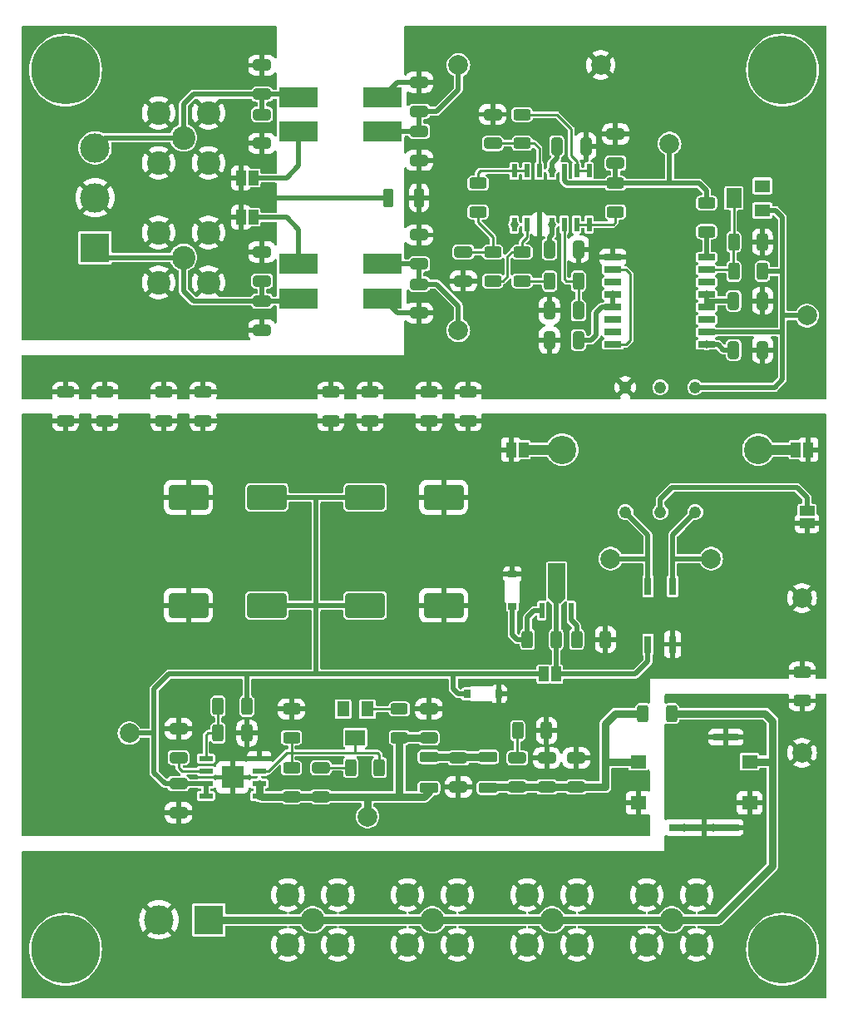
<source format=gtl>
%TF.GenerationSoftware,KiCad,Pcbnew,8.0.2-8.0.2-0~ubuntu22.04.1*%
%TF.CreationDate,2024-05-22T14:52:58-05:00*%
%TF.ProjectId,bias-supply,62696173-2d73-4757-9070-6c792e6b6963,0.1*%
%TF.SameCoordinates,Original*%
%TF.FileFunction,Copper,L1,Top*%
%TF.FilePolarity,Positive*%
%FSLAX46Y46*%
G04 Gerber Fmt 4.6, Leading zero omitted, Abs format (unit mm)*
G04 Created by KiCad (PCBNEW 8.0.2-8.0.2-0~ubuntu22.04.1) date 2024-05-22 14:52:58*
%MOMM*%
%LPD*%
G01*
G04 APERTURE LIST*
G04 Aperture macros list*
%AMRoundRect*
0 Rectangle with rounded corners*
0 $1 Rounding radius*
0 $2 $3 $4 $5 $6 $7 $8 $9 X,Y pos of 4 corners*
0 Add a 4 corners polygon primitive as box body*
4,1,4,$2,$3,$4,$5,$6,$7,$8,$9,$2,$3,0*
0 Add four circle primitives for the rounded corners*
1,1,$1+$1,$2,$3*
1,1,$1+$1,$4,$5*
1,1,$1+$1,$6,$7*
1,1,$1+$1,$8,$9*
0 Add four rect primitives between the rounded corners*
20,1,$1+$1,$2,$3,$4,$5,0*
20,1,$1+$1,$4,$5,$6,$7,0*
20,1,$1+$1,$6,$7,$8,$9,0*
20,1,$1+$1,$8,$9,$2,$3,0*%
G04 Aperture macros list end*
%TA.AperFunction,EtchedComponent*%
%ADD10C,0.000000*%
%TD*%
%TA.AperFunction,SMDPad,CuDef*%
%ADD11R,7.086600X0.711200*%
%TD*%
%TA.AperFunction,SMDPad,CuDef*%
%ADD12R,2.590800X0.711200*%
%TD*%
%TA.AperFunction,SMDPad,CuDef*%
%ADD13R,1.600200X1.397000*%
%TD*%
%TA.AperFunction,SMDPad,CuDef*%
%ADD14R,1.461700X0.558800*%
%TD*%
%TA.AperFunction,SMDPad,CuDef*%
%ADD15R,2.286000X2.286000*%
%TD*%
%TA.AperFunction,SMDPad,CuDef*%
%ADD16R,0.532600X1.454899*%
%TD*%
%TA.AperFunction,SMDPad,CuDef*%
%ADD17R,0.762000X1.803400*%
%TD*%
%TA.AperFunction,SMDPad,CuDef*%
%ADD18RoundRect,0.250000X0.625000X-0.312500X0.625000X0.312500X-0.625000X0.312500X-0.625000X-0.312500X0*%
%TD*%
%TA.AperFunction,SMDPad,CuDef*%
%ADD19RoundRect,0.250000X-0.650000X0.325000X-0.650000X-0.325000X0.650000X-0.325000X0.650000X0.325000X0*%
%TD*%
%TA.AperFunction,SMDPad,CuDef*%
%ADD20RoundRect,0.250000X0.650000X-0.325000X0.650000X0.325000X-0.650000X0.325000X-0.650000X-0.325000X0*%
%TD*%
%TA.AperFunction,SMDPad,CuDef*%
%ADD21R,1.300000X1.600000*%
%TD*%
%TA.AperFunction,SMDPad,CuDef*%
%ADD22R,2.000000X1.600000*%
%TD*%
%TA.AperFunction,SMDPad,CuDef*%
%ADD23RoundRect,0.250000X-0.312500X-0.625000X0.312500X-0.625000X0.312500X0.625000X-0.312500X0.625000X0*%
%TD*%
%TA.AperFunction,SMDPad,CuDef*%
%ADD24RoundRect,0.250000X0.312500X0.625000X-0.312500X0.625000X-0.312500X-0.625000X0.312500X-0.625000X0*%
%TD*%
%TA.AperFunction,SMDPad,CuDef*%
%ADD25R,1.000000X1.500000*%
%TD*%
%TA.AperFunction,ComponentPad*%
%ADD26C,7.000000*%
%TD*%
%TA.AperFunction,ComponentPad*%
%ADD27R,3.000000X3.000000*%
%TD*%
%TA.AperFunction,ComponentPad*%
%ADD28C,3.000000*%
%TD*%
%TA.AperFunction,ComponentPad*%
%ADD29C,2.000000*%
%TD*%
%TA.AperFunction,SMDPad,CuDef*%
%ADD30R,4.000000X2.000000*%
%TD*%
%TA.AperFunction,SMDPad,CuDef*%
%ADD31RoundRect,0.250000X1.750000X1.000000X-1.750000X1.000000X-1.750000X-1.000000X1.750000X-1.000000X0*%
%TD*%
%TA.AperFunction,SMDPad,CuDef*%
%ADD32RoundRect,0.250000X-1.750000X-1.000000X1.750000X-1.000000X1.750000X1.000000X-1.750000X1.000000X0*%
%TD*%
%TA.AperFunction,ComponentPad*%
%ADD33C,2.400000*%
%TD*%
%TA.AperFunction,SMDPad,CuDef*%
%ADD34RoundRect,0.250000X-0.625000X0.312500X-0.625000X-0.312500X0.625000X-0.312500X0.625000X0.312500X0*%
%TD*%
%TA.AperFunction,SMDPad,CuDef*%
%ADD35R,0.889000X0.660400*%
%TD*%
%TA.AperFunction,SMDPad,CuDef*%
%ADD36R,0.508000X1.625600*%
%TD*%
%TA.AperFunction,SMDPad,CuDef*%
%ADD37R,0.609600X1.625600*%
%TD*%
%TA.AperFunction,SMDPad,CuDef*%
%ADD38RoundRect,0.250000X0.325000X0.650000X-0.325000X0.650000X-0.325000X-0.650000X0.325000X-0.650000X0*%
%TD*%
%TA.AperFunction,SMDPad,CuDef*%
%ADD39RoundRect,0.250000X-0.700000X0.275000X-0.700000X-0.275000X0.700000X-0.275000X0.700000X0.275000X0*%
%TD*%
%TA.AperFunction,SMDPad,CuDef*%
%ADD40RoundRect,0.250000X0.700000X-0.275000X0.700000X0.275000X-0.700000X0.275000X-0.700000X-0.275000X0*%
%TD*%
%TA.AperFunction,SMDPad,CuDef*%
%ADD41RoundRect,0.250000X-0.325000X-0.650000X0.325000X-0.650000X0.325000X0.650000X-0.325000X0.650000X0*%
%TD*%
%TA.AperFunction,SMDPad,CuDef*%
%ADD42R,0.660400X0.889000*%
%TD*%
%TA.AperFunction,SMDPad,CuDef*%
%ADD43R,1.600000X1.300000*%
%TD*%
%TA.AperFunction,SMDPad,CuDef*%
%ADD44R,1.600000X2.000000*%
%TD*%
%TA.AperFunction,SMDPad,CuDef*%
%ADD45R,1.500000X1.000000*%
%TD*%
%TA.AperFunction,SMDPad,CuDef*%
%ADD46RoundRect,0.250000X-0.275000X-0.700000X0.275000X-0.700000X0.275000X0.700000X-0.275000X0.700000X0*%
%TD*%
%TA.AperFunction,ComponentPad*%
%ADD47C,1.214000*%
%TD*%
%TA.AperFunction,ComponentPad*%
%ADD48C,2.891000*%
%TD*%
%TA.AperFunction,SMDPad,CuDef*%
%ADD49R,1.750000X0.650000*%
%TD*%
%TA.AperFunction,ViaPad*%
%ADD50C,0.800000*%
%TD*%
%TA.AperFunction,Conductor*%
%ADD51C,0.500000*%
%TD*%
%TA.AperFunction,Conductor*%
%ADD52C,0.250000*%
%TD*%
%TA.AperFunction,Conductor*%
%ADD53C,0.800000*%
%TD*%
%TA.AperFunction,Conductor*%
%ADD54C,1.000000*%
%TD*%
G04 APERTURE END LIST*
D10*
%TA.AperFunction,EtchedComponent*%
%TO.C,Q1*%
G36*
X161876300Y-113784100D02*
G01*
X161304800Y-114330200D01*
X161304800Y-114228600D01*
X160695200Y-114228600D01*
X160695200Y-114304800D01*
X160123700Y-113784100D01*
X160123700Y-110240800D01*
X161876300Y-110240800D01*
X161876300Y-113784100D01*
G37*
%TD.AperFunction*%
%TD*%
D11*
%TO.P,U3,6,CG*%
%TO.N,/BIAS REF*%
X176000000Y-137097400D03*
D12*
%TO.P,U3,5,CG*%
X178250000Y-127902600D03*
D13*
%TO.P,U3,4,CG*%
X180651500Y-134599998D03*
%TO.P,U3,3,PSG*%
%TO.N,GND*%
X169348500Y-134599998D03*
%TO.P,U3,2,CB*%
%TO.N,/BIAS*%
X180651500Y-130400002D03*
%TO.P,U3,1,B*%
%TO.N,Net-(JP10-A)*%
X169348500Y-130400002D03*
%TD*%
D14*
%TO.P,U2,1,VOUT*%
%TO.N,Net-(C23-Pad1)*%
X130724752Y-133905000D03*
%TO.P,U2,2,VOUT*%
X130724752Y-132635000D03*
%TO.P,U2,3,SENSE/ADJ*%
%TO.N,Net-(U2-SENSE{slash}ADJ)*%
X130724752Y-131365000D03*
%TO.P,U2,4,GND*%
%TO.N,GND*%
X130724752Y-130095000D03*
%TO.P,U2,5,EN*%
%TO.N,Net-(JP8-B)*%
X125275248Y-130095000D03*
%TO.P,U2,6,SS*%
%TO.N,Net-(JP7-A)*%
X125275248Y-131365000D03*
%TO.P,U2,7,VIN*%
%TO.N,/RECTIFIED DC*%
X125275248Y-132635000D03*
%TO.P,U2,8,VIN*%
X125275248Y-133905000D03*
D15*
%TO.P,U2,EPAD,EPAD*%
%TO.N,GND*%
X128000000Y-132000000D03*
%TD*%
D16*
%TO.P,U1,1,OUTA*%
%TO.N,Net-(U1-OUTA)*%
X156690000Y-75721348D03*
%TO.P,U1,2,INA-*%
%TO.N,Net-(U1-INA-)*%
X157960000Y-75721348D03*
%TO.P,U1,3,INA+*%
%TO.N,GND*%
X159230000Y-75721348D03*
%TO.P,U1,4,VDD*%
%TO.N,/+V*%
X160500000Y-75721348D03*
%TO.P,U1,5,INB+*%
%TO.N,Net-(U1-INB+)*%
X161770000Y-75721348D03*
%TO.P,U1,6,INB-*%
%TO.N,Net-(U1-INB-)*%
X163040000Y-75721348D03*
%TO.P,U1,7,OUTB*%
X164310000Y-75721348D03*
%TO.P,U1,8,OUTC*%
%TO.N,Net-(U1-INC-)*%
X164310000Y-70278652D03*
%TO.P,U1,9,INC-*%
X163040000Y-70278652D03*
%TO.P,U1,10,INC+*%
%TO.N,/SIN*%
X161770000Y-70278652D03*
%TO.P,U1,11,VSS*%
%TO.N,/-V*%
X160500000Y-70278652D03*
%TO.P,U1,12,IND+*%
%TO.N,Net-(U1-IND+)*%
X159230000Y-70278652D03*
%TO.P,U1,13,IND-*%
%TO.N,/COS*%
X157960000Y-70278652D03*
%TO.P,U1,14,OUTD*%
X156690000Y-70278652D03*
%TD*%
D17*
%TO.P,BR1,1,1*%
%TO.N,Net-(JP6-A)*%
X170306000Y-118459100D03*
%TO.P,BR1,2,2*%
%TO.N,GND*%
X172806000Y-118459100D03*
%TO.P,BR1,3,3*%
%TO.N,Net-(T1-PRI.-)*%
X172806000Y-112540900D03*
%TO.P,BR1,4,4*%
%TO.N,Net-(T1-PRI.+_1)*%
X170306000Y-112540900D03*
%TD*%
D18*
%TO.P,JP18,1,A*%
%TO.N,GND*%
X148000000Y-95712500D03*
%TO.P,JP18,2,B*%
X148000000Y-92787500D03*
%TD*%
D19*
%TO.P,C12,1*%
%TO.N,GND*%
X167000000Y-66525000D03*
%TO.P,C12,2*%
%TO.N,/SIN*%
X167000000Y-69475000D03*
%TD*%
D20*
%TO.P,C1,1*%
%TO.N,/Power Input Filter - CMC/+Vin*%
X131000000Y-81475000D03*
%TO.P,C1,2*%
%TO.N,/REF*%
X131000000Y-78525000D03*
%TD*%
D21*
%TO.P,RV2,1,1*%
%TO.N,Net-(R14-Pad1)*%
X141750000Y-125050000D03*
D22*
%TO.P,RV2,2,2*%
%TO.N,Net-(U2-SENSE{slash}ADJ)*%
X140500000Y-127950000D03*
D21*
%TO.P,RV2,3,3*%
%TO.N,unconnected-(RV2-Pad3)*%
X139250000Y-125050000D03*
%TD*%
D23*
%TO.P,R16,1*%
%TO.N,Net-(C26-Pad2)*%
X157037500Y-127250000D03*
%TO.P,R16,2*%
%TO.N,GND*%
X159962500Y-127250000D03*
%TD*%
D19*
%TO.P,C14,1*%
%TO.N,Net-(C14-Pad1)*%
X151500000Y-78525000D03*
%TO.P,C14,2*%
%TO.N,GND*%
X151500000Y-81475000D03*
%TD*%
D24*
%TO.P,R9,1*%
%TO.N,GND*%
X181962500Y-77500000D03*
%TO.P,R9,2*%
%TO.N,Net-(IC1-INPUT_B_1)*%
X179037500Y-77500000D03*
%TD*%
%TO.P,R8,1*%
%TO.N,/POWER AMP OUT*%
X181962500Y-80500000D03*
%TO.P,R8,2*%
%TO.N,Net-(IC1-INPUT_B_1)*%
X179037500Y-80500000D03*
%TD*%
D25*
%TO.P,JP2,1,A*%
%TO.N,Net-(JP2-A)*%
X130150000Y-71000000D03*
%TO.P,JP2,2,B*%
%TO.N,/REF*%
X128850000Y-71000000D03*
%TD*%
D26*
%TO.P,REF\u002A\u002A,1*%
%TO.N,N/C*%
X111000000Y-149500000D03*
%TD*%
D27*
%TO.P,J8,1,Pin_1*%
%TO.N,/BIAS*%
X125580000Y-146500000D03*
D28*
%TO.P,J8,2,Pin_2*%
%TO.N,/BIAS REF*%
X120500000Y-146500000D03*
%TD*%
D29*
%TO.P,REF,1*%
%TO.N,/BIAS REF*%
X186000000Y-129500000D03*
%TD*%
D18*
%TO.P,JP17,1,A*%
%TO.N,GND*%
X142000000Y-95712500D03*
%TO.P,JP17,2,B*%
X142000000Y-92787500D03*
%TD*%
D26*
%TO.P,REF\u002A\u002A,1*%
%TO.N,N/C*%
X111000000Y-60000000D03*
%TD*%
D30*
%TO.P,FL2,1,1*%
%TO.N,/Power Input Filter - CMC/-Vin*%
X134750000Y-62750000D03*
%TO.P,FL2,2,2*%
%TO.N,Net-(JP2-A)*%
X134750000Y-66250000D03*
%TO.P,FL2,3,3*%
%TO.N,/-V*%
X143250000Y-66250000D03*
%TO.P,FL2,4,4*%
%TO.N,GND*%
X143250000Y-62750000D03*
%TD*%
D20*
%TO.P,C23,1*%
%TO.N,Net-(C23-Pad1)*%
X137000000Y-133975000D03*
%TO.P,C23,2*%
%TO.N,Net-(C23-Pad2)*%
X137000000Y-131025000D03*
%TD*%
D31*
%TO.P,C21,1*%
%TO.N,/RECTIFIED DC*%
X131500000Y-114500000D03*
%TO.P,C21,2*%
%TO.N,GND*%
X123500000Y-114500000D03*
%TD*%
D29*
%TO.P,SIN1,1*%
%TO.N,/SIN*%
X172500000Y-67500000D03*
%TD*%
D24*
%TO.P,R15,1*%
%TO.N,Net-(U2-SENSE{slash}ADJ)*%
X142962500Y-131000000D03*
%TO.P,R15,2*%
%TO.N,Net-(C23-Pad2)*%
X140037500Y-131000000D03*
%TD*%
D19*
%TO.P,C22,1*%
%TO.N,/RECTIFIED DC*%
X122500000Y-132635000D03*
%TO.P,C22,2*%
%TO.N,GND*%
X122500000Y-135585000D03*
%TD*%
D24*
%TO.P,R2,1*%
%TO.N,Net-(U1-INB+)*%
X163212500Y-81500000D03*
%TO.P,R2,2*%
%TO.N,Net-(U1-OUTA)*%
X160287500Y-81500000D03*
%TD*%
D20*
%TO.P,C13,1*%
%TO.N,Net-(U1-IND+)*%
X154500000Y-67475000D03*
%TO.P,C13,2*%
%TO.N,GND*%
X154500000Y-64525000D03*
%TD*%
D32*
%TO.P,C18,2*%
%TO.N,GND*%
X149500000Y-103500000D03*
%TO.P,C18,1*%
%TO.N,/RECTIFIED DC*%
X141500000Y-103500000D03*
%TD*%
D25*
%TO.P,JP4,1,A*%
%TO.N,GND*%
X156350000Y-98650000D03*
%TO.P,JP4,2,B*%
%TO.N,Net-(JP4-B)*%
X157650000Y-98650000D03*
%TD*%
D33*
%TO.P,J7,1*%
%TO.N,/BIAS*%
X136185000Y-146500000D03*
%TO.P,J7,2*%
%TO.N,/BIAS REF*%
X133645000Y-143960000D03*
%TO.P,J7,3*%
X133645000Y-149040000D03*
%TO.P,J7,4*%
X138725000Y-149040000D03*
%TO.P,J7,5*%
X138725000Y-143960000D03*
%TD*%
D34*
%TO.P,R5,1*%
%TO.N,/COS*%
X153000000Y-71537500D03*
%TO.P,R5,2*%
%TO.N,Net-(C14-Pad1)*%
X153000000Y-74462500D03*
%TD*%
D35*
%TO.P,D1,1,K*%
%TO.N,Net-(D1-K)*%
X156500000Y-114584200D03*
%TO.P,D1,2,A*%
%TO.N,GND*%
X156500000Y-111333000D03*
%TD*%
D36*
%TO.P,Q1,3,EMITTER*%
%TO.N,/RECTIFIED DC*%
X162500000Y-115041400D03*
D37*
%TO.P,Q1,2,COLLECTOR*%
%TO.N,Net-(JP6-A)*%
X161000000Y-115041400D03*
D36*
%TO.P,Q1,1,BASE*%
%TO.N,Net-(D1-K)*%
X159500000Y-115041400D03*
%TD*%
D38*
%TO.P,C17,1*%
%TO.N,GND*%
X181975000Y-88500000D03*
%TO.P,C17,2*%
%TO.N,/+V*%
X179025000Y-88500000D03*
%TD*%
D39*
%TO.P,FB1,1*%
%TO.N,Net-(C25-Pad1)*%
X154000000Y-129925000D03*
%TO.P,FB1,2*%
%TO.N,Net-(JP10-A)*%
X154000000Y-133075000D03*
%TD*%
D20*
%TO.P,C26,1*%
%TO.N,Net-(JP10-A)*%
X157000000Y-132975000D03*
%TO.P,C26,2*%
%TO.N,Net-(C26-Pad2)*%
X157000000Y-130025000D03*
%TD*%
D40*
%TO.P,L2,1*%
%TO.N,Net-(C23-Pad1)*%
X148000000Y-133075000D03*
%TO.P,L2,2*%
%TO.N,Net-(C25-Pad1)*%
X148000000Y-129925000D03*
%TD*%
D29*
%TO.P,GND,1*%
%TO.N,GND*%
X186000000Y-113750000D03*
%TD*%
D18*
%TO.P,R1,1*%
%TO.N,Net-(U1-OUTA)*%
X157500000Y-81462500D03*
%TO.P,R1,2*%
%TO.N,Net-(U1-INA-)*%
X157500000Y-78537500D03*
%TD*%
D20*
%TO.P,C8,1*%
%TO.N,/-V*%
X147000000Y-64200000D03*
%TO.P,C8,2*%
%TO.N,GND*%
X147000000Y-61250000D03*
%TD*%
D33*
%TO.P,J5,1*%
%TO.N,/BIAS*%
X160540000Y-146500000D03*
%TO.P,J5,2*%
%TO.N,/BIAS REF*%
X158000000Y-143960000D03*
%TO.P,J5,3*%
X158000000Y-149040000D03*
%TO.P,J5,4*%
X163080000Y-149040000D03*
%TO.P,J5,5*%
X163080000Y-143960000D03*
%TD*%
D26*
%TO.P,REF\u002A\u002A,1*%
%TO.N,N/C*%
X184000000Y-60000000D03*
%TD*%
D25*
%TO.P,JP1,1,A*%
%TO.N,/REF*%
X128850000Y-75000000D03*
%TO.P,JP1,2,B*%
%TO.N,Net-(JP1-B)*%
X130150000Y-75000000D03*
%TD*%
D41*
%TO.P,C16,1*%
%TO.N,GND*%
X160275000Y-87500000D03*
%TO.P,C16,2*%
%TO.N,/-V*%
X163225000Y-87500000D03*
%TD*%
D19*
%TO.P,C3,1*%
%TO.N,/Power Input Filter - CMC/-Vin*%
X131000000Y-64525000D03*
%TO.P,C3,2*%
%TO.N,/REF*%
X131000000Y-67475000D03*
%TD*%
D29*
%TO.P,-V,1*%
%TO.N,Net-(T1-PRI.-)*%
X176750000Y-109750000D03*
%TD*%
D34*
%TO.P,R4,1*%
%TO.N,Net-(U1-INC-)*%
X157500000Y-64537500D03*
%TO.P,R4,2*%
%TO.N,Net-(U1-IND+)*%
X157500000Y-67462500D03*
%TD*%
D18*
%TO.P,R13,1*%
%TO.N,Net-(U2-SENSE{slash}ADJ)*%
X134000000Y-127962500D03*
%TO.P,R13,2*%
%TO.N,GND*%
X134000000Y-125037500D03*
%TD*%
D29*
%TO.P,DC,1*%
%TO.N,/RECTIFIED DC*%
X117500000Y-127500000D03*
%TD*%
D33*
%TO.P,J4,1*%
%TO.N,/BIAS*%
X172717500Y-146500000D03*
%TO.P,J4,2*%
%TO.N,/BIAS REF*%
X170177500Y-143960000D03*
%TO.P,J4,3*%
X170177500Y-149040000D03*
%TO.P,J4,4*%
X175257500Y-149040000D03*
%TO.P,J4,5*%
X175257500Y-143960000D03*
%TD*%
D34*
%TO.P,R14,1*%
%TO.N,Net-(R14-Pad1)*%
X145000000Y-125037500D03*
%TO.P,R14,2*%
%TO.N,Net-(C23-Pad1)*%
X145000000Y-127962500D03*
%TD*%
D38*
%TO.P,C9,1*%
%TO.N,GND*%
X163225000Y-78250000D03*
%TO.P,C9,2*%
%TO.N,/+V*%
X160275000Y-78250000D03*
%TD*%
D19*
%TO.P,C25,1*%
%TO.N,Net-(C25-Pad1)*%
X151000000Y-130025000D03*
%TO.P,C25,2*%
%TO.N,GND*%
X151000000Y-132975000D03*
%TD*%
D29*
%TO.P,-V,1*%
%TO.N,/-V*%
X151000000Y-59500000D03*
%TD*%
D33*
%TO.P,J2,1*%
%TO.N,/Power Input Filter - CMC/+Vin*%
X123000000Y-79089000D03*
%TO.P,J2,2*%
%TO.N,/REF*%
X120460000Y-76549000D03*
%TO.P,J2,3*%
X120460000Y-81629000D03*
%TO.P,J2,4*%
X125540000Y-81629000D03*
%TO.P,J2,5*%
X125540000Y-76549000D03*
%TD*%
D20*
%TO.P,C4,1*%
%TO.N,/Power Input Filter - CMC/-Vin*%
X131000000Y-62475000D03*
%TO.P,C4,2*%
%TO.N,/REF*%
X131000000Y-59525000D03*
%TD*%
D18*
%TO.P,JP19,1,A*%
%TO.N,GND*%
X152000000Y-95712500D03*
%TO.P,JP19,2,B*%
X152000000Y-92787500D03*
%TD*%
%TO.P,JP15,1,A*%
%TO.N,GND*%
X125000000Y-95712500D03*
%TO.P,JP15,2,B*%
X125000000Y-92787500D03*
%TD*%
D29*
%TO.P,REG,1*%
%TO.N,Net-(C23-Pad1)*%
X141750000Y-136000000D03*
%TD*%
D34*
%TO.P,R7,1*%
%TO.N,/SIN*%
X176275000Y-73537500D03*
%TO.P,R7,2*%
%TO.N,Net-(IC1-INPUT_B_2)*%
X176275000Y-76462500D03*
%TD*%
D18*
%TO.P,R12,1*%
%TO.N,Net-(C23-Pad1)*%
X134000000Y-133962500D03*
%TO.P,R12,2*%
%TO.N,Net-(U2-SENSE{slash}ADJ)*%
X134000000Y-131037500D03*
%TD*%
D34*
%TO.P,JP11,1,A*%
%TO.N,GND*%
X186000000Y-121287500D03*
%TO.P,JP11,2,B*%
%TO.N,/BIAS REF*%
X186000000Y-124212500D03*
%TD*%
D33*
%TO.P,J6,1*%
%TO.N,/BIAS*%
X148362500Y-146500000D03*
%TO.P,J6,2*%
%TO.N,/BIAS REF*%
X145822500Y-143960000D03*
%TO.P,J6,3*%
X145822500Y-149040000D03*
%TO.P,J6,4*%
X150902500Y-149040000D03*
%TO.P,J6,5*%
X150902500Y-143960000D03*
%TD*%
D18*
%TO.P,JP16,1,A*%
%TO.N,GND*%
X138000000Y-95712500D03*
%TO.P,JP16,2,B*%
X138000000Y-92787500D03*
%TD*%
D20*
%TO.P,C28,1*%
%TO.N,Net-(JP10-A)*%
X163000000Y-132975000D03*
%TO.P,C28,2*%
%TO.N,GND*%
X163000000Y-130025000D03*
%TD*%
D29*
%TO.P,GND,1*%
%TO.N,GND*%
X165500000Y-59500000D03*
%TD*%
D19*
%TO.P,C2,1*%
%TO.N,/Power Input Filter - CMC/+Vin*%
X131000000Y-83525000D03*
%TO.P,C2,2*%
%TO.N,/REF*%
X131000000Y-86475000D03*
%TD*%
D29*
%TO.P,+V,1*%
%TO.N,/+V*%
X151000000Y-86500000D03*
%TD*%
D23*
%TO.P,JP9,1,A*%
%TO.N,Net-(JP8-B)*%
X126537500Y-127500000D03*
%TO.P,JP9,2,B*%
%TO.N,GND*%
X129462500Y-127500000D03*
%TD*%
D29*
%TO.P,+V,1*%
%TO.N,Net-(T1-PRI.+_1)*%
X166500000Y-109750000D03*
%TD*%
D20*
%TO.P,C5,1*%
%TO.N,/+V*%
X147000000Y-79750000D03*
%TO.P,C5,2*%
%TO.N,GND*%
X147000000Y-76800000D03*
%TD*%
D25*
%TO.P,JP6,1,A*%
%TO.N,Net-(JP6-A)*%
X160962500Y-121500000D03*
%TO.P,JP6,2,B*%
%TO.N,/RECTIFIED DC*%
X159662500Y-121500000D03*
%TD*%
D42*
%TO.P,D2,1,K*%
%TO.N,/RECTIFIED DC*%
X151874400Y-123500000D03*
%TO.P,D2,2,A*%
%TO.N,GND*%
X155125600Y-123500000D03*
%TD*%
D25*
%TO.P,JP3,1,A*%
%TO.N,GND*%
X186650000Y-98650000D03*
%TO.P,JP3,2,B*%
%TO.N,Net-(JP3-B)*%
X185350000Y-98650000D03*
%TD*%
D31*
%TO.P,C20,1*%
%TO.N,/RECTIFIED DC*%
X131500000Y-103500000D03*
%TO.P,C20,2*%
%TO.N,GND*%
X123500000Y-103500000D03*
%TD*%
D24*
%TO.P,JP8,1,A*%
%TO.N,/RECTIFIED DC*%
X129462500Y-124750000D03*
%TO.P,JP8,2,B*%
%TO.N,Net-(JP8-B)*%
X126537500Y-124750000D03*
%TD*%
D23*
%TO.P,JP10,1,A*%
%TO.N,Net-(JP10-A)*%
X169787500Y-125500000D03*
%TO.P,JP10,2,B*%
%TO.N,/BIAS*%
X172712500Y-125500000D03*
%TD*%
D26*
%TO.P,REF\u002A\u002A,1*%
%TO.N,N/C*%
X184000000Y-149500000D03*
%TD*%
D24*
%TO.P,R10,1*%
%TO.N,Net-(JP6-A)*%
X160962500Y-117958600D03*
%TO.P,R10,2*%
%TO.N,Net-(D1-K)*%
X158037500Y-117958600D03*
%TD*%
D43*
%TO.P,RV1,1,1*%
%TO.N,/POWER AMP OUT*%
X181950000Y-74306000D03*
D44*
%TO.P,RV1,2,2*%
%TO.N,Net-(IC1-INPUT_B_1)*%
X179050000Y-73056000D03*
D43*
%TO.P,RV1,3,3*%
%TO.N,unconnected-(RV1-Pad3)*%
X181950000Y-71806000D03*
%TD*%
D38*
%TO.P,C10,1*%
%TO.N,GND*%
X163975000Y-67750000D03*
%TO.P,C10,2*%
%TO.N,/-V*%
X161025000Y-67750000D03*
%TD*%
D45*
%TO.P,JP5,1,A*%
%TO.N,Net-(JP5-A)*%
X186500000Y-104850000D03*
%TO.P,JP5,2,B*%
%TO.N,GND*%
X186500000Y-106150000D03*
%TD*%
D18*
%TO.P,JP13,1,A*%
%TO.N,GND*%
X115000000Y-95712500D03*
%TO.P,JP13,2,B*%
X115000000Y-92787500D03*
%TD*%
D19*
%TO.P,C6,1*%
%TO.N,/+V*%
X147000000Y-81800000D03*
%TO.P,C6,2*%
%TO.N,GND*%
X147000000Y-84750000D03*
%TD*%
D41*
%TO.P,C11,1*%
%TO.N,GND*%
X160275000Y-84500000D03*
%TO.P,C11,2*%
%TO.N,Net-(U1-INB+)*%
X163225000Y-84500000D03*
%TD*%
D30*
%TO.P,FL1,1,1*%
%TO.N,Net-(JP1-B)*%
X134750000Y-79750000D03*
%TO.P,FL1,2,2*%
%TO.N,/Power Input Filter - CMC/+Vin*%
X134750000Y-83250000D03*
%TO.P,FL1,3,3*%
%TO.N,GND*%
X143250000Y-83250000D03*
%TO.P,FL1,4,4*%
%TO.N,/+V*%
X143250000Y-79750000D03*
%TD*%
D38*
%TO.P,C15,1*%
%TO.N,GND*%
X181975000Y-83500000D03*
%TO.P,C15,2*%
%TO.N,/-V*%
X179025000Y-83500000D03*
%TD*%
D46*
%TO.P,L1,1*%
%TO.N,/REF*%
X143850000Y-73000000D03*
%TO.P,L1,2*%
%TO.N,GND*%
X147000000Y-73000000D03*
%TD*%
D47*
%TO.P,T1,1,PRI.+_1*%
%TO.N,Net-(T1-PRI.+_1)*%
X168000000Y-105000000D03*
%TO.P,T1,2,PRI.+_2*%
%TO.N,Net-(JP5-A)*%
X171556000Y-105000000D03*
%TO.P,T1,3,PRI.-*%
%TO.N,Net-(T1-PRI.-)*%
X175112000Y-105000000D03*
%TO.P,T1,4,SEC.+_1*%
%TO.N,/POWER AMP OUT*%
X175112000Y-92300000D03*
%TO.P,T1,5,SEC.+_2*%
%TO.N,unconnected-(T1-SEC.+_2-Pad5)*%
X171556000Y-92300000D03*
%TO.P,T1,6,SEC.-*%
%TO.N,GND*%
X168000000Y-92300000D03*
D48*
%TO.P,T1,MH1,MH1*%
%TO.N,Net-(JP4-B)*%
X161574000Y-98650000D03*
%TO.P,T1,MH2,MH2*%
%TO.N,Net-(JP3-B)*%
X181538000Y-98650000D03*
%TD*%
D20*
%TO.P,C24,1*%
%TO.N,Net-(C23-Pad1)*%
X148000000Y-127975000D03*
%TO.P,C24,2*%
%TO.N,GND*%
X148000000Y-125025000D03*
%TD*%
%TO.P,C27,1*%
%TO.N,Net-(JP10-A)*%
X160000000Y-132975000D03*
%TO.P,C27,2*%
%TO.N,GND*%
X160000000Y-130025000D03*
%TD*%
D19*
%TO.P,C7,1*%
%TO.N,/-V*%
X147000000Y-66250000D03*
%TO.P,C7,2*%
%TO.N,GND*%
X147000000Y-69200000D03*
%TD*%
D33*
%TO.P,J3,1*%
%TO.N,/Power Input Filter - CMC/-Vin*%
X123000000Y-66911000D03*
%TO.P,J3,2*%
%TO.N,/REF*%
X125540000Y-69451000D03*
%TO.P,J3,3*%
X125540000Y-64371000D03*
%TO.P,J3,4*%
X120460000Y-64371000D03*
%TO.P,J3,5*%
X120460000Y-69451000D03*
%TD*%
D32*
%TO.P,C19,1*%
%TO.N,/RECTIFIED DC*%
X141500000Y-114500000D03*
%TO.P,C19,2*%
%TO.N,GND*%
X149500000Y-114500000D03*
%TD*%
D49*
%TO.P,IC1,1,VCC*%
%TO.N,/+V*%
X176275000Y-87945000D03*
%TO.P,IC1,2,OUTPUT_B*%
%TO.N,/POWER AMP OUT*%
X176275000Y-86675000D03*
%TO.P,IC1,3,NC_1*%
%TO.N,unconnected-(IC1-NC_1-Pad3)*%
X176275000Y-85405000D03*
%TO.P,IC1,4,VEE/GND_1*%
%TO.N,/-V*%
X176275000Y-84135000D03*
%TO.P,IC1,5,VEE/GND_2*%
X176275000Y-82865000D03*
%TO.P,IC1,6,NC_2*%
%TO.N,unconnected-(IC1-NC_2-Pad6)*%
X176275000Y-81595000D03*
%TO.P,IC1,7,INPUT_B_1*%
%TO.N,Net-(IC1-INPUT_B_1)*%
X176275000Y-80325000D03*
%TO.P,IC1,8,INPUT_B_2*%
%TO.N,Net-(IC1-INPUT_B_2)*%
X176275000Y-79055000D03*
%TO.P,IC1,9,INPUT_A_1*%
%TO.N,GND*%
X166725000Y-79055000D03*
%TO.P,IC1,10,INPUT_A_2*%
%TO.N,Net-(IC1-INPUT_A_2)*%
X166725000Y-80325000D03*
%TO.P,IC1,11,NC_3*%
%TO.N,unconnected-(IC1-NC_3-Pad11)*%
X166725000Y-81595000D03*
%TO.P,IC1,12,VEE/GND_3*%
%TO.N,/-V*%
X166725000Y-82865000D03*
%TO.P,IC1,13,VEE/GND_4*%
X166725000Y-84135000D03*
%TO.P,IC1,14,NC_4*%
%TO.N,unconnected-(IC1-NC_4-Pad14)*%
X166725000Y-85405000D03*
%TO.P,IC1,15,NC_5*%
%TO.N,unconnected-(IC1-NC_5-Pad15)*%
X166725000Y-86675000D03*
%TO.P,IC1,16,OUTPUT_A*%
%TO.N,Net-(IC1-INPUT_A_2)*%
X166725000Y-87945000D03*
%TD*%
D18*
%TO.P,R6,1*%
%TO.N,Net-(U1-INA-)*%
X154500000Y-81462500D03*
%TO.P,R6,2*%
%TO.N,Net-(C14-Pad1)*%
X154500000Y-78537500D03*
%TD*%
D29*
%TO.P,SIN2,1*%
%TO.N,/POWER AMP OUT*%
X186500000Y-85000000D03*
%TD*%
D23*
%TO.P,R11,1*%
%TO.N,/RECTIFIED DC*%
X163037500Y-117958600D03*
%TO.P,R11,2*%
%TO.N,GND*%
X165962500Y-117958600D03*
%TD*%
D34*
%TO.P,R3,1*%
%TO.N,/SIN*%
X167000000Y-71537500D03*
%TO.P,R3,2*%
%TO.N,Net-(U1-INB-)*%
X167000000Y-74462500D03*
%TD*%
D18*
%TO.P,JP14,1,A*%
%TO.N,GND*%
X121000000Y-95712500D03*
%TO.P,JP14,2,B*%
X121000000Y-92787500D03*
%TD*%
D27*
%TO.P,J1,1,Pin_1*%
%TO.N,/Power Input Filter - CMC/+Vin*%
X114000000Y-78080000D03*
D28*
%TO.P,J1,2,Pin_2*%
%TO.N,/REF*%
X114000000Y-73000000D03*
%TO.P,J1,3,Pin_3*%
%TO.N,/Power Input Filter - CMC/-Vin*%
X114000000Y-67920000D03*
%TD*%
D20*
%TO.P,JP7,1,A*%
%TO.N,Net-(JP7-A)*%
X122500000Y-130000000D03*
%TO.P,JP7,2,B*%
%TO.N,GND*%
X122500000Y-127050000D03*
%TD*%
D18*
%TO.P,JP12,1,A*%
%TO.N,GND*%
X111000000Y-95712500D03*
%TO.P,JP12,2,B*%
X111000000Y-92787500D03*
%TD*%
D50*
%TO.N,/RECTIFIED DC*%
X159662500Y-121500000D03*
X163037500Y-118000000D03*
%TO.N,GND*%
X184000000Y-121000000D03*
X156500000Y-137000000D03*
X107500000Y-136000000D03*
X148500000Y-137000000D03*
X174000000Y-121000000D03*
X130500000Y-137000000D03*
X162500000Y-137000000D03*
X120500000Y-137000000D03*
X138500000Y-137000000D03*
X124500000Y-137000000D03*
X187500000Y-77500000D03*
X107500000Y-134000000D03*
X178500000Y-56500000D03*
X107500000Y-108000000D03*
X160500000Y-137000000D03*
X107500000Y-100000000D03*
X174500000Y-56500000D03*
X144500000Y-137000000D03*
X125000000Y-95750000D03*
X187500000Y-73500000D03*
X150500000Y-56500000D03*
X107500000Y-98000000D03*
X149500000Y-103500000D03*
X116500000Y-137000000D03*
X187500000Y-71500000D03*
X180000000Y-121000000D03*
X121000000Y-95750000D03*
X107500000Y-116000000D03*
X156500000Y-56500000D03*
X118500000Y-137000000D03*
X187500000Y-91500000D03*
X148000000Y-92750000D03*
X146500000Y-137000000D03*
X108500000Y-137000000D03*
X149500000Y-114500000D03*
X134500000Y-137000000D03*
X148000000Y-95750000D03*
X107500000Y-132000000D03*
X128000000Y-132000000D03*
X154500000Y-137000000D03*
X172500000Y-56500000D03*
X152000000Y-95750000D03*
X107500000Y-104000000D03*
X107500000Y-120000000D03*
X162500000Y-56500000D03*
X150500000Y-137000000D03*
X107500000Y-106000000D03*
X152000000Y-92750000D03*
X107500000Y-126000000D03*
X160500000Y-56500000D03*
X152500000Y-56500000D03*
X182000000Y-121000000D03*
X112500000Y-137000000D03*
X136500000Y-137000000D03*
X187500000Y-67500000D03*
X107500000Y-112000000D03*
X123500000Y-114500000D03*
X158500000Y-56500000D03*
X187500000Y-79500000D03*
X168500000Y-56500000D03*
X128500000Y-137000000D03*
X187500000Y-89500000D03*
X107500000Y-110000000D03*
X126500000Y-137000000D03*
X152500000Y-137000000D03*
X158500000Y-137000000D03*
X148500000Y-56500000D03*
X107500000Y-118000000D03*
X166500000Y-56500000D03*
X176500000Y-56500000D03*
X164500000Y-137000000D03*
X187500000Y-87500000D03*
X187500000Y-75500000D03*
X176000000Y-121000000D03*
X187500000Y-65500000D03*
X132500000Y-137000000D03*
X170500000Y-56500000D03*
X178000000Y-121000000D03*
X107500000Y-122000000D03*
X164500000Y-56500000D03*
X123500000Y-103500000D03*
X110500000Y-137000000D03*
X125000000Y-92750000D03*
X121000000Y-92750000D03*
X107500000Y-130000000D03*
X107500000Y-128000000D03*
X107500000Y-102000000D03*
X166500000Y-137000000D03*
X187500000Y-69500000D03*
X107500000Y-114000000D03*
X107500000Y-124000000D03*
X114500000Y-137000000D03*
X187500000Y-81500000D03*
X154500000Y-56500000D03*
%TO.N,Net-(U1-OUTA)*%
X156690000Y-75721348D03*
X157500000Y-81462500D03*
%TO.N,/+V*%
X160500000Y-75750000D03*
X176275000Y-87945000D03*
X147000000Y-79750000D03*
%TO.N,/-V*%
X160500000Y-70250000D03*
X147000000Y-66250000D03*
X176275000Y-82865000D03*
X166725000Y-82865000D03*
%TO.N,/REF*%
X107500000Y-69500000D03*
X107500000Y-79500000D03*
X107500000Y-71500000D03*
X107500000Y-85500000D03*
X107500000Y-77500000D03*
X107500000Y-67500000D03*
X126500000Y-56500000D03*
X118500000Y-56500000D03*
X130500000Y-56500000D03*
X107500000Y-65500000D03*
X122500000Y-56500000D03*
X107500000Y-73500000D03*
X116500000Y-56500000D03*
X107500000Y-83500000D03*
X107500000Y-81500000D03*
X128500000Y-56500000D03*
X107500000Y-75500000D03*
X120500000Y-56500000D03*
X124500000Y-56500000D03*
%TO.N,/BIAS REF*%
X124500000Y-153500000D03*
X176000000Y-124500000D03*
X107500000Y-141500000D03*
X118500000Y-140500000D03*
X174000000Y-131000000D03*
X150500000Y-140500000D03*
X187500000Y-145500000D03*
X187500000Y-137500000D03*
X160500000Y-140500000D03*
X170500000Y-153500000D03*
X122500000Y-153500000D03*
X172500000Y-140500000D03*
X154500000Y-140500000D03*
X170500000Y-140500000D03*
X174500000Y-153500000D03*
X110500000Y-140500000D03*
X126500000Y-153500000D03*
X128500000Y-140500000D03*
X114500000Y-140500000D03*
X142500000Y-140500000D03*
X107500000Y-143500000D03*
X164500000Y-140500000D03*
X164500000Y-153500000D03*
X112500000Y-140500000D03*
X178500000Y-140500000D03*
X156500000Y-140500000D03*
X187500000Y-139500000D03*
X174000000Y-124500000D03*
X146500000Y-153500000D03*
X130500000Y-153500000D03*
X116500000Y-140500000D03*
X154500000Y-153500000D03*
X187500000Y-133500000D03*
X187500000Y-135500000D03*
X166500000Y-153500000D03*
X178500000Y-153500000D03*
X140500000Y-153500000D03*
X180000000Y-124500000D03*
X144500000Y-153500000D03*
X156500000Y-153500000D03*
X132500000Y-140500000D03*
X132500000Y-153500000D03*
X168500000Y-153500000D03*
X136500000Y-140500000D03*
X160500000Y-153500000D03*
X158500000Y-140500000D03*
X174000000Y-128000000D03*
X177000000Y-131000000D03*
X162500000Y-140500000D03*
X120500000Y-153500000D03*
X178000000Y-124500000D03*
X116500000Y-153500000D03*
X166500000Y-140500000D03*
X140500000Y-140500000D03*
X136500000Y-153500000D03*
X158500000Y-153500000D03*
X128500000Y-153500000D03*
X184000000Y-124500000D03*
X168500000Y-140500000D03*
X138500000Y-140500000D03*
X174000000Y-134000000D03*
X182000000Y-124500000D03*
X172500000Y-153500000D03*
X124500000Y-140500000D03*
X118500000Y-153500000D03*
X122500000Y-140500000D03*
X152500000Y-140500000D03*
X146500000Y-140500000D03*
X174500000Y-140500000D03*
X178250000Y-127902600D03*
X150500000Y-153500000D03*
X148500000Y-153500000D03*
X108500000Y-140500000D03*
X142500000Y-153500000D03*
X148500000Y-140500000D03*
X180651500Y-134599998D03*
X187500000Y-143500000D03*
X120500000Y-140500000D03*
X107500000Y-145500000D03*
X126500000Y-140500000D03*
X162500000Y-153500000D03*
X134500000Y-140500000D03*
X187500000Y-141500000D03*
X138500000Y-153500000D03*
X176500000Y-140500000D03*
X134500000Y-153500000D03*
X177000000Y-137097400D03*
X174000000Y-137097400D03*
X177000000Y-134000000D03*
X144500000Y-140500000D03*
X176500000Y-153500000D03*
X152500000Y-153500000D03*
X130500000Y-140500000D03*
%TD*%
D51*
%TO.N,/RECTIFIED DC*%
X163037500Y-116537500D02*
X163037500Y-118000000D01*
%TO.N,Net-(T1-PRI.-)*%
X172806000Y-107306000D02*
X172806000Y-112540900D01*
X175112000Y-105000000D02*
X172806000Y-107306000D01*
X172806000Y-109750000D02*
X176612000Y-109750000D01*
%TO.N,/RECTIFIED DC*%
X120000000Y-127500000D02*
X117500000Y-127500000D01*
X120000000Y-127500000D02*
X120000000Y-131500000D01*
X121135000Y-132635000D02*
X122500000Y-132635000D01*
X129462500Y-121537500D02*
X129500000Y-121500000D01*
X136500000Y-103500000D02*
X136500000Y-121500000D01*
X162500000Y-115041400D02*
X162500000Y-116000000D01*
X150500000Y-121500000D02*
X150000000Y-121500000D01*
X150000000Y-121500000D02*
X140500000Y-121500000D01*
X150500000Y-121500000D02*
X159750000Y-121500000D01*
X162500000Y-116000000D02*
X163037500Y-116537500D01*
X159750000Y-121500000D02*
X159662500Y-121500000D01*
X125275248Y-132635000D02*
X122500000Y-132635000D01*
X120000000Y-123000000D02*
X120000000Y-127500000D01*
X120000000Y-131500000D02*
X121135000Y-132635000D01*
X121500000Y-121500000D02*
X120000000Y-123000000D01*
X131500000Y-114500000D02*
X141500000Y-114500000D01*
X163000000Y-118000000D02*
X163037500Y-117958600D01*
X136500000Y-121500000D02*
X129500000Y-121500000D01*
X125275248Y-132635000D02*
X125275248Y-133905000D01*
X151000000Y-123500000D02*
X151874400Y-123500000D01*
X140500000Y-121500000D02*
X136500000Y-121500000D01*
X150500000Y-121500000D02*
X150500000Y-123000000D01*
X129500000Y-121500000D02*
X121500000Y-121500000D01*
X129462500Y-124750000D02*
X129462500Y-121537500D01*
X150500000Y-123000000D02*
X151000000Y-123500000D01*
X136500000Y-103500000D02*
X141500000Y-103500000D01*
X131500000Y-103500000D02*
X136500000Y-103500000D01*
%TO.N,Net-(T1-PRI.+_1)*%
X170306000Y-109750000D02*
X170306000Y-112540900D01*
X170306000Y-107306000D02*
X170306000Y-109750000D01*
X168000000Y-105000000D02*
X170306000Y-107306000D01*
X166500000Y-109750000D02*
X170306000Y-109750000D01*
%TO.N,GND*%
X147000000Y-61250000D02*
X144750000Y-61250000D01*
X144750000Y-84750000D02*
X143250000Y-83250000D01*
X147000000Y-84750000D02*
X144750000Y-84750000D01*
X144750000Y-61250000D02*
X143250000Y-62750000D01*
D52*
%TO.N,Net-(U1-INB+)*%
X163212500Y-81500000D02*
X162000000Y-81500000D01*
X163225000Y-81512500D02*
X163212500Y-81500000D01*
X163225000Y-84500000D02*
X163225000Y-81512500D01*
X161770000Y-81270000D02*
X161770000Y-75721348D01*
X162000000Y-81500000D02*
X161770000Y-81270000D01*
D51*
%TO.N,/SIN*%
X167000000Y-71537500D02*
X172500000Y-71537500D01*
X176275000Y-72275000D02*
X176275000Y-73537500D01*
X161770000Y-71270000D02*
X161770000Y-70278652D01*
X162037500Y-71537500D02*
X161770000Y-71270000D01*
X172500000Y-71537500D02*
X175537500Y-71537500D01*
X167000000Y-71537500D02*
X167000000Y-69475000D01*
X175537500Y-71537500D02*
X176275000Y-72275000D01*
X172500000Y-67500000D02*
X172500000Y-71537500D01*
X167000000Y-71537500D02*
X162037500Y-71537500D01*
D52*
%TO.N,Net-(U1-IND+)*%
X157500000Y-67462500D02*
X158712500Y-67462500D01*
X158712500Y-67462500D02*
X159230000Y-67980000D01*
X156000000Y-67462500D02*
X154512500Y-67462500D01*
X154512500Y-67462500D02*
X154500000Y-67475000D01*
X157500000Y-67462500D02*
X156000000Y-67462500D01*
X159230000Y-67980000D02*
X159230000Y-70278652D01*
D51*
%TO.N,/Power Input Filter - CMC/+Vin*%
X124025000Y-83525000D02*
X123000000Y-82500000D01*
X123000000Y-82500000D02*
X123000000Y-79089000D01*
X123000000Y-79089000D02*
X115009000Y-79089000D01*
X134475000Y-83525000D02*
X134750000Y-83250000D01*
X131000000Y-83525000D02*
X134475000Y-83525000D01*
X115009000Y-79089000D02*
X114000000Y-78080000D01*
X131000000Y-83525000D02*
X124025000Y-83525000D01*
X131000000Y-81475000D02*
X131000000Y-83525000D01*
%TO.N,/Power Input Filter - CMC/-Vin*%
X131000000Y-62475000D02*
X131000000Y-64525000D01*
X115009000Y-66911000D02*
X114000000Y-67920000D01*
X124025000Y-62475000D02*
X123000000Y-63500000D01*
X131000000Y-62475000D02*
X134475000Y-62475000D01*
X131000000Y-62475000D02*
X124025000Y-62475000D01*
X134475000Y-62475000D02*
X134750000Y-62750000D01*
X123000000Y-66911000D02*
X115009000Y-66911000D01*
X123000000Y-63500000D02*
X123000000Y-66911000D01*
%TO.N,/POWER AMP OUT*%
X181950000Y-74306000D02*
X183306000Y-74306000D01*
X183200000Y-92300000D02*
X184000000Y-91500000D01*
X184000000Y-86750000D02*
X184000000Y-91500000D01*
X184000000Y-80500000D02*
X184000000Y-85000000D01*
X184000000Y-85000000D02*
X186500000Y-85000000D01*
X184000000Y-75000000D02*
X184000000Y-80000000D01*
X183925000Y-86675000D02*
X184000000Y-86750000D01*
X176275000Y-86675000D02*
X183925000Y-86675000D01*
X183200000Y-92300000D02*
X175112000Y-92300000D01*
X184000000Y-80000000D02*
X184000000Y-80500000D01*
X184000000Y-85000000D02*
X184000000Y-86750000D01*
X183306000Y-74306000D02*
X184000000Y-75000000D01*
X181962500Y-80500000D02*
X184000000Y-80500000D01*
D52*
%TO.N,Net-(IC1-INPUT_A_2)*%
X168500000Y-87500000D02*
X168055000Y-87945000D01*
X168500000Y-80750000D02*
X168500000Y-87500000D01*
X168055000Y-87945000D02*
X166725000Y-87945000D01*
X166725000Y-80325000D02*
X168075000Y-80325000D01*
X168075000Y-80325000D02*
X168500000Y-80750000D01*
%TO.N,Net-(IC1-INPUT_B_1)*%
X179000000Y-77500000D02*
X179000000Y-80500000D01*
X179037500Y-77500000D02*
X179037500Y-73068500D01*
X176275000Y-80325000D02*
X178862500Y-80325000D01*
X178862500Y-80325000D02*
X179037500Y-80500000D01*
X179037500Y-73068500D02*
X179050000Y-73056000D01*
D51*
%TO.N,Net-(JP1-B)*%
X134750000Y-76250000D02*
X134750000Y-79750000D01*
X130150000Y-75000000D02*
X133500000Y-75000000D01*
X133500000Y-75000000D02*
X134750000Y-76250000D01*
D52*
%TO.N,Net-(C14-Pad1)*%
X151500000Y-78525000D02*
X154487500Y-78525000D01*
X154487500Y-78525000D02*
X154500000Y-78537500D01*
X153000000Y-74462500D02*
X153000000Y-75500000D01*
X154500000Y-77000000D02*
X154500000Y-78537500D01*
X153000000Y-75500000D02*
X154500000Y-77000000D01*
%TO.N,Net-(U1-OUTA)*%
X160287500Y-81500000D02*
X157537500Y-81500000D01*
X157537500Y-81500000D02*
X157500000Y-81462500D01*
X157500000Y-81462500D02*
X157500000Y-81500000D01*
X156690000Y-75721348D02*
X156750000Y-75750000D01*
%TO.N,Net-(U1-INA-)*%
X156462500Y-78537500D02*
X157500000Y-78537500D01*
X157500000Y-77500000D02*
X157960000Y-77040000D01*
X156000000Y-81000000D02*
X156000000Y-79000000D01*
X157960000Y-77040000D02*
X157960000Y-75721348D01*
X155537500Y-81462500D02*
X156000000Y-81000000D01*
X157500000Y-78537500D02*
X157500000Y-77500000D01*
X154500000Y-81462500D02*
X155537500Y-81462500D01*
X156000000Y-79000000D02*
X156462500Y-78537500D01*
%TO.N,Net-(U1-INB-)*%
X164310000Y-75721348D02*
X166778652Y-75721348D01*
X166778652Y-75721348D02*
X167000000Y-75500000D01*
X163040000Y-75721348D02*
X164310000Y-75721348D01*
X167000000Y-75500000D02*
X167000000Y-74462500D01*
%TO.N,Net-(U1-INC-)*%
X162500000Y-68750000D02*
X163040000Y-69290000D01*
X163040000Y-69290000D02*
X163040000Y-70278652D01*
X161037500Y-64537500D02*
X162500000Y-66000000D01*
X164310000Y-70278652D02*
X163040000Y-70278652D01*
X162500000Y-66000000D02*
X162500000Y-68750000D01*
X157500000Y-64537500D02*
X161037500Y-64537500D01*
%TO.N,/COS*%
X153000000Y-70500000D02*
X153000000Y-71537500D01*
X153221348Y-70278652D02*
X153000000Y-70500000D01*
X157960000Y-70278652D02*
X156690000Y-70278652D01*
X156690000Y-70278652D02*
X153221348Y-70278652D01*
%TO.N,Net-(U2-SENSE{slash}ADJ)*%
X142962500Y-129712500D02*
X142962500Y-131000000D01*
X134000000Y-129500000D02*
X138000000Y-129500000D01*
X140000000Y-129500000D02*
X138000000Y-129500000D01*
X140500000Y-127950000D02*
X140500000Y-129500000D01*
X141250000Y-129500000D02*
X140500000Y-129500000D01*
X133500000Y-129500000D02*
X134000000Y-129500000D01*
X141250000Y-129500000D02*
X142750000Y-129500000D01*
X134000000Y-129500000D02*
X134000000Y-127962500D01*
X130724752Y-131365000D02*
X131635000Y-131365000D01*
X140500000Y-129500000D02*
X140000000Y-129500000D01*
X131635000Y-131365000D02*
X133500000Y-129500000D01*
X142750000Y-129500000D02*
X142962500Y-129712500D01*
X134000000Y-131037500D02*
X134000000Y-129500000D01*
%TO.N,Net-(C23-Pad2)*%
X140037500Y-131000000D02*
X137025000Y-131000000D01*
X137025000Y-131000000D02*
X137000000Y-131025000D01*
D53*
%TO.N,Net-(C23-Pad1)*%
X145500000Y-134000000D02*
X147500000Y-134000000D01*
X145000000Y-127962500D02*
X147987500Y-127962500D01*
X130724752Y-133905000D02*
X130724752Y-132635000D01*
X130905000Y-133905000D02*
X131000000Y-134000000D01*
X130724752Y-133905000D02*
X130905000Y-133905000D01*
X141250000Y-134000000D02*
X145500000Y-134000000D01*
X141750000Y-134000000D02*
X141750000Y-136000000D01*
X147987500Y-127962500D02*
X148000000Y-127975000D01*
X148000000Y-133500000D02*
X147500000Y-134000000D01*
X141250000Y-134000000D02*
X141750000Y-134000000D01*
X131000000Y-134000000D02*
X141250000Y-134000000D01*
X148000000Y-133075000D02*
X148000000Y-133500000D01*
X145000000Y-134000000D02*
X145500000Y-134000000D01*
X145000000Y-127962500D02*
X145000000Y-134000000D01*
D51*
%TO.N,/+V*%
X143250000Y-79750000D02*
X147000000Y-79750000D01*
X176275000Y-87945000D02*
X177445000Y-87945000D01*
X147000000Y-81800000D02*
X148800000Y-81800000D01*
X160275000Y-76975000D02*
X160500000Y-76750000D01*
X160500000Y-76750000D02*
X160500000Y-75750000D01*
X148800000Y-81800000D02*
X151000000Y-84000000D01*
X147000000Y-79750000D02*
X147000000Y-81800000D01*
X177445000Y-87945000D02*
X178000000Y-88500000D01*
X160275000Y-78250000D02*
X160275000Y-76975000D01*
X151000000Y-84000000D02*
X151000000Y-86500000D01*
X178000000Y-88500000D02*
X179025000Y-88500000D01*
X160500000Y-75750000D02*
X160500000Y-75721348D01*
%TO.N,/-V*%
X176275000Y-84135000D02*
X176275000Y-83500000D01*
X147000000Y-64200000D02*
X148800000Y-64200000D01*
X166725000Y-84135000D02*
X166725000Y-83500000D01*
X176275000Y-83500000D02*
X176275000Y-82865000D01*
X148800000Y-64200000D02*
X151000000Y-62000000D01*
X166725000Y-83500000D02*
X166725000Y-82865000D01*
X164500000Y-87500000D02*
X165000000Y-87000000D01*
X176275000Y-83500000D02*
X179025000Y-83500000D01*
X165000000Y-84750000D02*
X165615000Y-84135000D01*
X143250000Y-66250000D02*
X146725000Y-66250000D01*
X163225000Y-87500000D02*
X164500000Y-87500000D01*
X161025000Y-68975000D02*
X161025000Y-67750000D01*
X151000000Y-62000000D02*
X151000000Y-59500000D01*
X165000000Y-87000000D02*
X165000000Y-84750000D01*
X147000000Y-64200000D02*
X147000000Y-66250000D01*
X160500000Y-70278652D02*
X160500000Y-70250000D01*
X160500000Y-70250000D02*
X160500000Y-69500000D01*
X165615000Y-84135000D02*
X166725000Y-84135000D01*
X160500000Y-69500000D02*
X161025000Y-68975000D01*
D54*
%TO.N,Net-(JP4-B)*%
X157650000Y-98650000D02*
X161574000Y-98650000D01*
D51*
%TO.N,/REF*%
X128850000Y-73000000D02*
X143850000Y-73000000D01*
X128850000Y-71000000D02*
X128850000Y-73000000D01*
X128850000Y-73000000D02*
X128850000Y-75000000D01*
%TO.N,Net-(IC1-INPUT_B_2)*%
X176275000Y-79055000D02*
X176275000Y-76462500D01*
D53*
%TO.N,Net-(C25-Pad1)*%
X154000000Y-129925000D02*
X151100000Y-129925000D01*
X151100000Y-129925000D02*
X151000000Y-130025000D01*
X148000000Y-129925000D02*
X150900000Y-129925000D01*
X150900000Y-129925000D02*
X151000000Y-130025000D01*
D51*
%TO.N,Net-(JP6-A)*%
X161000000Y-117921100D02*
X160962500Y-117958600D01*
X170306000Y-118459100D02*
X170306000Y-120194000D01*
X170306000Y-120194000D02*
X169000000Y-121500000D01*
X161000000Y-115041400D02*
X161000000Y-117921100D01*
X160962500Y-117958600D02*
X160962500Y-121500000D01*
X169000000Y-121500000D02*
X160962500Y-121500000D01*
%TO.N,Net-(JP2-A)*%
X134750000Y-69750000D02*
X134750000Y-66250000D01*
X133500000Y-71000000D02*
X134750000Y-69750000D01*
X130150000Y-71000000D02*
X133500000Y-71000000D01*
D53*
%TO.N,/BIAS*%
X182900002Y-130400002D02*
X183000000Y-130500000D01*
X183000000Y-141000000D02*
X177500000Y-146500000D01*
X177500000Y-146500000D02*
X125580000Y-146500000D01*
X183000000Y-126250000D02*
X182250000Y-125500000D01*
X183000000Y-130500000D02*
X183000000Y-141000000D01*
X182250000Y-125500000D02*
X172712500Y-125500000D01*
X180651500Y-130400002D02*
X182900002Y-130400002D01*
X183000000Y-130500000D02*
X183000000Y-126250000D01*
D54*
%TO.N,Net-(JP3-B)*%
X185350000Y-98650000D02*
X181538000Y-98650000D01*
D51*
%TO.N,Net-(JP5-A)*%
X185500000Y-102500000D02*
X186500000Y-103500000D01*
X186500000Y-103500000D02*
X186500000Y-104850000D01*
X172750000Y-102500000D02*
X185500000Y-102500000D01*
X171556000Y-103694000D02*
X172750000Y-102500000D01*
X171556000Y-105000000D02*
X171556000Y-103694000D01*
D53*
%TO.N,Net-(JP10-A)*%
X154100000Y-132975000D02*
X154000000Y-133075000D01*
X166074998Y-130400002D02*
X165975000Y-130500000D01*
X169348500Y-130400002D02*
X166074998Y-130400002D01*
X163000000Y-132975000D02*
X165975000Y-132975000D01*
X165975000Y-126525000D02*
X167000000Y-125500000D01*
X167000000Y-125500000D02*
X169787500Y-125500000D01*
X165975000Y-132975000D02*
X165975000Y-130500000D01*
X163000000Y-132975000D02*
X154100000Y-132975000D01*
X165975000Y-130500000D02*
X165975000Y-126525000D01*
D51*
%TO.N,Net-(D1-K)*%
X158037500Y-115712500D02*
X158037500Y-117958600D01*
X158037500Y-117958600D02*
X156958600Y-117958600D01*
X156958600Y-117958600D02*
X156500000Y-117500000D01*
X156500000Y-117500000D02*
X156500000Y-114584200D01*
X159500000Y-115041400D02*
X158708600Y-115041400D01*
X158708600Y-115041400D02*
X158037500Y-115712500D01*
D52*
%TO.N,Net-(JP7-A)*%
X125275248Y-131365000D02*
X122865000Y-131365000D01*
X122865000Y-131365000D02*
X122500000Y-131000000D01*
X122500000Y-131000000D02*
X122500000Y-130000000D01*
%TO.N,Net-(JP8-B)*%
X125275248Y-127724752D02*
X125500000Y-127500000D01*
X126537500Y-124750000D02*
X126537500Y-127500000D01*
X126537500Y-127500000D02*
X125500000Y-127500000D01*
X125275248Y-130095000D02*
X125275248Y-127724752D01*
%TO.N,Net-(R14-Pad1)*%
X141750000Y-125050000D02*
X144987500Y-125050000D01*
X144987500Y-125050000D02*
X145000000Y-125037500D01*
%TO.N,Net-(C26-Pad2)*%
X157000000Y-127287500D02*
X157037500Y-127250000D01*
X157000000Y-130025000D02*
X157000000Y-127287500D01*
%TD*%
%TA.AperFunction,Conductor*%
%TO.N,/REF*%
G36*
X132443039Y-55519685D02*
G01*
X132488794Y-55572489D01*
X132500000Y-55624000D01*
X132500000Y-58712188D01*
X132480315Y-58779227D01*
X132427511Y-58824982D01*
X132358353Y-58834926D01*
X132294797Y-58805901D01*
X132270462Y-58777285D01*
X132242319Y-58731659D01*
X132242316Y-58731655D01*
X132118345Y-58607684D01*
X131969124Y-58515643D01*
X131969119Y-58515641D01*
X131802697Y-58460494D01*
X131802690Y-58460493D01*
X131699986Y-58450000D01*
X131250000Y-58450000D01*
X131250000Y-60599999D01*
X131699972Y-60599999D01*
X131699986Y-60599998D01*
X131802697Y-60589505D01*
X131969119Y-60534358D01*
X131969124Y-60534356D01*
X132118345Y-60442315D01*
X132242317Y-60318343D01*
X132270461Y-60272715D01*
X132322409Y-60225990D01*
X132391371Y-60214767D01*
X132455453Y-60242610D01*
X132494310Y-60300679D01*
X132500000Y-60337811D01*
X132500000Y-61900500D01*
X132480315Y-61967539D01*
X132427511Y-62013294D01*
X132376000Y-62024500D01*
X132171352Y-62024500D01*
X132104313Y-62004815D01*
X132058558Y-61952011D01*
X132054310Y-61941452D01*
X132052794Y-61937121D01*
X132052793Y-61937118D01*
X132025768Y-61900500D01*
X131972150Y-61827850D01*
X131862882Y-61747207D01*
X131862880Y-61747206D01*
X131734700Y-61702353D01*
X131704270Y-61699500D01*
X131704266Y-61699500D01*
X130295734Y-61699500D01*
X130295730Y-61699500D01*
X130265300Y-61702353D01*
X130265298Y-61702353D01*
X130137119Y-61747206D01*
X130137117Y-61747207D01*
X130027850Y-61827850D01*
X129947206Y-61937118D01*
X129947205Y-61937121D01*
X129945690Y-61941452D01*
X129904970Y-61998229D01*
X129840018Y-62023978D01*
X129828648Y-62024500D01*
X123965691Y-62024500D01*
X123875325Y-62048713D01*
X123875324Y-62048712D01*
X123851116Y-62055199D01*
X123851113Y-62055200D01*
X123748386Y-62114511D01*
X123748383Y-62114513D01*
X122639513Y-63223383D01*
X122639509Y-63223389D01*
X122580201Y-63326112D01*
X122580200Y-63326117D01*
X122549500Y-63440691D01*
X122549500Y-65496392D01*
X122529815Y-65563431D01*
X122477011Y-65609186D01*
X122465764Y-65613673D01*
X122435501Y-65624062D01*
X122435495Y-65624064D01*
X122231371Y-65734531D01*
X122231365Y-65734535D01*
X122048222Y-65877081D01*
X122048219Y-65877084D01*
X121891016Y-66047852D01*
X121764076Y-66242149D01*
X121700841Y-66386311D01*
X121655884Y-66439796D01*
X121589148Y-66460486D01*
X121587285Y-66460500D01*
X114949691Y-66460500D01*
X114949689Y-66460500D01*
X114941632Y-66461561D01*
X114941332Y-66459284D01*
X114883319Y-66457897D01*
X114856934Y-66445023D01*
X114856651Y-66445514D01*
X114852631Y-66443193D01*
X114623006Y-66332612D01*
X114623008Y-66332612D01*
X114379466Y-66257489D01*
X114379462Y-66257488D01*
X114379458Y-66257487D01*
X114258231Y-66239214D01*
X114127440Y-66219500D01*
X114127435Y-66219500D01*
X113872565Y-66219500D01*
X113872559Y-66219500D01*
X113722301Y-66242149D01*
X113620542Y-66257487D01*
X113620539Y-66257488D01*
X113620533Y-66257489D01*
X113376992Y-66332612D01*
X113147373Y-66443190D01*
X113147372Y-66443191D01*
X112936782Y-66586768D01*
X112749952Y-66760121D01*
X112749950Y-66760123D01*
X112591041Y-66959388D01*
X112463608Y-67180109D01*
X112370492Y-67417362D01*
X112370490Y-67417369D01*
X112313777Y-67665845D01*
X112294732Y-67919995D01*
X112294732Y-67920004D01*
X112313777Y-68174154D01*
X112345125Y-68311500D01*
X112370492Y-68422637D01*
X112463607Y-68659888D01*
X112591041Y-68880612D01*
X112749950Y-69079877D01*
X112936783Y-69253232D01*
X113147366Y-69396805D01*
X113147371Y-69396807D01*
X113147372Y-69396808D01*
X113147373Y-69396809D01*
X113259893Y-69450995D01*
X113376992Y-69507387D01*
X113376993Y-69507387D01*
X113376996Y-69507389D01*
X113620542Y-69582513D01*
X113872565Y-69620500D01*
X114127435Y-69620500D01*
X114379458Y-69582513D01*
X114623004Y-69507389D01*
X114740107Y-69450995D01*
X118755233Y-69450995D01*
X118755233Y-69451004D01*
X118774273Y-69705079D01*
X118830968Y-69953477D01*
X118830973Y-69953494D01*
X118924058Y-70190671D01*
X118924057Y-70190671D01*
X119051454Y-70411327D01*
X119051461Y-70411338D01*
X119093452Y-70463991D01*
X119093453Y-70463992D01*
X119744152Y-69813292D01*
X119751049Y-69829942D01*
X119838599Y-69960970D01*
X119950030Y-70072401D01*
X120081058Y-70159951D01*
X120097705Y-70166846D01*
X119446813Y-70817738D01*
X119607616Y-70927371D01*
X119607624Y-70927376D01*
X119837176Y-71037921D01*
X119837174Y-71037921D01*
X120080652Y-71113024D01*
X120080658Y-71113026D01*
X120332595Y-71150999D01*
X120332604Y-71151000D01*
X120587396Y-71151000D01*
X120587404Y-71150999D01*
X120839341Y-71113026D01*
X120839347Y-71113024D01*
X121082824Y-71037921D01*
X121312376Y-70927376D01*
X121312377Y-70927375D01*
X121473185Y-70817738D01*
X120822294Y-70166846D01*
X120838942Y-70159951D01*
X120969970Y-70072401D01*
X121081401Y-69960970D01*
X121168951Y-69829942D01*
X121175846Y-69813294D01*
X121826544Y-70463992D01*
X121826546Y-70463991D01*
X121868544Y-70411330D01*
X121995941Y-70190671D01*
X122089026Y-69953494D01*
X122089031Y-69953477D01*
X122145726Y-69705079D01*
X122164767Y-69451004D01*
X122164767Y-69450995D01*
X123835233Y-69450995D01*
X123835233Y-69451004D01*
X123854273Y-69705079D01*
X123910968Y-69953477D01*
X123910973Y-69953494D01*
X124004058Y-70190671D01*
X124004057Y-70190671D01*
X124131454Y-70411327D01*
X124131461Y-70411338D01*
X124173452Y-70463991D01*
X124173453Y-70463992D01*
X124824152Y-69813292D01*
X124831049Y-69829942D01*
X124918599Y-69960970D01*
X125030030Y-70072401D01*
X125161058Y-70159951D01*
X125177705Y-70166846D01*
X124526813Y-70817738D01*
X124687616Y-70927371D01*
X124687624Y-70927376D01*
X124917176Y-71037921D01*
X124917174Y-71037921D01*
X125160652Y-71113024D01*
X125160658Y-71113026D01*
X125412595Y-71150999D01*
X125412604Y-71151000D01*
X125667396Y-71151000D01*
X125667404Y-71150999D01*
X125919341Y-71113026D01*
X125919347Y-71113024D01*
X126162824Y-71037921D01*
X126392376Y-70927376D01*
X126392377Y-70927375D01*
X126553185Y-70817738D01*
X125902294Y-70166846D01*
X125918942Y-70159951D01*
X126049970Y-70072401D01*
X126161401Y-69960970D01*
X126248951Y-69829942D01*
X126255846Y-69813294D01*
X126906544Y-70463992D01*
X126906546Y-70463991D01*
X126948544Y-70411330D01*
X127069311Y-70202155D01*
X127850000Y-70202155D01*
X127850000Y-70750000D01*
X128600000Y-70750000D01*
X128600000Y-69750000D01*
X128302155Y-69750000D01*
X128242627Y-69756401D01*
X128242620Y-69756403D01*
X128107913Y-69806645D01*
X128107906Y-69806649D01*
X127992812Y-69892809D01*
X127992809Y-69892812D01*
X127906649Y-70007906D01*
X127906645Y-70007913D01*
X127856403Y-70142620D01*
X127856401Y-70142627D01*
X127850000Y-70202155D01*
X127069311Y-70202155D01*
X127075941Y-70190671D01*
X127169026Y-69953494D01*
X127169031Y-69953477D01*
X127225726Y-69705079D01*
X127244767Y-69451004D01*
X127244767Y-69450995D01*
X127225726Y-69196920D01*
X127169031Y-68948522D01*
X127169026Y-68948505D01*
X127075941Y-68711328D01*
X127075942Y-68711328D01*
X126948545Y-68490672D01*
X126906545Y-68438006D01*
X126255846Y-69088705D01*
X126248951Y-69072058D01*
X126161401Y-68941030D01*
X126049970Y-68829599D01*
X125918942Y-68742049D01*
X125902293Y-68735152D01*
X126553185Y-68084260D01*
X126392384Y-67974628D01*
X126392376Y-67974623D01*
X126162823Y-67864078D01*
X126162825Y-67864078D01*
X126117140Y-67849986D01*
X129600001Y-67849986D01*
X129610494Y-67952697D01*
X129665641Y-68119119D01*
X129665643Y-68119124D01*
X129757684Y-68268345D01*
X129881654Y-68392315D01*
X130030875Y-68484356D01*
X130030880Y-68484358D01*
X130197302Y-68539505D01*
X130197309Y-68539506D01*
X130300019Y-68549999D01*
X130749999Y-68549999D01*
X130750000Y-68549998D01*
X130750000Y-67725000D01*
X129600001Y-67725000D01*
X129600001Y-67849986D01*
X126117140Y-67849986D01*
X125919347Y-67788975D01*
X125919341Y-67788973D01*
X125667404Y-67751000D01*
X125412595Y-67751000D01*
X125160658Y-67788973D01*
X125160652Y-67788975D01*
X124917175Y-67864078D01*
X124687622Y-67974625D01*
X124687609Y-67974632D01*
X124526813Y-68084259D01*
X125177706Y-68735152D01*
X125161058Y-68742049D01*
X125030030Y-68829599D01*
X124918599Y-68941030D01*
X124831049Y-69072058D01*
X124824152Y-69088706D01*
X124173452Y-68438006D01*
X124131457Y-68490667D01*
X124004058Y-68711328D01*
X123910973Y-68948505D01*
X123910968Y-68948522D01*
X123854273Y-69196920D01*
X123835233Y-69450995D01*
X122164767Y-69450995D01*
X122145726Y-69196920D01*
X122089031Y-68948522D01*
X122089026Y-68948505D01*
X121995941Y-68711328D01*
X121995942Y-68711328D01*
X121868545Y-68490672D01*
X121826545Y-68438006D01*
X121175846Y-69088705D01*
X121168951Y-69072058D01*
X121081401Y-68941030D01*
X120969970Y-68829599D01*
X120838942Y-68742049D01*
X120822293Y-68735152D01*
X121473185Y-68084260D01*
X121312384Y-67974628D01*
X121312376Y-67974623D01*
X121082823Y-67864078D01*
X121082825Y-67864078D01*
X120839347Y-67788975D01*
X120839341Y-67788973D01*
X120587404Y-67751000D01*
X120332595Y-67751000D01*
X120080658Y-67788973D01*
X120080652Y-67788975D01*
X119837175Y-67864078D01*
X119607622Y-67974625D01*
X119607609Y-67974632D01*
X119446813Y-68084259D01*
X120097706Y-68735152D01*
X120081058Y-68742049D01*
X119950030Y-68829599D01*
X119838599Y-68941030D01*
X119751049Y-69072058D01*
X119744152Y-69088706D01*
X119093452Y-68438006D01*
X119051457Y-68490667D01*
X118924058Y-68711328D01*
X118830973Y-68948505D01*
X118830968Y-68948522D01*
X118774273Y-69196920D01*
X118755233Y-69450995D01*
X114740107Y-69450995D01*
X114852634Y-69396805D01*
X115063217Y-69253232D01*
X115250050Y-69079877D01*
X115408959Y-68880612D01*
X115536393Y-68659888D01*
X115629508Y-68422637D01*
X115686222Y-68174157D01*
X115705268Y-67920000D01*
X115701077Y-67864078D01*
X115686222Y-67665845D01*
X115651358Y-67513093D01*
X115655631Y-67443354D01*
X115696930Y-67386996D01*
X115762142Y-67361913D01*
X115772249Y-67361500D01*
X121587285Y-67361500D01*
X121654324Y-67381185D01*
X121700079Y-67433989D01*
X121700841Y-67435689D01*
X121764076Y-67579850D01*
X121891016Y-67774147D01*
X121891019Y-67774151D01*
X121891021Y-67774153D01*
X122048216Y-67944913D01*
X122048219Y-67944915D01*
X122048222Y-67944918D01*
X122231365Y-68087464D01*
X122231371Y-68087468D01*
X122231374Y-68087470D01*
X122435497Y-68197936D01*
X122507676Y-68222715D01*
X122655015Y-68273297D01*
X122655017Y-68273297D01*
X122655019Y-68273298D01*
X122883951Y-68311500D01*
X122883952Y-68311500D01*
X123116048Y-68311500D01*
X123116049Y-68311500D01*
X123344981Y-68273298D01*
X123564503Y-68197936D01*
X123768626Y-68087470D01*
X123951784Y-67944913D01*
X124108979Y-67774153D01*
X124235924Y-67579849D01*
X124329157Y-67367300D01*
X124386134Y-67142305D01*
X124386135Y-67142297D01*
X124389639Y-67100013D01*
X129600000Y-67100013D01*
X129600000Y-67225000D01*
X130750000Y-67225000D01*
X130750000Y-66400000D01*
X130300028Y-66400000D01*
X130300012Y-66400001D01*
X130197302Y-66410494D01*
X130030880Y-66465641D01*
X130030875Y-66465643D01*
X129881654Y-66557684D01*
X129757684Y-66681654D01*
X129665643Y-66830875D01*
X129665641Y-66830880D01*
X129610494Y-66997302D01*
X129610493Y-66997309D01*
X129600000Y-67100013D01*
X124389639Y-67100013D01*
X124405300Y-66911006D01*
X124405300Y-66910993D01*
X124386135Y-66679702D01*
X124386133Y-66679691D01*
X124329157Y-66454699D01*
X124235924Y-66242151D01*
X124108983Y-66047852D01*
X124108980Y-66047849D01*
X124108979Y-66047847D01*
X123951784Y-65877087D01*
X123951779Y-65877083D01*
X123951777Y-65877081D01*
X123768634Y-65734535D01*
X123768628Y-65734531D01*
X123564504Y-65624064D01*
X123564498Y-65624062D01*
X123534236Y-65613673D01*
X123477221Y-65573287D01*
X123451091Y-65508487D01*
X123450500Y-65496392D01*
X123450500Y-63737965D01*
X123470185Y-63670926D01*
X123486819Y-63650284D01*
X124175284Y-62961819D01*
X124236607Y-62928334D01*
X124262965Y-62925500D01*
X124398027Y-62925500D01*
X124465066Y-62945185D01*
X124482884Y-62965749D01*
X124485594Y-62963040D01*
X125177706Y-63655152D01*
X125161058Y-63662049D01*
X125030030Y-63749599D01*
X124918599Y-63861030D01*
X124831049Y-63992058D01*
X124824152Y-64008706D01*
X124173452Y-63358006D01*
X124131457Y-63410667D01*
X124004058Y-63631328D01*
X123910973Y-63868505D01*
X123910968Y-63868522D01*
X123854273Y-64116920D01*
X123835233Y-64370995D01*
X123835233Y-64371004D01*
X123854273Y-64625079D01*
X123910968Y-64873477D01*
X123910973Y-64873494D01*
X124004058Y-65110671D01*
X124004057Y-65110671D01*
X124131454Y-65331327D01*
X124131461Y-65331338D01*
X124173452Y-65383991D01*
X124173453Y-65383992D01*
X124824152Y-64733292D01*
X124831049Y-64749942D01*
X124918599Y-64880970D01*
X125030030Y-64992401D01*
X125161058Y-65079951D01*
X125177705Y-65086846D01*
X124526813Y-65737738D01*
X124687616Y-65847371D01*
X124687624Y-65847376D01*
X124917176Y-65957921D01*
X124917174Y-65957921D01*
X125160652Y-66033024D01*
X125160658Y-66033026D01*
X125412595Y-66070999D01*
X125412604Y-66071000D01*
X125667396Y-66071000D01*
X125667404Y-66070999D01*
X125919341Y-66033026D01*
X125919347Y-66033024D01*
X126162824Y-65957921D01*
X126392376Y-65847376D01*
X126392377Y-65847375D01*
X126553185Y-65737738D01*
X125902294Y-65086846D01*
X125918942Y-65079951D01*
X126049970Y-64992401D01*
X126161401Y-64880970D01*
X126248951Y-64749942D01*
X126255846Y-64733294D01*
X126906544Y-65383992D01*
X126906546Y-65383991D01*
X126948544Y-65331330D01*
X127075941Y-65110671D01*
X127169026Y-64873494D01*
X127169031Y-64873477D01*
X127225726Y-64625079D01*
X127244767Y-64371004D01*
X127244767Y-64370995D01*
X127225726Y-64116920D01*
X127169031Y-63868522D01*
X127169026Y-63868505D01*
X127075941Y-63631328D01*
X127075942Y-63631328D01*
X126948545Y-63410672D01*
X126906545Y-63358006D01*
X126255846Y-64008705D01*
X126248951Y-63992058D01*
X126161401Y-63861030D01*
X126049970Y-63749599D01*
X125918942Y-63662049D01*
X125902293Y-63655153D01*
X126594405Y-62963041D01*
X126597279Y-62965915D01*
X126620118Y-62942028D01*
X126681971Y-62925500D01*
X129828648Y-62925500D01*
X129895687Y-62945185D01*
X129941442Y-62997989D01*
X129945690Y-63008548D01*
X129947205Y-63012878D01*
X129947206Y-63012881D01*
X129947207Y-63012882D01*
X130027850Y-63122150D01*
X130137118Y-63202793D01*
X130155214Y-63209125D01*
X130265299Y-63247646D01*
X130295730Y-63250500D01*
X130295734Y-63250500D01*
X130425500Y-63250500D01*
X130492539Y-63270185D01*
X130538294Y-63322989D01*
X130549500Y-63374500D01*
X130549500Y-63625500D01*
X130529815Y-63692539D01*
X130477011Y-63738294D01*
X130425500Y-63749500D01*
X130295730Y-63749500D01*
X130265300Y-63752353D01*
X130265298Y-63752353D01*
X130137119Y-63797206D01*
X130137117Y-63797207D01*
X130027850Y-63877850D01*
X129947207Y-63987117D01*
X129947206Y-63987119D01*
X129902353Y-64115298D01*
X129902353Y-64115300D01*
X129899500Y-64145730D01*
X129899500Y-64904269D01*
X129902353Y-64934699D01*
X129902353Y-64934701D01*
X129942524Y-65049500D01*
X129947207Y-65062882D01*
X130027850Y-65172150D01*
X130137118Y-65252793D01*
X130179845Y-65267744D01*
X130265299Y-65297646D01*
X130295730Y-65300500D01*
X130295734Y-65300500D01*
X131704270Y-65300500D01*
X131734699Y-65297646D01*
X131734701Y-65297646D01*
X131798790Y-65275219D01*
X131862882Y-65252793D01*
X131972150Y-65172150D01*
X132052793Y-65062882D01*
X132077455Y-64992401D01*
X132097646Y-64934701D01*
X132097646Y-64934699D01*
X132100500Y-64904269D01*
X132100500Y-64145730D01*
X132097646Y-64115300D01*
X132097646Y-64115298D01*
X132063405Y-64017446D01*
X132052793Y-63987118D01*
X131972150Y-63877850D01*
X131862882Y-63797207D01*
X131862880Y-63797206D01*
X131734700Y-63752353D01*
X131704270Y-63749500D01*
X131704266Y-63749500D01*
X131574500Y-63749500D01*
X131507461Y-63729815D01*
X131461706Y-63677011D01*
X131450500Y-63625500D01*
X131450500Y-63374500D01*
X131470185Y-63307461D01*
X131522989Y-63261706D01*
X131574500Y-63250500D01*
X131704270Y-63250500D01*
X131734699Y-63247646D01*
X131734701Y-63247646D01*
X131804039Y-63223383D01*
X131862882Y-63202793D01*
X131972150Y-63122150D01*
X132052793Y-63012882D01*
X132054310Y-63008548D01*
X132095030Y-62951771D01*
X132159982Y-62926022D01*
X132171352Y-62925500D01*
X132376000Y-62925500D01*
X132443039Y-62945185D01*
X132488794Y-62997989D01*
X132500000Y-63049500D01*
X132500000Y-66662188D01*
X132480315Y-66729227D01*
X132427511Y-66774982D01*
X132358353Y-66784926D01*
X132294797Y-66755901D01*
X132270462Y-66727285D01*
X132242319Y-66681659D01*
X132242316Y-66681655D01*
X132118345Y-66557684D01*
X131969124Y-66465643D01*
X131969119Y-66465641D01*
X131802697Y-66410494D01*
X131802690Y-66410493D01*
X131699986Y-66400000D01*
X131250000Y-66400000D01*
X131250000Y-68549999D01*
X131699972Y-68549999D01*
X131699986Y-68549998D01*
X131802697Y-68539505D01*
X131969119Y-68484358D01*
X131969124Y-68484356D01*
X132118345Y-68392315D01*
X132242317Y-68268343D01*
X132270461Y-68222715D01*
X132322409Y-68175990D01*
X132391371Y-68164767D01*
X132455453Y-68192610D01*
X132494310Y-68250679D01*
X132500000Y-68287811D01*
X132500000Y-70425500D01*
X132480315Y-70492539D01*
X132427511Y-70538294D01*
X132376000Y-70549500D01*
X130974500Y-70549500D01*
X130907461Y-70529815D01*
X130861706Y-70477011D01*
X130850500Y-70425500D01*
X130850500Y-70230249D01*
X130850499Y-70230247D01*
X130838868Y-70171770D01*
X130838867Y-70171769D01*
X130794552Y-70105447D01*
X130728230Y-70061132D01*
X130728229Y-70061131D01*
X130669752Y-70049500D01*
X130669748Y-70049500D01*
X129886556Y-70049500D01*
X129819517Y-70029815D01*
X129787290Y-69999811D01*
X129707190Y-69892812D01*
X129707187Y-69892809D01*
X129592093Y-69806649D01*
X129592086Y-69806645D01*
X129457379Y-69756403D01*
X129457372Y-69756401D01*
X129397844Y-69750000D01*
X129100000Y-69750000D01*
X129100000Y-72250000D01*
X129397828Y-72250000D01*
X129397844Y-72249999D01*
X129457372Y-72243598D01*
X129457379Y-72243596D01*
X129592086Y-72193354D01*
X129592093Y-72193350D01*
X129707187Y-72107190D01*
X129707190Y-72107187D01*
X129787290Y-72000189D01*
X129843223Y-71958318D01*
X129886556Y-71950500D01*
X130669750Y-71950500D01*
X130669751Y-71950499D01*
X130684568Y-71947552D01*
X130728229Y-71938868D01*
X130728229Y-71938867D01*
X130728231Y-71938867D01*
X130794552Y-71894552D01*
X130838867Y-71828231D01*
X130838867Y-71828229D01*
X130838868Y-71828229D01*
X130850499Y-71769752D01*
X130850500Y-71769750D01*
X130850500Y-71574500D01*
X130870185Y-71507461D01*
X130922989Y-71461706D01*
X130974500Y-71450500D01*
X132376000Y-71450500D01*
X132443039Y-71470185D01*
X132488794Y-71522989D01*
X132500000Y-71574500D01*
X132500000Y-74425500D01*
X132480315Y-74492539D01*
X132427511Y-74538294D01*
X132376000Y-74549500D01*
X130974500Y-74549500D01*
X130907461Y-74529815D01*
X130861706Y-74477011D01*
X130850500Y-74425500D01*
X130850500Y-74230249D01*
X130850499Y-74230247D01*
X130838868Y-74171770D01*
X130838867Y-74171769D01*
X130794552Y-74105447D01*
X130728230Y-74061132D01*
X130728229Y-74061131D01*
X130669752Y-74049500D01*
X130669748Y-74049500D01*
X129886556Y-74049500D01*
X129819517Y-74029815D01*
X129787290Y-73999811D01*
X129707190Y-73892812D01*
X129707187Y-73892809D01*
X129592093Y-73806649D01*
X129592086Y-73806645D01*
X129457379Y-73756403D01*
X129457372Y-73756401D01*
X129397844Y-73750000D01*
X129100000Y-73750000D01*
X129100000Y-76250000D01*
X129397828Y-76250000D01*
X129397844Y-76249999D01*
X129457372Y-76243598D01*
X129457379Y-76243596D01*
X129592086Y-76193354D01*
X129592093Y-76193350D01*
X129707187Y-76107190D01*
X129707190Y-76107187D01*
X129787290Y-76000189D01*
X129843223Y-75958318D01*
X129886556Y-75950500D01*
X130669750Y-75950500D01*
X130669751Y-75950499D01*
X130684568Y-75947552D01*
X130728229Y-75938868D01*
X130728229Y-75938867D01*
X130728231Y-75938867D01*
X130794552Y-75894552D01*
X130838867Y-75828231D01*
X130838867Y-75828229D01*
X130838868Y-75828229D01*
X130850499Y-75769752D01*
X130850500Y-75769750D01*
X130850500Y-75574500D01*
X130870185Y-75507461D01*
X130922989Y-75461706D01*
X130974500Y-75450500D01*
X132376000Y-75450500D01*
X132443039Y-75470185D01*
X132488794Y-75522989D01*
X132500000Y-75574500D01*
X132500000Y-77712188D01*
X132480315Y-77779227D01*
X132427511Y-77824982D01*
X132358353Y-77834926D01*
X132294797Y-77805901D01*
X132270462Y-77777285D01*
X132242319Y-77731659D01*
X132242316Y-77731655D01*
X132118345Y-77607684D01*
X131969124Y-77515643D01*
X131969119Y-77515641D01*
X131802697Y-77460494D01*
X131802690Y-77460493D01*
X131699986Y-77450000D01*
X131250000Y-77450000D01*
X131250000Y-79599999D01*
X131699972Y-79599999D01*
X131699986Y-79599998D01*
X131802697Y-79589505D01*
X131969119Y-79534358D01*
X131969124Y-79534356D01*
X132118345Y-79442315D01*
X132242317Y-79318343D01*
X132270461Y-79272715D01*
X132322409Y-79225990D01*
X132391371Y-79214767D01*
X132455453Y-79242610D01*
X132494310Y-79300679D01*
X132500000Y-79337811D01*
X132500000Y-82950500D01*
X132480315Y-83017539D01*
X132427511Y-83063294D01*
X132376000Y-83074500D01*
X132171352Y-83074500D01*
X132104313Y-83054815D01*
X132058558Y-83002011D01*
X132054310Y-82991452D01*
X132052794Y-82987121D01*
X132052793Y-82987118D01*
X132025768Y-82950500D01*
X131972150Y-82877850D01*
X131862882Y-82797207D01*
X131862880Y-82797206D01*
X131734700Y-82752353D01*
X131704270Y-82749500D01*
X131704266Y-82749500D01*
X131574500Y-82749500D01*
X131507461Y-82729815D01*
X131461706Y-82677011D01*
X131450500Y-82625500D01*
X131450500Y-82374500D01*
X131470185Y-82307461D01*
X131522989Y-82261706D01*
X131574500Y-82250500D01*
X131704270Y-82250500D01*
X131734699Y-82247646D01*
X131734701Y-82247646D01*
X131798790Y-82225219D01*
X131862882Y-82202793D01*
X131972150Y-82122150D01*
X132052793Y-82012882D01*
X132075219Y-81948790D01*
X132097646Y-81884701D01*
X132097646Y-81884699D01*
X132100500Y-81854269D01*
X132100500Y-81095730D01*
X132097646Y-81065300D01*
X132097646Y-81065298D01*
X132064006Y-80969163D01*
X132052793Y-80937118D01*
X131972150Y-80827850D01*
X131862882Y-80747207D01*
X131862880Y-80747206D01*
X131734700Y-80702353D01*
X131704270Y-80699500D01*
X131704266Y-80699500D01*
X130295734Y-80699500D01*
X130295730Y-80699500D01*
X130265300Y-80702353D01*
X130265298Y-80702353D01*
X130137119Y-80747206D01*
X130137117Y-80747207D01*
X130027850Y-80827850D01*
X129947207Y-80937117D01*
X129947206Y-80937119D01*
X129902353Y-81065298D01*
X129902353Y-81065300D01*
X129899500Y-81095730D01*
X129899500Y-81854269D01*
X129902353Y-81884699D01*
X129902353Y-81884701D01*
X129936594Y-81982553D01*
X129947207Y-82012882D01*
X130027850Y-82122150D01*
X130137118Y-82202793D01*
X130179845Y-82217744D01*
X130265299Y-82247646D01*
X130295730Y-82250500D01*
X130295734Y-82250500D01*
X130425500Y-82250500D01*
X130492539Y-82270185D01*
X130538294Y-82322989D01*
X130549500Y-82374500D01*
X130549500Y-82625500D01*
X130529815Y-82692539D01*
X130477011Y-82738294D01*
X130425500Y-82749500D01*
X130295730Y-82749500D01*
X130265300Y-82752353D01*
X130265298Y-82752353D01*
X130137119Y-82797206D01*
X130137117Y-82797207D01*
X130027850Y-82877850D01*
X129947206Y-82987118D01*
X129947205Y-82987121D01*
X129945690Y-82991452D01*
X129904970Y-83048229D01*
X129840018Y-83073978D01*
X129828648Y-83074500D01*
X126681971Y-83074500D01*
X126614932Y-83054815D01*
X126597112Y-83034250D01*
X126594405Y-83036958D01*
X125902294Y-82344846D01*
X125918942Y-82337951D01*
X126049970Y-82250401D01*
X126161401Y-82138970D01*
X126248951Y-82007942D01*
X126255846Y-81991294D01*
X126906544Y-82641992D01*
X126906546Y-82641991D01*
X126948544Y-82589330D01*
X127075941Y-82368671D01*
X127169026Y-82131494D01*
X127169031Y-82131477D01*
X127225726Y-81883079D01*
X127244767Y-81629004D01*
X127244767Y-81628995D01*
X127225726Y-81374920D01*
X127169031Y-81126522D01*
X127169026Y-81126505D01*
X127075941Y-80889328D01*
X127075942Y-80889328D01*
X126948545Y-80668672D01*
X126906545Y-80616006D01*
X126255846Y-81266705D01*
X126248951Y-81250058D01*
X126161401Y-81119030D01*
X126049970Y-81007599D01*
X125918942Y-80920049D01*
X125902293Y-80913152D01*
X126553185Y-80262260D01*
X126392384Y-80152628D01*
X126392376Y-80152623D01*
X126162823Y-80042078D01*
X126162825Y-80042078D01*
X125919347Y-79966975D01*
X125919341Y-79966973D01*
X125667404Y-79929000D01*
X125412595Y-79929000D01*
X125160658Y-79966973D01*
X125160652Y-79966975D01*
X124917175Y-80042078D01*
X124687622Y-80152625D01*
X124687609Y-80152632D01*
X124526813Y-80262259D01*
X125177706Y-80913152D01*
X125161058Y-80920049D01*
X125030030Y-81007599D01*
X124918599Y-81119030D01*
X124831049Y-81250058D01*
X124824152Y-81266706D01*
X124173452Y-80616006D01*
X124131457Y-80668667D01*
X124004058Y-80889328D01*
X123910973Y-81126505D01*
X123910968Y-81126522D01*
X123854273Y-81374920D01*
X123835233Y-81628995D01*
X123835233Y-81629004D01*
X123854273Y-81883079D01*
X123910968Y-82131477D01*
X123910973Y-82131494D01*
X124004058Y-82368671D01*
X124004057Y-82368671D01*
X124131454Y-82589327D01*
X124131461Y-82589338D01*
X124173452Y-82641991D01*
X124173453Y-82641992D01*
X124824152Y-81991292D01*
X124831049Y-82007942D01*
X124918599Y-82138970D01*
X125030030Y-82250401D01*
X125161058Y-82337951D01*
X125177705Y-82344846D01*
X124485594Y-83036958D01*
X124482720Y-83034084D01*
X124459873Y-83057977D01*
X124398028Y-83074500D01*
X124262965Y-83074500D01*
X124195926Y-83054815D01*
X124175284Y-83038181D01*
X123486819Y-82349716D01*
X123453334Y-82288393D01*
X123450500Y-82262035D01*
X123450500Y-80503607D01*
X123470185Y-80436568D01*
X123522989Y-80390813D01*
X123534221Y-80386331D01*
X123564503Y-80375936D01*
X123768626Y-80265470D01*
X123951784Y-80122913D01*
X124108979Y-79952153D01*
X124235924Y-79757849D01*
X124329157Y-79545300D01*
X124386134Y-79320305D01*
X124386135Y-79320297D01*
X124405300Y-79089006D01*
X124405300Y-79088993D01*
X124389639Y-78899986D01*
X129600001Y-78899986D01*
X129610494Y-79002697D01*
X129665641Y-79169119D01*
X129665643Y-79169124D01*
X129757684Y-79318345D01*
X129881654Y-79442315D01*
X130030875Y-79534356D01*
X130030880Y-79534358D01*
X130197302Y-79589505D01*
X130197309Y-79589506D01*
X130300019Y-79599999D01*
X130749999Y-79599999D01*
X130750000Y-79599998D01*
X130750000Y-78775000D01*
X129600001Y-78775000D01*
X129600001Y-78899986D01*
X124389639Y-78899986D01*
X124386135Y-78857702D01*
X124386133Y-78857691D01*
X124329157Y-78632699D01*
X124235924Y-78420151D01*
X124108983Y-78225852D01*
X124108980Y-78225849D01*
X124108979Y-78225847D01*
X123951784Y-78055087D01*
X123951779Y-78055083D01*
X123951777Y-78055081D01*
X123768634Y-77912535D01*
X123768628Y-77912531D01*
X123564504Y-77802064D01*
X123564495Y-77802061D01*
X123344984Y-77726702D01*
X123173282Y-77698050D01*
X123116049Y-77688500D01*
X122883951Y-77688500D01*
X122838164Y-77696140D01*
X122655015Y-77726702D01*
X122435504Y-77802061D01*
X122435495Y-77802064D01*
X122231371Y-77912531D01*
X122231365Y-77912535D01*
X122048222Y-78055081D01*
X122048219Y-78055084D01*
X121891016Y-78225852D01*
X121764076Y-78420149D01*
X121700841Y-78564311D01*
X121655884Y-78617796D01*
X121589148Y-78638486D01*
X121587285Y-78638500D01*
X115824500Y-78638500D01*
X115757461Y-78618815D01*
X115711706Y-78566011D01*
X115700500Y-78514500D01*
X115700500Y-76560249D01*
X115700499Y-76560247D01*
X115698261Y-76548995D01*
X118755233Y-76548995D01*
X118755233Y-76549004D01*
X118774273Y-76803079D01*
X118830968Y-77051477D01*
X118830973Y-77051494D01*
X118924058Y-77288671D01*
X118924057Y-77288671D01*
X119051454Y-77509327D01*
X119051461Y-77509338D01*
X119093452Y-77561991D01*
X119093453Y-77561992D01*
X119744152Y-76911292D01*
X119751049Y-76927942D01*
X119838599Y-77058970D01*
X119950030Y-77170401D01*
X120081058Y-77257951D01*
X120097705Y-77264846D01*
X119446813Y-77915738D01*
X119607616Y-78025371D01*
X119607624Y-78025376D01*
X119837176Y-78135921D01*
X119837174Y-78135921D01*
X120080652Y-78211024D01*
X120080658Y-78211026D01*
X120332595Y-78248999D01*
X120332604Y-78249000D01*
X120587396Y-78249000D01*
X120587404Y-78248999D01*
X120839341Y-78211026D01*
X120839347Y-78211024D01*
X121082824Y-78135921D01*
X121312376Y-78025376D01*
X121312377Y-78025375D01*
X121473185Y-77915738D01*
X120822294Y-77264846D01*
X120838942Y-77257951D01*
X120969970Y-77170401D01*
X121081401Y-77058970D01*
X121168951Y-76927942D01*
X121175846Y-76911294D01*
X121826544Y-77561992D01*
X121826546Y-77561991D01*
X121868544Y-77509330D01*
X121995941Y-77288671D01*
X122089026Y-77051494D01*
X122089031Y-77051477D01*
X122145726Y-76803079D01*
X122164767Y-76549004D01*
X122164767Y-76548995D01*
X123835233Y-76548995D01*
X123835233Y-76549004D01*
X123854273Y-76803079D01*
X123910968Y-77051477D01*
X123910973Y-77051494D01*
X124004058Y-77288671D01*
X124004057Y-77288671D01*
X124131454Y-77509327D01*
X124131461Y-77509338D01*
X124173452Y-77561991D01*
X124173453Y-77561992D01*
X124824152Y-76911292D01*
X124831049Y-76927942D01*
X124918599Y-77058970D01*
X125030030Y-77170401D01*
X125161058Y-77257951D01*
X125177705Y-77264846D01*
X124526813Y-77915738D01*
X124687616Y-78025371D01*
X124687624Y-78025376D01*
X124917176Y-78135921D01*
X124917174Y-78135921D01*
X125160652Y-78211024D01*
X125160658Y-78211026D01*
X125412595Y-78248999D01*
X125412604Y-78249000D01*
X125667396Y-78249000D01*
X125667404Y-78248999D01*
X125919341Y-78211026D01*
X125919347Y-78211024D01*
X126117139Y-78150013D01*
X129600000Y-78150013D01*
X129600000Y-78275000D01*
X130750000Y-78275000D01*
X130750000Y-77450000D01*
X130300028Y-77450000D01*
X130300012Y-77450001D01*
X130197302Y-77460494D01*
X130030880Y-77515641D01*
X130030875Y-77515643D01*
X129881654Y-77607684D01*
X129757684Y-77731654D01*
X129665643Y-77880875D01*
X129665641Y-77880880D01*
X129610494Y-78047302D01*
X129610493Y-78047309D01*
X129600000Y-78150013D01*
X126117139Y-78150013D01*
X126162824Y-78135921D01*
X126392376Y-78025376D01*
X126392377Y-78025375D01*
X126553185Y-77915738D01*
X125902294Y-77264846D01*
X125918942Y-77257951D01*
X126049970Y-77170401D01*
X126161401Y-77058970D01*
X126248951Y-76927942D01*
X126255846Y-76911294D01*
X126906544Y-77561992D01*
X126906546Y-77561991D01*
X126948544Y-77509330D01*
X127075941Y-77288671D01*
X127169026Y-77051494D01*
X127169031Y-77051477D01*
X127225726Y-76803079D01*
X127244767Y-76549004D01*
X127244767Y-76548995D01*
X127225726Y-76294920D01*
X127169031Y-76046522D01*
X127169026Y-76046505D01*
X127075941Y-75809328D01*
X127075942Y-75809328D01*
X127069312Y-75797844D01*
X127850000Y-75797844D01*
X127856401Y-75857372D01*
X127856403Y-75857379D01*
X127906645Y-75992086D01*
X127906649Y-75992093D01*
X127992809Y-76107187D01*
X127992812Y-76107190D01*
X128107906Y-76193350D01*
X128107913Y-76193354D01*
X128242620Y-76243596D01*
X128242627Y-76243598D01*
X128302155Y-76249999D01*
X128302172Y-76250000D01*
X128600000Y-76250000D01*
X128600000Y-75250000D01*
X127850000Y-75250000D01*
X127850000Y-75797844D01*
X127069312Y-75797844D01*
X126948545Y-75588672D01*
X126906545Y-75536006D01*
X126255846Y-76186705D01*
X126248951Y-76170058D01*
X126161401Y-76039030D01*
X126049970Y-75927599D01*
X125918942Y-75840049D01*
X125902293Y-75833152D01*
X126553185Y-75182260D01*
X126392384Y-75072628D01*
X126392376Y-75072623D01*
X126162823Y-74962078D01*
X126162825Y-74962078D01*
X125919347Y-74886975D01*
X125919341Y-74886973D01*
X125667404Y-74849000D01*
X125412595Y-74849000D01*
X125160658Y-74886973D01*
X125160652Y-74886975D01*
X124917175Y-74962078D01*
X124687622Y-75072625D01*
X124687609Y-75072632D01*
X124526813Y-75182259D01*
X125177706Y-75833152D01*
X125161058Y-75840049D01*
X125030030Y-75927599D01*
X124918599Y-76039030D01*
X124831049Y-76170058D01*
X124824152Y-76186706D01*
X124173452Y-75536006D01*
X124131457Y-75588667D01*
X124004058Y-75809328D01*
X123910973Y-76046505D01*
X123910968Y-76046522D01*
X123854273Y-76294920D01*
X123835233Y-76548995D01*
X122164767Y-76548995D01*
X122145726Y-76294920D01*
X122089031Y-76046522D01*
X122089026Y-76046505D01*
X121995941Y-75809328D01*
X121995942Y-75809328D01*
X121868545Y-75588672D01*
X121826545Y-75536006D01*
X121175846Y-76186705D01*
X121168951Y-76170058D01*
X121081401Y-76039030D01*
X120969970Y-75927599D01*
X120838942Y-75840049D01*
X120822293Y-75833152D01*
X121473185Y-75182260D01*
X121312384Y-75072628D01*
X121312376Y-75072623D01*
X121082823Y-74962078D01*
X121082825Y-74962078D01*
X120839347Y-74886975D01*
X120839341Y-74886973D01*
X120587404Y-74849000D01*
X120332595Y-74849000D01*
X120080658Y-74886973D01*
X120080652Y-74886975D01*
X119837175Y-74962078D01*
X119607622Y-75072625D01*
X119607609Y-75072632D01*
X119446813Y-75182259D01*
X120097706Y-75833152D01*
X120081058Y-75840049D01*
X119950030Y-75927599D01*
X119838599Y-76039030D01*
X119751049Y-76170058D01*
X119744152Y-76186706D01*
X119093452Y-75536006D01*
X119051457Y-75588667D01*
X118924058Y-75809328D01*
X118830973Y-76046505D01*
X118830968Y-76046522D01*
X118774273Y-76294920D01*
X118755233Y-76548995D01*
X115698261Y-76548995D01*
X115688868Y-76501770D01*
X115688867Y-76501769D01*
X115644552Y-76435447D01*
X115578230Y-76391132D01*
X115578229Y-76391131D01*
X115519752Y-76379500D01*
X115519748Y-76379500D01*
X112480252Y-76379500D01*
X112480247Y-76379500D01*
X112421770Y-76391131D01*
X112421769Y-76391132D01*
X112355447Y-76435447D01*
X112311132Y-76501769D01*
X112311131Y-76501770D01*
X112299500Y-76560247D01*
X112299500Y-79599752D01*
X112311131Y-79658229D01*
X112311132Y-79658230D01*
X112355447Y-79724552D01*
X112421769Y-79768867D01*
X112421770Y-79768868D01*
X112480247Y-79780499D01*
X112480250Y-79780500D01*
X112480252Y-79780500D01*
X115519750Y-79780500D01*
X115519751Y-79780499D01*
X115534568Y-79777552D01*
X115578229Y-79768868D01*
X115578229Y-79768867D01*
X115578231Y-79768867D01*
X115644552Y-79724552D01*
X115688867Y-79658231D01*
X115689632Y-79654383D01*
X115692632Y-79639307D01*
X115725018Y-79577397D01*
X115785734Y-79542823D01*
X115814249Y-79539500D01*
X121587285Y-79539500D01*
X121654324Y-79559185D01*
X121700079Y-79611989D01*
X121700841Y-79613689D01*
X121764076Y-79757850D01*
X121891016Y-79952147D01*
X121891019Y-79952151D01*
X121891021Y-79952153D01*
X122048216Y-80122913D01*
X122048219Y-80122915D01*
X122048222Y-80122918D01*
X122231365Y-80265464D01*
X122231371Y-80265468D01*
X122231374Y-80265470D01*
X122435497Y-80375936D01*
X122465764Y-80386326D01*
X122522778Y-80426710D01*
X122548908Y-80491510D01*
X122549500Y-80503607D01*
X122549500Y-82559308D01*
X122573712Y-82649672D01*
X122580200Y-82673885D01*
X122580200Y-82673886D01*
X122590970Y-82692539D01*
X122639511Y-82776614D01*
X123748386Y-83885489D01*
X123851113Y-83944799D01*
X123875321Y-83951284D01*
X123875324Y-83951286D01*
X123875325Y-83951286D01*
X123905447Y-83959357D01*
X123965691Y-83975500D01*
X129828648Y-83975500D01*
X129895687Y-83995185D01*
X129941442Y-84047989D01*
X129945690Y-84058548D01*
X129947205Y-84062878D01*
X129947206Y-84062881D01*
X129947207Y-84062882D01*
X130027850Y-84172150D01*
X130137118Y-84252793D01*
X130179845Y-84267744D01*
X130265299Y-84297646D01*
X130295730Y-84300500D01*
X130295734Y-84300500D01*
X131704270Y-84300500D01*
X131734699Y-84297646D01*
X131734701Y-84297646D01*
X131814427Y-84269748D01*
X131862882Y-84252793D01*
X131972150Y-84172150D01*
X132052793Y-84062882D01*
X132054310Y-84058548D01*
X132095030Y-84001771D01*
X132159982Y-83976022D01*
X132171352Y-83975500D01*
X132376000Y-83975500D01*
X132443039Y-83995185D01*
X132488794Y-84047989D01*
X132500000Y-84099500D01*
X132500000Y-85662188D01*
X132480315Y-85729227D01*
X132427511Y-85774982D01*
X132358353Y-85784926D01*
X132294797Y-85755901D01*
X132270462Y-85727285D01*
X132242319Y-85681659D01*
X132242316Y-85681655D01*
X132118345Y-85557684D01*
X131969124Y-85465643D01*
X131969119Y-85465641D01*
X131802697Y-85410494D01*
X131802690Y-85410493D01*
X131699986Y-85400000D01*
X131250000Y-85400000D01*
X131250000Y-86601000D01*
X131230315Y-86668039D01*
X131177511Y-86713794D01*
X131126000Y-86725000D01*
X129600001Y-86725000D01*
X129600001Y-86849986D01*
X129610494Y-86952697D01*
X129665641Y-87119119D01*
X129665643Y-87119124D01*
X129757684Y-87268345D01*
X129777658Y-87288319D01*
X129811143Y-87349642D01*
X129806159Y-87419334D01*
X129764287Y-87475267D01*
X129698823Y-87499684D01*
X129689977Y-87500000D01*
X106624000Y-87500000D01*
X106556961Y-87480315D01*
X106511206Y-87427511D01*
X106500000Y-87376000D01*
X106500000Y-86100013D01*
X129600000Y-86100013D01*
X129600000Y-86225000D01*
X130750000Y-86225000D01*
X130750000Y-85400000D01*
X130300028Y-85400000D01*
X130300012Y-85400001D01*
X130197302Y-85410494D01*
X130030880Y-85465641D01*
X130030875Y-85465643D01*
X129881654Y-85557684D01*
X129757684Y-85681654D01*
X129665643Y-85830875D01*
X129665641Y-85830880D01*
X129610494Y-85997302D01*
X129610493Y-85997309D01*
X129600000Y-86100013D01*
X106500000Y-86100013D01*
X106500000Y-81628995D01*
X118755233Y-81628995D01*
X118755233Y-81629004D01*
X118774273Y-81883079D01*
X118830968Y-82131477D01*
X118830973Y-82131494D01*
X118924058Y-82368671D01*
X118924057Y-82368671D01*
X119051454Y-82589327D01*
X119051461Y-82589338D01*
X119093452Y-82641991D01*
X119093453Y-82641992D01*
X119744152Y-81991292D01*
X119751049Y-82007942D01*
X119838599Y-82138970D01*
X119950030Y-82250401D01*
X120081058Y-82337951D01*
X120097705Y-82344846D01*
X119446813Y-82995738D01*
X119607616Y-83105371D01*
X119607624Y-83105376D01*
X119837176Y-83215921D01*
X119837174Y-83215921D01*
X120080652Y-83291024D01*
X120080658Y-83291026D01*
X120332595Y-83328999D01*
X120332604Y-83329000D01*
X120587396Y-83329000D01*
X120587404Y-83328999D01*
X120839341Y-83291026D01*
X120839347Y-83291024D01*
X121082824Y-83215921D01*
X121312376Y-83105376D01*
X121312377Y-83105375D01*
X121473185Y-82995738D01*
X120822294Y-82344846D01*
X120838942Y-82337951D01*
X120969970Y-82250401D01*
X121081401Y-82138970D01*
X121168951Y-82007942D01*
X121175846Y-81991294D01*
X121826544Y-82641992D01*
X121826546Y-82641991D01*
X121868544Y-82589330D01*
X121995941Y-82368671D01*
X122089026Y-82131494D01*
X122089031Y-82131477D01*
X122145726Y-81883079D01*
X122164767Y-81629004D01*
X122164767Y-81628995D01*
X122145726Y-81374920D01*
X122089031Y-81126522D01*
X122089026Y-81126505D01*
X121995941Y-80889328D01*
X121995942Y-80889328D01*
X121868545Y-80668672D01*
X121826545Y-80616006D01*
X121175846Y-81266705D01*
X121168951Y-81250058D01*
X121081401Y-81119030D01*
X120969970Y-81007599D01*
X120838942Y-80920049D01*
X120822293Y-80913152D01*
X121473185Y-80262260D01*
X121312384Y-80152628D01*
X121312376Y-80152623D01*
X121082823Y-80042078D01*
X121082825Y-80042078D01*
X120839347Y-79966975D01*
X120839341Y-79966973D01*
X120587404Y-79929000D01*
X120332595Y-79929000D01*
X120080658Y-79966973D01*
X120080652Y-79966975D01*
X119837175Y-80042078D01*
X119607622Y-80152625D01*
X119607609Y-80152632D01*
X119446813Y-80262259D01*
X120097706Y-80913152D01*
X120081058Y-80920049D01*
X119950030Y-81007599D01*
X119838599Y-81119030D01*
X119751049Y-81250058D01*
X119744152Y-81266706D01*
X119093452Y-80616006D01*
X119051457Y-80668667D01*
X118924058Y-80889328D01*
X118830973Y-81126505D01*
X118830968Y-81126522D01*
X118774273Y-81374920D01*
X118755233Y-81628995D01*
X106500000Y-81628995D01*
X106500000Y-72999998D01*
X111994891Y-72999998D01*
X111994891Y-73000001D01*
X112015300Y-73285362D01*
X112076109Y-73564895D01*
X112176091Y-73832958D01*
X112313191Y-74084038D01*
X112313196Y-74084046D01*
X112419882Y-74226561D01*
X112419883Y-74226562D01*
X113314767Y-73331677D01*
X113326497Y-73359995D01*
X113409670Y-73484472D01*
X113515528Y-73590330D01*
X113640005Y-73673503D01*
X113668320Y-73685231D01*
X112773436Y-74580115D01*
X112915960Y-74686807D01*
X112915961Y-74686808D01*
X113167042Y-74823908D01*
X113167041Y-74823908D01*
X113435104Y-74923890D01*
X113714637Y-74984699D01*
X113999999Y-75005109D01*
X114000001Y-75005109D01*
X114285362Y-74984699D01*
X114564895Y-74923890D01*
X114832958Y-74823908D01*
X115084047Y-74686803D01*
X115226561Y-74580116D01*
X115226562Y-74580115D01*
X114331679Y-73685231D01*
X114359995Y-73673503D01*
X114484472Y-73590330D01*
X114590330Y-73484472D01*
X114673503Y-73359995D01*
X114685231Y-73331678D01*
X115580115Y-74226562D01*
X115580116Y-74226561D01*
X115598387Y-74202155D01*
X127850000Y-74202155D01*
X127850000Y-74750000D01*
X128600000Y-74750000D01*
X128600000Y-73750000D01*
X128302155Y-73750000D01*
X128242627Y-73756401D01*
X128242620Y-73756403D01*
X128107913Y-73806645D01*
X128107906Y-73806649D01*
X127992812Y-73892809D01*
X127992809Y-73892812D01*
X127906649Y-74007906D01*
X127906645Y-74007913D01*
X127856403Y-74142620D01*
X127856401Y-74142627D01*
X127850000Y-74202155D01*
X115598387Y-74202155D01*
X115686803Y-74084047D01*
X115823908Y-73832958D01*
X115923890Y-73564895D01*
X115984699Y-73285362D01*
X116005109Y-73000001D01*
X116005109Y-72999998D01*
X115984699Y-72714637D01*
X115923890Y-72435104D01*
X115823908Y-72167041D01*
X115686808Y-71915961D01*
X115686807Y-71915960D01*
X115598387Y-71797844D01*
X127850000Y-71797844D01*
X127856401Y-71857372D01*
X127856403Y-71857379D01*
X127906645Y-71992086D01*
X127906649Y-71992093D01*
X127992809Y-72107187D01*
X127992812Y-72107190D01*
X128107906Y-72193350D01*
X128107913Y-72193354D01*
X128242620Y-72243596D01*
X128242627Y-72243598D01*
X128302155Y-72249999D01*
X128302172Y-72250000D01*
X128600000Y-72250000D01*
X128600000Y-71250000D01*
X127850000Y-71250000D01*
X127850000Y-71797844D01*
X115598387Y-71797844D01*
X115580115Y-71773436D01*
X114685231Y-72668320D01*
X114673503Y-72640005D01*
X114590330Y-72515528D01*
X114484472Y-72409670D01*
X114359995Y-72326497D01*
X114331678Y-72314767D01*
X115226562Y-71419883D01*
X115226561Y-71419882D01*
X115084046Y-71313196D01*
X115084038Y-71313191D01*
X114832957Y-71176091D01*
X114832958Y-71176091D01*
X114564895Y-71076109D01*
X114285362Y-71015300D01*
X114000001Y-70994891D01*
X113999999Y-70994891D01*
X113714637Y-71015300D01*
X113435104Y-71076109D01*
X113167041Y-71176091D01*
X112915961Y-71313191D01*
X112915953Y-71313196D01*
X112773437Y-71419882D01*
X112773436Y-71419883D01*
X113668321Y-72314767D01*
X113640005Y-72326497D01*
X113515528Y-72409670D01*
X113409670Y-72515528D01*
X113326497Y-72640005D01*
X113314768Y-72668321D01*
X112419883Y-71773436D01*
X112419882Y-71773437D01*
X112313196Y-71915953D01*
X112313191Y-71915961D01*
X112176091Y-72167041D01*
X112076109Y-72435104D01*
X112015300Y-72714637D01*
X111994891Y-72999998D01*
X106500000Y-72999998D01*
X106500000Y-64370995D01*
X118755233Y-64370995D01*
X118755233Y-64371004D01*
X118774273Y-64625079D01*
X118830968Y-64873477D01*
X118830973Y-64873494D01*
X118924058Y-65110671D01*
X118924057Y-65110671D01*
X119051454Y-65331327D01*
X119051461Y-65331338D01*
X119093452Y-65383991D01*
X119093453Y-65383992D01*
X119744152Y-64733292D01*
X119751049Y-64749942D01*
X119838599Y-64880970D01*
X119950030Y-64992401D01*
X120081058Y-65079951D01*
X120097705Y-65086846D01*
X119446813Y-65737738D01*
X119607616Y-65847371D01*
X119607624Y-65847376D01*
X119837176Y-65957921D01*
X119837174Y-65957921D01*
X120080652Y-66033024D01*
X120080658Y-66033026D01*
X120332595Y-66070999D01*
X120332604Y-66071000D01*
X120587396Y-66071000D01*
X120587404Y-66070999D01*
X120839341Y-66033026D01*
X120839347Y-66033024D01*
X121082824Y-65957921D01*
X121312376Y-65847376D01*
X121312377Y-65847375D01*
X121473185Y-65737738D01*
X120822294Y-65086846D01*
X120838942Y-65079951D01*
X120969970Y-64992401D01*
X121081401Y-64880970D01*
X121168951Y-64749942D01*
X121175846Y-64733294D01*
X121826544Y-65383992D01*
X121826546Y-65383991D01*
X121868544Y-65331330D01*
X121995941Y-65110671D01*
X122089026Y-64873494D01*
X122089031Y-64873477D01*
X122145726Y-64625079D01*
X122164767Y-64371004D01*
X122164767Y-64370995D01*
X122145726Y-64116920D01*
X122089031Y-63868522D01*
X122089026Y-63868505D01*
X121995941Y-63631328D01*
X121995942Y-63631328D01*
X121868545Y-63410672D01*
X121826545Y-63358006D01*
X121175846Y-64008705D01*
X121168951Y-63992058D01*
X121081401Y-63861030D01*
X120969970Y-63749599D01*
X120838942Y-63662049D01*
X120822293Y-63655152D01*
X121473185Y-63004260D01*
X121312384Y-62894628D01*
X121312376Y-62894623D01*
X121082823Y-62784078D01*
X121082825Y-62784078D01*
X120839347Y-62708975D01*
X120839341Y-62708973D01*
X120587404Y-62671000D01*
X120332595Y-62671000D01*
X120080658Y-62708973D01*
X120080652Y-62708975D01*
X119837175Y-62784078D01*
X119607622Y-62894625D01*
X119607609Y-62894632D01*
X119446813Y-63004259D01*
X120097706Y-63655152D01*
X120081058Y-63662049D01*
X119950030Y-63749599D01*
X119838599Y-63861030D01*
X119751049Y-63992058D01*
X119744152Y-64008706D01*
X119093452Y-63358006D01*
X119051457Y-63410667D01*
X118924058Y-63631328D01*
X118830973Y-63868505D01*
X118830968Y-63868522D01*
X118774273Y-64116920D01*
X118755233Y-64370995D01*
X106500000Y-64370995D01*
X106500000Y-59999999D01*
X107294422Y-59999999D01*
X107294422Y-60000000D01*
X107314722Y-60387339D01*
X107375397Y-60770427D01*
X107375397Y-60770429D01*
X107475788Y-61145094D01*
X107614787Y-61507197D01*
X107790877Y-61852793D01*
X108002122Y-62178082D01*
X108002124Y-62178084D01*
X108246219Y-62479516D01*
X108520484Y-62753781D01*
X108520488Y-62753784D01*
X108821917Y-62997877D01*
X109147206Y-63209122D01*
X109147211Y-63209125D01*
X109492806Y-63385214D01*
X109854913Y-63524214D01*
X110229567Y-63624602D01*
X110612662Y-63685278D01*
X110978576Y-63704455D01*
X110999999Y-63705578D01*
X111000000Y-63705578D01*
X111000001Y-63705578D01*
X111020301Y-63704514D01*
X111387338Y-63685278D01*
X111770433Y-63624602D01*
X112145087Y-63524214D01*
X112507194Y-63385214D01*
X112852789Y-63209125D01*
X113178084Y-62997876D01*
X113479516Y-62753781D01*
X113753781Y-62479516D01*
X113997876Y-62178084D01*
X114209125Y-61852789D01*
X114385214Y-61507194D01*
X114524214Y-61145087D01*
X114624602Y-60770433D01*
X114685278Y-60387338D01*
X114705578Y-60000000D01*
X114700336Y-59899986D01*
X129600001Y-59899986D01*
X129610494Y-60002697D01*
X129665641Y-60169119D01*
X129665643Y-60169124D01*
X129757684Y-60318345D01*
X129881654Y-60442315D01*
X130030875Y-60534356D01*
X130030880Y-60534358D01*
X130197302Y-60589505D01*
X130197309Y-60589506D01*
X130300019Y-60599999D01*
X130749999Y-60599999D01*
X130750000Y-60599998D01*
X130750000Y-59775000D01*
X129600001Y-59775000D01*
X129600001Y-59899986D01*
X114700336Y-59899986D01*
X114685278Y-59612662D01*
X114624602Y-59229567D01*
X114603286Y-59150013D01*
X129600000Y-59150013D01*
X129600000Y-59275000D01*
X130750000Y-59275000D01*
X130750000Y-58450000D01*
X130300028Y-58450000D01*
X130300012Y-58450001D01*
X130197302Y-58460494D01*
X130030880Y-58515641D01*
X130030875Y-58515643D01*
X129881654Y-58607684D01*
X129757684Y-58731654D01*
X129665643Y-58880875D01*
X129665641Y-58880880D01*
X129610494Y-59047302D01*
X129610493Y-59047309D01*
X129600000Y-59150013D01*
X114603286Y-59150013D01*
X114524214Y-58854913D01*
X114385214Y-58492806D01*
X114209125Y-58147211D01*
X113997876Y-57821916D01*
X113753781Y-57520484D01*
X113479516Y-57246219D01*
X113178084Y-57002124D01*
X113178082Y-57002122D01*
X112852793Y-56790877D01*
X112507197Y-56614787D01*
X112145094Y-56475788D01*
X112145087Y-56475786D01*
X111770433Y-56375398D01*
X111770429Y-56375397D01*
X111770428Y-56375397D01*
X111387339Y-56314722D01*
X111000001Y-56294422D01*
X110999999Y-56294422D01*
X110612660Y-56314722D01*
X110229572Y-56375397D01*
X110229570Y-56375397D01*
X109854905Y-56475788D01*
X109492802Y-56614787D01*
X109147206Y-56790877D01*
X108821917Y-57002122D01*
X108520488Y-57246215D01*
X108520480Y-57246222D01*
X108246222Y-57520480D01*
X108246215Y-57520488D01*
X108002122Y-57821917D01*
X107790877Y-58147206D01*
X107614787Y-58492802D01*
X107475788Y-58854905D01*
X107375397Y-59229570D01*
X107375397Y-59229572D01*
X107314722Y-59612660D01*
X107294422Y-59999999D01*
X106500000Y-59999999D01*
X106500000Y-55624000D01*
X106519685Y-55556961D01*
X106572489Y-55511206D01*
X106624000Y-55500000D01*
X132376000Y-55500000D01*
X132443039Y-55519685D01*
G37*
%TD.AperFunction*%
%TD*%
%TA.AperFunction,Conductor*%
%TO.N,GND*%
G36*
X188443039Y-55519685D02*
G01*
X188488794Y-55572489D01*
X188500000Y-55624000D01*
X188500000Y-93376000D01*
X188480315Y-93443039D01*
X188427511Y-93488794D01*
X188376000Y-93500000D01*
X168600583Y-93500000D01*
X168533544Y-93480315D01*
X168487789Y-93427511D01*
X168477845Y-93358353D01*
X168506870Y-93294797D01*
X168535305Y-93270573D01*
X168585772Y-93239324D01*
X168000448Y-92654000D01*
X168046605Y-92654000D01*
X168136639Y-92629876D01*
X168217361Y-92583271D01*
X168283271Y-92517361D01*
X168329876Y-92436639D01*
X168354000Y-92346605D01*
X168354000Y-92300448D01*
X168942461Y-92888909D01*
X168942463Y-92888909D01*
X168945220Y-92885258D01*
X168945223Y-92885254D01*
X169036668Y-92701610D01*
X169092812Y-92504279D01*
X169111741Y-92300000D01*
X169111741Y-92299996D01*
X170743390Y-92299996D01*
X170743390Y-92300003D01*
X170763762Y-92480817D01*
X170823863Y-92652577D01*
X170885392Y-92750500D01*
X170920676Y-92806654D01*
X171049346Y-92935324D01*
X171203422Y-93032136D01*
X171375177Y-93092236D01*
X171375180Y-93092236D01*
X171375182Y-93092237D01*
X171555996Y-93112610D01*
X171556000Y-93112610D01*
X171556004Y-93112610D01*
X171736817Y-93092237D01*
X171736818Y-93092236D01*
X171736823Y-93092236D01*
X171908578Y-93032136D01*
X172062654Y-92935324D01*
X172191324Y-92806654D01*
X172288136Y-92652578D01*
X172348236Y-92480823D01*
X172348237Y-92480817D01*
X172368610Y-92300003D01*
X172368610Y-92299996D01*
X174299390Y-92299996D01*
X174299390Y-92300003D01*
X174319762Y-92480817D01*
X174379863Y-92652577D01*
X174441392Y-92750500D01*
X174476676Y-92806654D01*
X174605346Y-92935324D01*
X174759422Y-93032136D01*
X174931177Y-93092236D01*
X174931180Y-93092236D01*
X174931182Y-93092237D01*
X175111996Y-93112610D01*
X175112000Y-93112610D01*
X175112004Y-93112610D01*
X175292817Y-93092237D01*
X175292818Y-93092236D01*
X175292823Y-93092236D01*
X175464578Y-93032136D01*
X175618654Y-92935324D01*
X175747324Y-92806654D01*
X175747327Y-92806648D01*
X175751667Y-92801208D01*
X175753116Y-92802364D01*
X175798477Y-92762239D01*
X175851140Y-92750500D01*
X183259308Y-92750500D01*
X183259309Y-92750500D01*
X183349673Y-92726286D01*
X183373887Y-92719799D01*
X183476614Y-92660489D01*
X184360490Y-91776614D01*
X184419799Y-91673887D01*
X184426285Y-91649675D01*
X184426286Y-91649675D01*
X184426286Y-91649671D01*
X184450500Y-91559309D01*
X184450500Y-86690691D01*
X184450500Y-85574500D01*
X184470185Y-85507461D01*
X184522989Y-85461706D01*
X184574500Y-85450500D01*
X185306449Y-85450500D01*
X185373488Y-85470185D01*
X185417449Y-85519229D01*
X185474936Y-85634679D01*
X185474943Y-85634691D01*
X185609020Y-85812238D01*
X185773437Y-85962123D01*
X185773439Y-85962125D01*
X185962595Y-86079245D01*
X185962596Y-86079245D01*
X185962599Y-86079247D01*
X186170060Y-86159618D01*
X186388757Y-86200500D01*
X186388759Y-86200500D01*
X186611241Y-86200500D01*
X186611243Y-86200500D01*
X186829940Y-86159618D01*
X187037401Y-86079247D01*
X187226562Y-85962124D01*
X187390981Y-85812236D01*
X187525058Y-85634689D01*
X187624229Y-85435528D01*
X187685115Y-85221536D01*
X187705643Y-85000000D01*
X187703369Y-84975464D01*
X187685115Y-84778464D01*
X187685114Y-84778462D01*
X187674829Y-84742315D01*
X187624229Y-84564472D01*
X187616774Y-84549500D01*
X187525061Y-84365316D01*
X187525056Y-84365308D01*
X187390979Y-84187761D01*
X187226562Y-84037876D01*
X187226560Y-84037874D01*
X187037404Y-83920754D01*
X187037398Y-83920752D01*
X186829940Y-83840382D01*
X186611243Y-83799500D01*
X186388757Y-83799500D01*
X186170060Y-83840382D01*
X186053626Y-83885489D01*
X185962601Y-83920752D01*
X185962595Y-83920754D01*
X185773439Y-84037874D01*
X185773437Y-84037876D01*
X185609020Y-84187761D01*
X185474943Y-84365308D01*
X185474936Y-84365320D01*
X185417449Y-84480771D01*
X185369946Y-84532009D01*
X185306449Y-84549500D01*
X184574500Y-84549500D01*
X184507461Y-84529815D01*
X184461706Y-84477011D01*
X184450500Y-84425500D01*
X184450500Y-74940693D01*
X184450500Y-74940691D01*
X184424421Y-74843362D01*
X184419800Y-74826117D01*
X184419799Y-74826114D01*
X184419799Y-74826113D01*
X184360489Y-74723386D01*
X183582614Y-73945511D01*
X183531250Y-73915856D01*
X183479888Y-73886201D01*
X183467780Y-73882957D01*
X183455673Y-73879713D01*
X183455670Y-73879712D01*
X183417478Y-73869478D01*
X183365309Y-73855500D01*
X183365308Y-73855500D01*
X183074500Y-73855500D01*
X183007461Y-73835815D01*
X182961706Y-73783011D01*
X182950500Y-73731500D01*
X182950500Y-73636249D01*
X182950499Y-73636247D01*
X182938868Y-73577770D01*
X182938867Y-73577769D01*
X182894552Y-73511447D01*
X182828230Y-73467132D01*
X182828229Y-73467131D01*
X182769752Y-73455500D01*
X182769748Y-73455500D01*
X181130252Y-73455500D01*
X181130247Y-73455500D01*
X181071770Y-73467131D01*
X181071769Y-73467132D01*
X181005447Y-73511447D01*
X180961132Y-73577769D01*
X180961131Y-73577770D01*
X180949500Y-73636247D01*
X180949500Y-74975752D01*
X180961131Y-75034229D01*
X180961132Y-75034230D01*
X181005447Y-75100552D01*
X181071769Y-75144867D01*
X181071770Y-75144868D01*
X181130247Y-75156499D01*
X181130250Y-75156500D01*
X181130252Y-75156500D01*
X182769750Y-75156500D01*
X182769751Y-75156499D01*
X182784568Y-75153552D01*
X182828229Y-75144868D01*
X182828229Y-75144867D01*
X182828231Y-75144867D01*
X182894552Y-75100552D01*
X182938867Y-75034231D01*
X182938867Y-75034229D01*
X182938868Y-75034229D01*
X182950499Y-74975752D01*
X182950500Y-74975750D01*
X182950500Y-74886965D01*
X182970185Y-74819926D01*
X183022989Y-74774171D01*
X183092147Y-74764227D01*
X183155703Y-74793252D01*
X183162181Y-74799284D01*
X183513181Y-75150284D01*
X183546666Y-75211607D01*
X183549500Y-75237965D01*
X183549500Y-79925500D01*
X183529815Y-79992539D01*
X183477011Y-80038294D01*
X183425500Y-80049500D01*
X182849500Y-80049500D01*
X182782461Y-80029815D01*
X182736706Y-79977011D01*
X182725500Y-79925500D01*
X182725500Y-79820730D01*
X182722646Y-79790300D01*
X182722646Y-79790298D01*
X182677793Y-79662119D01*
X182677792Y-79662117D01*
X182597150Y-79552850D01*
X182487882Y-79472207D01*
X182487880Y-79472206D01*
X182359700Y-79427353D01*
X182329270Y-79424500D01*
X182329266Y-79424500D01*
X181595734Y-79424500D01*
X181595730Y-79424500D01*
X181565300Y-79427353D01*
X181565298Y-79427353D01*
X181437119Y-79472206D01*
X181437117Y-79472207D01*
X181327850Y-79552850D01*
X181247207Y-79662117D01*
X181247206Y-79662119D01*
X181202353Y-79790298D01*
X181202353Y-79790300D01*
X181199500Y-79820730D01*
X181199500Y-81179269D01*
X181202353Y-81209699D01*
X181202353Y-81209701D01*
X181247206Y-81337880D01*
X181247207Y-81337882D01*
X181327850Y-81447150D01*
X181437118Y-81527793D01*
X181479845Y-81542744D01*
X181565299Y-81572646D01*
X181595730Y-81575500D01*
X181595734Y-81575500D01*
X182329270Y-81575500D01*
X182359699Y-81572646D01*
X182359701Y-81572646D01*
X182423790Y-81550219D01*
X182487882Y-81527793D01*
X182597150Y-81447150D01*
X182677793Y-81337882D01*
X182704304Y-81262117D01*
X182722646Y-81209701D01*
X182722646Y-81209699D01*
X182725500Y-81179269D01*
X182725500Y-81074500D01*
X182745185Y-81007461D01*
X182797989Y-80961706D01*
X182849500Y-80950500D01*
X183425500Y-80950500D01*
X183492539Y-80970185D01*
X183538294Y-81022989D01*
X183549500Y-81074500D01*
X183549500Y-86100500D01*
X183529815Y-86167539D01*
X183477011Y-86213294D01*
X183425500Y-86224500D01*
X177360681Y-86224500D01*
X177293642Y-86204815D01*
X177291790Y-86203602D01*
X177228230Y-86161132D01*
X177216946Y-86156458D01*
X177217633Y-86154798D01*
X177168757Y-86129232D01*
X177134183Y-86068517D01*
X177137922Y-85998747D01*
X177178788Y-85942075D01*
X177217331Y-85924473D01*
X177216946Y-85923542D01*
X177228229Y-85918867D01*
X177228231Y-85918867D01*
X177294552Y-85874552D01*
X177338867Y-85808231D01*
X177338867Y-85808229D01*
X177338868Y-85808229D01*
X177350499Y-85749752D01*
X177350500Y-85749750D01*
X177350500Y-85060249D01*
X177350499Y-85060247D01*
X177338868Y-85001770D01*
X177338867Y-85001769D01*
X177294552Y-84935447D01*
X177228230Y-84891132D01*
X177216946Y-84886458D01*
X177217633Y-84884798D01*
X177168757Y-84859232D01*
X177134183Y-84798517D01*
X177137922Y-84728747D01*
X177178788Y-84672075D01*
X177217331Y-84654473D01*
X177216946Y-84653542D01*
X177228229Y-84648867D01*
X177228231Y-84648867D01*
X177294552Y-84604552D01*
X177338867Y-84538231D01*
X177338867Y-84538229D01*
X177338868Y-84538229D01*
X177347552Y-84494568D01*
X177350500Y-84479748D01*
X177350500Y-84074500D01*
X177370185Y-84007461D01*
X177422989Y-83961706D01*
X177474500Y-83950500D01*
X178125500Y-83950500D01*
X178192539Y-83970185D01*
X178238294Y-84022989D01*
X178249500Y-84074500D01*
X178249500Y-84204269D01*
X178252353Y-84234699D01*
X178252353Y-84234701D01*
X178297206Y-84362880D01*
X178297207Y-84362882D01*
X178377850Y-84472150D01*
X178487118Y-84552793D01*
X178520495Y-84564472D01*
X178615299Y-84597646D01*
X178645730Y-84600500D01*
X178645734Y-84600500D01*
X179404270Y-84600500D01*
X179434699Y-84597646D01*
X179434701Y-84597646D01*
X179498790Y-84575219D01*
X179562882Y-84552793D01*
X179672150Y-84472150D01*
X179752793Y-84362882D01*
X179791315Y-84252793D01*
X179797646Y-84234701D01*
X179797646Y-84234699D01*
X179800500Y-84204269D01*
X179800500Y-84199986D01*
X180900001Y-84199986D01*
X180910494Y-84302697D01*
X180965641Y-84469119D01*
X180965643Y-84469124D01*
X181057684Y-84618345D01*
X181181654Y-84742315D01*
X181330875Y-84834356D01*
X181330880Y-84834358D01*
X181497302Y-84889505D01*
X181497309Y-84889506D01*
X181600019Y-84899999D01*
X181724999Y-84899999D01*
X182225000Y-84899999D01*
X182349972Y-84899999D01*
X182349986Y-84899998D01*
X182452697Y-84889505D01*
X182619119Y-84834358D01*
X182619124Y-84834356D01*
X182768345Y-84742315D01*
X182892315Y-84618345D01*
X182984356Y-84469124D01*
X182984358Y-84469119D01*
X183039505Y-84302697D01*
X183039506Y-84302690D01*
X183049999Y-84199986D01*
X183050000Y-84199973D01*
X183050000Y-83750000D01*
X182225000Y-83750000D01*
X182225000Y-84899999D01*
X181724999Y-84899999D01*
X181725000Y-84899998D01*
X181725000Y-83750000D01*
X180900001Y-83750000D01*
X180900001Y-84199986D01*
X179800500Y-84199986D01*
X179800500Y-82800013D01*
X180900000Y-82800013D01*
X180900000Y-83250000D01*
X181725000Y-83250000D01*
X182225000Y-83250000D01*
X183049999Y-83250000D01*
X183049999Y-82800028D01*
X183049998Y-82800013D01*
X183039505Y-82697302D01*
X182984358Y-82530880D01*
X182984356Y-82530875D01*
X182892315Y-82381654D01*
X182768345Y-82257684D01*
X182619124Y-82165643D01*
X182619119Y-82165641D01*
X182452697Y-82110494D01*
X182452690Y-82110493D01*
X182349986Y-82100000D01*
X182225000Y-82100000D01*
X182225000Y-83250000D01*
X181725000Y-83250000D01*
X181725000Y-82100000D01*
X181600027Y-82100000D01*
X181600012Y-82100001D01*
X181497302Y-82110494D01*
X181330880Y-82165641D01*
X181330875Y-82165643D01*
X181181654Y-82257684D01*
X181057684Y-82381654D01*
X180965643Y-82530875D01*
X180965641Y-82530880D01*
X180910494Y-82697302D01*
X180910493Y-82697309D01*
X180900000Y-82800013D01*
X179800500Y-82800013D01*
X179800500Y-82795730D01*
X179797646Y-82765300D01*
X179797646Y-82765298D01*
X179752793Y-82637119D01*
X179752792Y-82637117D01*
X179737762Y-82616752D01*
X179672150Y-82527850D01*
X179562882Y-82447207D01*
X179562880Y-82447206D01*
X179434700Y-82402353D01*
X179404270Y-82399500D01*
X179404266Y-82399500D01*
X178645734Y-82399500D01*
X178645730Y-82399500D01*
X178615300Y-82402353D01*
X178615298Y-82402353D01*
X178487119Y-82447206D01*
X178487117Y-82447207D01*
X178377850Y-82527850D01*
X178297207Y-82637117D01*
X178297206Y-82637119D01*
X178252353Y-82765298D01*
X178252353Y-82765300D01*
X178249500Y-82795730D01*
X178249500Y-82925500D01*
X178229815Y-82992539D01*
X178177011Y-83038294D01*
X178125500Y-83049500D01*
X177474500Y-83049500D01*
X177407461Y-83029815D01*
X177361706Y-82977011D01*
X177350500Y-82925500D01*
X177350500Y-82520249D01*
X177350499Y-82520247D01*
X177338868Y-82461770D01*
X177338867Y-82461769D01*
X177294552Y-82395447D01*
X177228230Y-82351132D01*
X177216946Y-82346458D01*
X177217633Y-82344798D01*
X177168757Y-82319232D01*
X177134183Y-82258517D01*
X177137922Y-82188747D01*
X177178788Y-82132075D01*
X177217331Y-82114473D01*
X177216946Y-82113542D01*
X177228229Y-82108867D01*
X177228231Y-82108867D01*
X177294552Y-82064552D01*
X177338867Y-81998231D01*
X177338867Y-81998229D01*
X177338868Y-81998229D01*
X177350499Y-81939752D01*
X177350500Y-81939750D01*
X177350500Y-81250249D01*
X177350499Y-81250247D01*
X177338868Y-81191770D01*
X177338867Y-81191769D01*
X177294552Y-81125447D01*
X177228230Y-81081132D01*
X177216946Y-81076458D01*
X177217633Y-81074798D01*
X177168757Y-81049232D01*
X177134183Y-80988517D01*
X177137922Y-80918747D01*
X177178788Y-80862075D01*
X177217331Y-80844473D01*
X177216946Y-80843542D01*
X177228229Y-80838867D01*
X177228231Y-80838867D01*
X177294552Y-80794552D01*
X177338867Y-80728231D01*
X177338868Y-80728228D01*
X177339360Y-80727043D01*
X177341121Y-80724857D01*
X177345652Y-80718077D01*
X177346258Y-80718482D01*
X177383203Y-80672641D01*
X177449498Y-80650579D01*
X177453919Y-80650500D01*
X178150500Y-80650500D01*
X178217539Y-80670185D01*
X178263294Y-80722989D01*
X178274500Y-80774500D01*
X178274500Y-81179269D01*
X178277353Y-81209699D01*
X178277353Y-81209701D01*
X178322206Y-81337880D01*
X178322207Y-81337882D01*
X178402850Y-81447150D01*
X178512118Y-81527793D01*
X178554845Y-81542744D01*
X178640299Y-81572646D01*
X178670730Y-81575500D01*
X178670734Y-81575500D01*
X179404270Y-81575500D01*
X179434699Y-81572646D01*
X179434701Y-81572646D01*
X179498790Y-81550219D01*
X179562882Y-81527793D01*
X179672150Y-81447150D01*
X179752793Y-81337882D01*
X179779304Y-81262117D01*
X179797646Y-81209701D01*
X179797646Y-81209699D01*
X179800500Y-81179269D01*
X179800500Y-79820730D01*
X179797646Y-79790300D01*
X179797646Y-79790298D01*
X179752793Y-79662119D01*
X179752792Y-79662117D01*
X179672150Y-79552850D01*
X179562882Y-79472207D01*
X179562880Y-79472206D01*
X179434701Y-79427353D01*
X179427330Y-79425744D01*
X179427792Y-79423624D01*
X179372996Y-79401783D01*
X179332381Y-79344931D01*
X179325500Y-79304197D01*
X179325500Y-78695802D01*
X179345185Y-78628763D01*
X179397989Y-78583008D01*
X179427519Y-78575122D01*
X179427330Y-78574256D01*
X179434701Y-78572646D01*
X179524758Y-78541133D01*
X179562882Y-78527793D01*
X179672150Y-78447150D01*
X179752793Y-78337882D01*
X179782184Y-78253887D01*
X179797646Y-78209701D01*
X179797646Y-78209699D01*
X179800500Y-78179269D01*
X179800500Y-78174986D01*
X180900001Y-78174986D01*
X180910494Y-78277697D01*
X180965641Y-78444119D01*
X180965643Y-78444124D01*
X181057684Y-78593345D01*
X181181654Y-78717315D01*
X181330875Y-78809356D01*
X181330880Y-78809358D01*
X181497302Y-78864505D01*
X181497309Y-78864506D01*
X181600019Y-78874999D01*
X181712499Y-78874999D01*
X182212500Y-78874999D01*
X182324972Y-78874999D01*
X182324986Y-78874998D01*
X182427697Y-78864505D01*
X182594119Y-78809358D01*
X182594124Y-78809356D01*
X182743345Y-78717315D01*
X182867315Y-78593345D01*
X182959356Y-78444124D01*
X182959358Y-78444119D01*
X183014505Y-78277697D01*
X183014506Y-78277690D01*
X183024999Y-78174986D01*
X183025000Y-78174973D01*
X183025000Y-77750000D01*
X182212500Y-77750000D01*
X182212500Y-78874999D01*
X181712499Y-78874999D01*
X181712500Y-78874998D01*
X181712500Y-77750000D01*
X180900001Y-77750000D01*
X180900001Y-78174986D01*
X179800500Y-78174986D01*
X179800500Y-76825013D01*
X180900000Y-76825013D01*
X180900000Y-77250000D01*
X181712500Y-77250000D01*
X182212500Y-77250000D01*
X183024999Y-77250000D01*
X183024999Y-76825028D01*
X183024998Y-76825013D01*
X183014505Y-76722302D01*
X182959358Y-76555880D01*
X182959356Y-76555875D01*
X182867315Y-76406654D01*
X182743345Y-76282684D01*
X182594124Y-76190643D01*
X182594119Y-76190641D01*
X182427697Y-76135494D01*
X182427690Y-76135493D01*
X182324986Y-76125000D01*
X182212500Y-76125000D01*
X182212500Y-77250000D01*
X181712500Y-77250000D01*
X181712500Y-76125000D01*
X181600027Y-76125000D01*
X181600012Y-76125001D01*
X181497302Y-76135494D01*
X181330880Y-76190641D01*
X181330875Y-76190643D01*
X181181654Y-76282684D01*
X181057684Y-76406654D01*
X180965643Y-76555875D01*
X180965641Y-76555880D01*
X180910494Y-76722302D01*
X180910493Y-76722309D01*
X180900000Y-76825013D01*
X179800500Y-76825013D01*
X179800500Y-76820730D01*
X179797646Y-76790300D01*
X179797646Y-76790298D01*
X179758905Y-76679585D01*
X179752793Y-76662118D01*
X179672150Y-76552850D01*
X179562882Y-76472207D01*
X179552425Y-76468548D01*
X179446044Y-76431323D01*
X179389269Y-76390601D01*
X179363522Y-76325648D01*
X179363000Y-76314282D01*
X179363000Y-74380500D01*
X179382685Y-74313461D01*
X179435489Y-74267706D01*
X179487000Y-74256500D01*
X179869750Y-74256500D01*
X179869751Y-74256499D01*
X179884568Y-74253552D01*
X179928229Y-74244868D01*
X179928229Y-74244867D01*
X179928231Y-74244867D01*
X179994552Y-74200552D01*
X180038867Y-74134231D01*
X180038867Y-74134229D01*
X180038868Y-74134229D01*
X180050499Y-74075752D01*
X180050500Y-74075750D01*
X180050500Y-72036249D01*
X180050499Y-72036247D01*
X180038868Y-71977770D01*
X180038867Y-71977769D01*
X179994552Y-71911447D01*
X179928230Y-71867132D01*
X179928229Y-71867131D01*
X179869752Y-71855500D01*
X179869748Y-71855500D01*
X178230252Y-71855500D01*
X178230247Y-71855500D01*
X178171770Y-71867131D01*
X178171769Y-71867132D01*
X178105447Y-71911447D01*
X178061132Y-71977769D01*
X178061131Y-71977770D01*
X178049500Y-72036247D01*
X178049500Y-74075752D01*
X178061131Y-74134229D01*
X178061132Y-74134230D01*
X178105447Y-74200552D01*
X178171769Y-74244867D01*
X178171770Y-74244868D01*
X178230247Y-74256499D01*
X178230250Y-74256500D01*
X178230252Y-74256500D01*
X178588000Y-74256500D01*
X178655039Y-74276185D01*
X178700794Y-74328989D01*
X178712000Y-74380500D01*
X178712000Y-76314282D01*
X178692315Y-76381321D01*
X178639511Y-76427076D01*
X178628956Y-76431323D01*
X178512117Y-76472207D01*
X178402850Y-76552850D01*
X178322207Y-76662117D01*
X178322206Y-76662119D01*
X178277353Y-76790298D01*
X178277353Y-76790300D01*
X178274500Y-76820730D01*
X178274500Y-78179269D01*
X178277353Y-78209699D01*
X178277353Y-78209701D01*
X178322122Y-78337640D01*
X178322207Y-78337882D01*
X178402850Y-78447150D01*
X178512118Y-78527793D01*
X178591458Y-78555555D01*
X178648231Y-78596275D01*
X178673978Y-78661228D01*
X178674500Y-78672595D01*
X178674500Y-79327404D01*
X178654815Y-79394443D01*
X178602011Y-79440198D01*
X178591456Y-79444445D01*
X178512117Y-79472207D01*
X178402850Y-79552850D01*
X178322207Y-79662117D01*
X178322206Y-79662119D01*
X178277353Y-79790298D01*
X178277353Y-79790300D01*
X178274500Y-79820730D01*
X178274500Y-79875500D01*
X178254815Y-79942539D01*
X178202011Y-79988294D01*
X178150500Y-79999500D01*
X177453919Y-79999500D01*
X177386880Y-79979815D01*
X177341125Y-79927011D01*
X177339360Y-79922957D01*
X177338868Y-79921771D01*
X177294552Y-79855447D01*
X177228230Y-79811132D01*
X177216946Y-79806458D01*
X177217633Y-79804798D01*
X177168757Y-79779232D01*
X177134183Y-79718517D01*
X177137922Y-79648747D01*
X177178788Y-79592075D01*
X177217331Y-79574473D01*
X177216946Y-79573542D01*
X177228229Y-79568867D01*
X177228231Y-79568867D01*
X177294552Y-79524552D01*
X177338867Y-79458231D01*
X177338867Y-79458229D01*
X177338868Y-79458229D01*
X177350499Y-79399752D01*
X177350500Y-79399750D01*
X177350500Y-78710249D01*
X177350499Y-78710247D01*
X177338868Y-78651770D01*
X177338867Y-78651769D01*
X177294552Y-78585447D01*
X177228230Y-78541132D01*
X177228229Y-78541131D01*
X177169752Y-78529500D01*
X177169748Y-78529500D01*
X176849500Y-78529500D01*
X176782461Y-78509815D01*
X176736706Y-78457011D01*
X176725500Y-78405500D01*
X176725500Y-77349500D01*
X176745185Y-77282461D01*
X176797989Y-77236706D01*
X176849500Y-77225500D01*
X176954270Y-77225500D01*
X176984699Y-77222646D01*
X176984701Y-77222646D01*
X177048790Y-77200219D01*
X177112882Y-77177793D01*
X177222150Y-77097150D01*
X177302793Y-76987882D01*
X177328054Y-76915691D01*
X177347646Y-76859701D01*
X177347646Y-76859699D01*
X177350500Y-76829269D01*
X177350500Y-76095730D01*
X177347646Y-76065300D01*
X177347646Y-76065298D01*
X177309408Y-75956024D01*
X177302793Y-75937118D01*
X177222150Y-75827850D01*
X177112882Y-75747207D01*
X177112880Y-75747206D01*
X176984700Y-75702353D01*
X176954270Y-75699500D01*
X176954266Y-75699500D01*
X175595734Y-75699500D01*
X175595730Y-75699500D01*
X175565300Y-75702353D01*
X175565298Y-75702353D01*
X175437119Y-75747206D01*
X175437117Y-75747207D01*
X175327850Y-75827850D01*
X175247207Y-75937117D01*
X175247206Y-75937119D01*
X175202353Y-76065298D01*
X175202353Y-76065300D01*
X175199500Y-76095730D01*
X175199500Y-76829269D01*
X175202353Y-76859699D01*
X175202353Y-76859701D01*
X175247206Y-76987880D01*
X175247207Y-76987882D01*
X175327850Y-77097150D01*
X175437118Y-77177793D01*
X175476125Y-77191442D01*
X175565299Y-77222646D01*
X175595730Y-77225500D01*
X175595734Y-77225500D01*
X175700500Y-77225500D01*
X175767539Y-77245185D01*
X175813294Y-77297989D01*
X175824500Y-77349500D01*
X175824500Y-78405500D01*
X175804815Y-78472539D01*
X175752011Y-78518294D01*
X175700500Y-78529500D01*
X175380247Y-78529500D01*
X175321770Y-78541131D01*
X175321769Y-78541132D01*
X175255447Y-78585447D01*
X175211132Y-78651769D01*
X175211131Y-78651770D01*
X175199500Y-78710247D01*
X175199500Y-79399752D01*
X175211131Y-79458229D01*
X175211132Y-79458230D01*
X175255447Y-79524552D01*
X175321769Y-79568867D01*
X175333054Y-79573542D01*
X175332366Y-79575201D01*
X175381244Y-79600769D01*
X175415817Y-79661486D01*
X175412076Y-79731255D01*
X175371209Y-79787926D01*
X175332668Y-79805526D01*
X175333054Y-79806458D01*
X175321769Y-79811132D01*
X175255447Y-79855447D01*
X175211132Y-79921769D01*
X175211131Y-79921770D01*
X175199500Y-79980247D01*
X175199500Y-80669752D01*
X175211131Y-80728229D01*
X175211132Y-80728230D01*
X175255447Y-80794552D01*
X175321769Y-80838867D01*
X175333054Y-80843542D01*
X175332366Y-80845201D01*
X175381244Y-80870769D01*
X175415817Y-80931486D01*
X175412076Y-81001255D01*
X175371209Y-81057926D01*
X175332668Y-81075526D01*
X175333054Y-81076458D01*
X175321769Y-81081132D01*
X175255447Y-81125447D01*
X175211132Y-81191769D01*
X175211131Y-81191770D01*
X175199500Y-81250247D01*
X175199500Y-81939752D01*
X175211131Y-81998229D01*
X175211132Y-81998230D01*
X175255447Y-82064552D01*
X175321769Y-82108867D01*
X175333054Y-82113542D01*
X175332366Y-82115201D01*
X175381244Y-82140769D01*
X175415817Y-82201486D01*
X175412076Y-82271255D01*
X175371209Y-82327926D01*
X175332668Y-82345526D01*
X175333054Y-82346458D01*
X175321769Y-82351132D01*
X175255447Y-82395447D01*
X175211132Y-82461769D01*
X175211131Y-82461770D01*
X175199500Y-82520247D01*
X175199500Y-83209752D01*
X175211131Y-83268229D01*
X175211132Y-83268230D01*
X175255447Y-83334552D01*
X175321769Y-83378867D01*
X175333054Y-83383542D01*
X175332366Y-83385201D01*
X175381244Y-83410769D01*
X175415817Y-83471486D01*
X175412076Y-83541255D01*
X175371209Y-83597926D01*
X175332668Y-83615526D01*
X175333054Y-83616458D01*
X175321769Y-83621132D01*
X175255447Y-83665447D01*
X175211132Y-83731769D01*
X175211131Y-83731770D01*
X175199500Y-83790247D01*
X175199500Y-84479752D01*
X175211131Y-84538229D01*
X175211132Y-84538230D01*
X175255447Y-84604552D01*
X175321769Y-84648867D01*
X175333054Y-84653542D01*
X175332366Y-84655201D01*
X175381244Y-84680769D01*
X175415817Y-84741486D01*
X175412076Y-84811255D01*
X175371209Y-84867926D01*
X175332668Y-84885526D01*
X175333054Y-84886458D01*
X175321769Y-84891132D01*
X175255447Y-84935447D01*
X175211132Y-85001769D01*
X175211131Y-85001770D01*
X175199500Y-85060247D01*
X175199500Y-85749752D01*
X175211131Y-85808229D01*
X175211132Y-85808230D01*
X175255447Y-85874552D01*
X175321769Y-85918867D01*
X175333054Y-85923542D01*
X175332366Y-85925201D01*
X175381244Y-85950769D01*
X175415817Y-86011486D01*
X175412076Y-86081255D01*
X175371209Y-86137926D01*
X175332668Y-86155526D01*
X175333054Y-86156458D01*
X175321769Y-86161132D01*
X175255447Y-86205447D01*
X175211132Y-86271769D01*
X175211131Y-86271770D01*
X175199500Y-86330247D01*
X175199500Y-87019752D01*
X175211131Y-87078229D01*
X175211132Y-87078230D01*
X175255447Y-87144552D01*
X175321769Y-87188867D01*
X175333054Y-87193542D01*
X175332366Y-87195201D01*
X175381244Y-87220769D01*
X175415817Y-87281486D01*
X175412076Y-87351255D01*
X175371209Y-87407926D01*
X175332668Y-87425526D01*
X175333054Y-87426458D01*
X175321769Y-87431132D01*
X175255447Y-87475447D01*
X175211132Y-87541769D01*
X175211131Y-87541770D01*
X175199500Y-87600247D01*
X175199500Y-88289752D01*
X175211131Y-88348229D01*
X175211132Y-88348230D01*
X175255447Y-88414552D01*
X175321769Y-88458867D01*
X175321770Y-88458868D01*
X175380247Y-88470499D01*
X175380250Y-88470500D01*
X175380252Y-88470500D01*
X175949821Y-88470500D01*
X175997273Y-88479938D01*
X176118238Y-88530044D01*
X176196619Y-88540363D01*
X176274999Y-88550682D01*
X176275000Y-88550682D01*
X176275001Y-88550682D01*
X176327254Y-88543802D01*
X176431762Y-88530044D01*
X176552726Y-88479938D01*
X176600179Y-88470500D01*
X177169750Y-88470500D01*
X177169751Y-88470499D01*
X177184485Y-88467568D01*
X177240210Y-88456485D01*
X177241047Y-88460696D01*
X177287125Y-88455679D01*
X177349646Y-88486869D01*
X177352955Y-88490058D01*
X177723387Y-88860490D01*
X177723389Y-88860491D01*
X177723393Y-88860494D01*
X177791817Y-88899998D01*
X177826114Y-88919799D01*
X177940691Y-88950500D01*
X178125500Y-88950500D01*
X178192539Y-88970185D01*
X178238294Y-89022989D01*
X178249500Y-89074500D01*
X178249500Y-89204269D01*
X178252353Y-89234699D01*
X178252353Y-89234701D01*
X178297206Y-89362880D01*
X178297207Y-89362882D01*
X178377850Y-89472150D01*
X178487118Y-89552793D01*
X178529845Y-89567744D01*
X178615299Y-89597646D01*
X178645730Y-89600500D01*
X178645734Y-89600500D01*
X179404270Y-89600500D01*
X179434699Y-89597646D01*
X179434701Y-89597646D01*
X179498790Y-89575219D01*
X179562882Y-89552793D01*
X179672150Y-89472150D01*
X179752793Y-89362882D01*
X179775219Y-89298790D01*
X179797646Y-89234701D01*
X179797646Y-89234699D01*
X179800500Y-89204269D01*
X179800500Y-89199986D01*
X180900001Y-89199986D01*
X180910494Y-89302697D01*
X180965641Y-89469119D01*
X180965643Y-89469124D01*
X181057684Y-89618345D01*
X181181654Y-89742315D01*
X181330875Y-89834356D01*
X181330880Y-89834358D01*
X181497302Y-89889505D01*
X181497309Y-89889506D01*
X181600019Y-89899999D01*
X181724999Y-89899999D01*
X182225000Y-89899999D01*
X182349972Y-89899999D01*
X182349986Y-89899998D01*
X182452697Y-89889505D01*
X182619119Y-89834358D01*
X182619124Y-89834356D01*
X182768345Y-89742315D01*
X182892315Y-89618345D01*
X182984356Y-89469124D01*
X182984358Y-89469119D01*
X183039505Y-89302697D01*
X183039506Y-89302690D01*
X183049999Y-89199986D01*
X183050000Y-89199973D01*
X183050000Y-88750000D01*
X182225000Y-88750000D01*
X182225000Y-89899999D01*
X181724999Y-89899999D01*
X181725000Y-89899998D01*
X181725000Y-88750000D01*
X180900001Y-88750000D01*
X180900001Y-89199986D01*
X179800500Y-89199986D01*
X179800500Y-87795730D01*
X179797646Y-87765300D01*
X179797646Y-87765298D01*
X179752793Y-87637119D01*
X179752792Y-87637117D01*
X179739790Y-87619500D01*
X179672150Y-87527850D01*
X179562882Y-87447207D01*
X179562880Y-87447206D01*
X179434700Y-87402353D01*
X179404270Y-87399500D01*
X179404266Y-87399500D01*
X178645734Y-87399500D01*
X178645730Y-87399500D01*
X178615300Y-87402353D01*
X178615298Y-87402353D01*
X178487119Y-87447206D01*
X178487117Y-87447207D01*
X178377850Y-87527850D01*
X178297207Y-87637117D01*
X178297206Y-87637119D01*
X178252353Y-87765298D01*
X178252353Y-87765300D01*
X178249500Y-87795730D01*
X178249500Y-87813035D01*
X178229815Y-87880074D01*
X178177011Y-87925829D01*
X178107853Y-87935773D01*
X178044297Y-87906748D01*
X178037819Y-87900716D01*
X177721616Y-87584513D01*
X177721614Y-87584511D01*
X177656412Y-87546866D01*
X177618885Y-87525199D01*
X177587228Y-87516718D01*
X177545768Y-87505609D01*
X177504309Y-87494500D01*
X177504308Y-87494500D01*
X177360681Y-87494500D01*
X177293642Y-87474815D01*
X177291790Y-87473602D01*
X177228230Y-87431132D01*
X177216946Y-87426458D01*
X177217633Y-87424798D01*
X177168757Y-87399232D01*
X177134183Y-87338517D01*
X177137922Y-87268747D01*
X177178788Y-87212075D01*
X177217331Y-87194473D01*
X177216946Y-87193542D01*
X177228229Y-87188867D01*
X177228231Y-87188867D01*
X177286050Y-87150233D01*
X177291790Y-87146398D01*
X177358467Y-87125520D01*
X177360681Y-87125500D01*
X181014477Y-87125500D01*
X181081516Y-87145185D01*
X181127271Y-87197989D01*
X181137215Y-87267147D01*
X181108190Y-87330703D01*
X181102158Y-87337181D01*
X181057684Y-87381654D01*
X180965643Y-87530875D01*
X180965641Y-87530880D01*
X180910494Y-87697302D01*
X180910493Y-87697309D01*
X180900000Y-87800013D01*
X180900000Y-88250000D01*
X183049999Y-88250000D01*
X183049999Y-87800028D01*
X183049998Y-87800013D01*
X183039505Y-87697302D01*
X182984358Y-87530880D01*
X182984356Y-87530875D01*
X182892315Y-87381654D01*
X182847842Y-87337181D01*
X182814357Y-87275858D01*
X182819341Y-87206166D01*
X182861213Y-87150233D01*
X182926677Y-87125816D01*
X182935523Y-87125500D01*
X183425500Y-87125500D01*
X183492539Y-87145185D01*
X183538294Y-87197989D01*
X183549500Y-87249500D01*
X183549500Y-91262034D01*
X183529815Y-91329073D01*
X183513181Y-91349715D01*
X183049716Y-91813181D01*
X182988393Y-91846666D01*
X182962035Y-91849500D01*
X175851140Y-91849500D01*
X175784101Y-91829815D01*
X175752631Y-91798022D01*
X175751667Y-91798792D01*
X175747323Y-91793345D01*
X175618654Y-91664676D01*
X175464577Y-91567863D01*
X175292817Y-91507762D01*
X175112004Y-91487390D01*
X175111996Y-91487390D01*
X174931182Y-91507762D01*
X174759422Y-91567863D01*
X174605345Y-91664676D01*
X174476676Y-91793345D01*
X174379863Y-91947422D01*
X174319762Y-92119182D01*
X174299390Y-92299996D01*
X172368610Y-92299996D01*
X172348237Y-92119182D01*
X172348236Y-92119180D01*
X172348236Y-92119177D01*
X172288136Y-91947422D01*
X172191324Y-91793346D01*
X172062654Y-91664676D01*
X172038777Y-91649673D01*
X171908577Y-91567863D01*
X171736817Y-91507762D01*
X171556004Y-91487390D01*
X171555996Y-91487390D01*
X171375182Y-91507762D01*
X171203422Y-91567863D01*
X171049345Y-91664676D01*
X170920676Y-91793345D01*
X170823863Y-91947422D01*
X170763762Y-92119182D01*
X170743390Y-92299996D01*
X169111741Y-92299996D01*
X169092812Y-92095720D01*
X169036668Y-91898389D01*
X168945224Y-91714748D01*
X168942462Y-91711089D01*
X168354000Y-92299551D01*
X168354000Y-92253395D01*
X168329876Y-92163361D01*
X168283271Y-92082639D01*
X168217361Y-92016729D01*
X168136639Y-91970124D01*
X168046605Y-91946000D01*
X168000448Y-91946000D01*
X168585772Y-91360674D01*
X168585771Y-91360673D01*
X168495549Y-91304811D01*
X168495543Y-91304807D01*
X168304245Y-91230699D01*
X168102577Y-91193000D01*
X167897423Y-91193000D01*
X167695754Y-91230699D01*
X167504455Y-91304808D01*
X167504451Y-91304810D01*
X167414226Y-91360674D01*
X167999553Y-91946000D01*
X167953395Y-91946000D01*
X167863361Y-91970124D01*
X167782639Y-92016729D01*
X167716729Y-92082639D01*
X167670124Y-92163361D01*
X167646000Y-92253395D01*
X167646000Y-92299552D01*
X167057536Y-91711089D01*
X167054777Y-91714744D01*
X167054776Y-91714745D01*
X166963331Y-91898389D01*
X166907187Y-92095720D01*
X166888258Y-92300000D01*
X166907187Y-92504279D01*
X166963331Y-92701610D01*
X167054775Y-92885251D01*
X167054778Y-92885256D01*
X167057536Y-92888909D01*
X167057537Y-92888910D01*
X167646000Y-92300447D01*
X167646000Y-92346605D01*
X167670124Y-92436639D01*
X167716729Y-92517361D01*
X167782639Y-92583271D01*
X167863361Y-92629876D01*
X167953395Y-92654000D01*
X167999553Y-92654000D01*
X167414226Y-93239324D01*
X167464695Y-93270573D01*
X167511330Y-93322601D01*
X167522434Y-93391583D01*
X167494481Y-93455617D01*
X167436346Y-93494373D01*
X167399417Y-93500000D01*
X153454277Y-93500000D01*
X153387238Y-93480315D01*
X153341483Y-93427511D01*
X153331539Y-93358353D01*
X153336571Y-93336996D01*
X153364505Y-93252697D01*
X153364506Y-93252690D01*
X153374999Y-93149986D01*
X153375000Y-93149973D01*
X153375000Y-93037500D01*
X150625001Y-93037500D01*
X150625001Y-93149986D01*
X150635494Y-93252697D01*
X150663428Y-93336996D01*
X150665830Y-93406824D01*
X150630098Y-93466866D01*
X150567578Y-93498059D01*
X150545722Y-93500000D01*
X149454277Y-93500000D01*
X149387238Y-93480315D01*
X149341483Y-93427511D01*
X149331539Y-93358353D01*
X149336571Y-93336996D01*
X149364505Y-93252697D01*
X149364506Y-93252690D01*
X149374999Y-93149986D01*
X149375000Y-93149973D01*
X149375000Y-93037500D01*
X146625001Y-93037500D01*
X146625001Y-93149986D01*
X146635494Y-93252697D01*
X146663428Y-93336996D01*
X146665830Y-93406824D01*
X146630098Y-93466866D01*
X146567578Y-93498059D01*
X146545722Y-93500000D01*
X143454277Y-93500000D01*
X143387238Y-93480315D01*
X143341483Y-93427511D01*
X143331539Y-93358353D01*
X143336571Y-93336996D01*
X143364505Y-93252697D01*
X143364506Y-93252690D01*
X143374999Y-93149986D01*
X143375000Y-93149973D01*
X143375000Y-93037500D01*
X140625001Y-93037500D01*
X140625001Y-93149986D01*
X140635494Y-93252697D01*
X140663428Y-93336996D01*
X140665830Y-93406824D01*
X140630098Y-93466866D01*
X140567578Y-93498059D01*
X140545722Y-93500000D01*
X139454277Y-93500000D01*
X139387238Y-93480315D01*
X139341483Y-93427511D01*
X139331539Y-93358353D01*
X139336571Y-93336996D01*
X139364505Y-93252697D01*
X139364506Y-93252690D01*
X139374999Y-93149986D01*
X139375000Y-93149973D01*
X139375000Y-93037500D01*
X136625001Y-93037500D01*
X136625001Y-93149986D01*
X136635494Y-93252697D01*
X136663428Y-93336996D01*
X136665830Y-93406824D01*
X136630098Y-93466866D01*
X136567578Y-93498059D01*
X136545722Y-93500000D01*
X126454277Y-93500000D01*
X126387238Y-93480315D01*
X126341483Y-93427511D01*
X126331539Y-93358353D01*
X126336571Y-93336996D01*
X126364505Y-93252697D01*
X126364506Y-93252690D01*
X126374999Y-93149986D01*
X126375000Y-93149973D01*
X126375000Y-93037500D01*
X123625001Y-93037500D01*
X123625001Y-93149986D01*
X123635494Y-93252697D01*
X123663428Y-93336996D01*
X123665830Y-93406824D01*
X123630098Y-93466866D01*
X123567578Y-93498059D01*
X123545722Y-93500000D01*
X122454277Y-93500000D01*
X122387238Y-93480315D01*
X122341483Y-93427511D01*
X122331539Y-93358353D01*
X122336571Y-93336996D01*
X122364505Y-93252697D01*
X122364506Y-93252690D01*
X122374999Y-93149986D01*
X122375000Y-93149973D01*
X122375000Y-93037500D01*
X119625001Y-93037500D01*
X119625001Y-93149986D01*
X119635494Y-93252697D01*
X119663428Y-93336996D01*
X119665830Y-93406824D01*
X119630098Y-93466866D01*
X119567578Y-93498059D01*
X119545722Y-93500000D01*
X116454277Y-93500000D01*
X116387238Y-93480315D01*
X116341483Y-93427511D01*
X116331539Y-93358353D01*
X116336571Y-93336996D01*
X116364505Y-93252697D01*
X116364506Y-93252690D01*
X116374999Y-93149986D01*
X116375000Y-93149973D01*
X116375000Y-93037500D01*
X113625001Y-93037500D01*
X113625001Y-93149986D01*
X113635494Y-93252697D01*
X113663428Y-93336996D01*
X113665830Y-93406824D01*
X113630098Y-93466866D01*
X113567578Y-93498059D01*
X113545722Y-93500000D01*
X112454277Y-93500000D01*
X112387238Y-93480315D01*
X112341483Y-93427511D01*
X112331539Y-93358353D01*
X112336571Y-93336996D01*
X112364505Y-93252697D01*
X112364506Y-93252690D01*
X112374999Y-93149986D01*
X112375000Y-93149973D01*
X112375000Y-93037500D01*
X109625001Y-93037500D01*
X109625001Y-93149986D01*
X109635494Y-93252697D01*
X109663428Y-93336996D01*
X109665830Y-93406824D01*
X109630098Y-93466866D01*
X109567578Y-93498059D01*
X109545722Y-93500000D01*
X106624000Y-93500000D01*
X106556961Y-93480315D01*
X106511206Y-93427511D01*
X106500000Y-93376000D01*
X106500000Y-92425013D01*
X109625000Y-92425013D01*
X109625000Y-92537500D01*
X110750000Y-92537500D01*
X111250000Y-92537500D01*
X112374999Y-92537500D01*
X112374999Y-92425028D01*
X112374998Y-92425013D01*
X113625000Y-92425013D01*
X113625000Y-92537500D01*
X114750000Y-92537500D01*
X115250000Y-92537500D01*
X116374999Y-92537500D01*
X116374999Y-92425028D01*
X116374998Y-92425013D01*
X119625000Y-92425013D01*
X119625000Y-92537500D01*
X120750000Y-92537500D01*
X121250000Y-92537500D01*
X122374999Y-92537500D01*
X122374999Y-92425028D01*
X122374998Y-92425013D01*
X123625000Y-92425013D01*
X123625000Y-92537500D01*
X124750000Y-92537500D01*
X125250000Y-92537500D01*
X126374999Y-92537500D01*
X126374999Y-92425028D01*
X126374998Y-92425013D01*
X136625000Y-92425013D01*
X136625000Y-92537500D01*
X137750000Y-92537500D01*
X138250000Y-92537500D01*
X139374999Y-92537500D01*
X139374999Y-92425028D01*
X139374998Y-92425013D01*
X140625000Y-92425013D01*
X140625000Y-92537500D01*
X141750000Y-92537500D01*
X142250000Y-92537500D01*
X143374999Y-92537500D01*
X143374999Y-92425028D01*
X143374998Y-92425013D01*
X146625000Y-92425013D01*
X146625000Y-92537500D01*
X147750000Y-92537500D01*
X148250000Y-92537500D01*
X149374999Y-92537500D01*
X149374999Y-92425028D01*
X149374998Y-92425013D01*
X150625000Y-92425013D01*
X150625000Y-92537500D01*
X151750000Y-92537500D01*
X152250000Y-92537500D01*
X153374999Y-92537500D01*
X153374999Y-92425028D01*
X153374998Y-92425013D01*
X153364505Y-92322302D01*
X153309358Y-92155880D01*
X153309356Y-92155875D01*
X153217315Y-92006654D01*
X153093345Y-91882684D01*
X152944124Y-91790643D01*
X152944119Y-91790641D01*
X152777697Y-91735494D01*
X152777690Y-91735493D01*
X152674986Y-91725000D01*
X152250000Y-91725000D01*
X152250000Y-92537500D01*
X151750000Y-92537500D01*
X151750000Y-91725000D01*
X151325028Y-91725000D01*
X151325012Y-91725001D01*
X151222302Y-91735494D01*
X151055880Y-91790641D01*
X151055875Y-91790643D01*
X150906654Y-91882684D01*
X150782684Y-92006654D01*
X150690643Y-92155875D01*
X150690641Y-92155880D01*
X150635494Y-92322302D01*
X150635493Y-92322309D01*
X150625000Y-92425013D01*
X149374998Y-92425013D01*
X149364505Y-92322302D01*
X149309358Y-92155880D01*
X149309356Y-92155875D01*
X149217315Y-92006654D01*
X149093345Y-91882684D01*
X148944124Y-91790643D01*
X148944119Y-91790641D01*
X148777697Y-91735494D01*
X148777690Y-91735493D01*
X148674986Y-91725000D01*
X148250000Y-91725000D01*
X148250000Y-92537500D01*
X147750000Y-92537500D01*
X147750000Y-91725000D01*
X147325028Y-91725000D01*
X147325012Y-91725001D01*
X147222302Y-91735494D01*
X147055880Y-91790641D01*
X147055875Y-91790643D01*
X146906654Y-91882684D01*
X146782684Y-92006654D01*
X146690643Y-92155875D01*
X146690641Y-92155880D01*
X146635494Y-92322302D01*
X146635493Y-92322309D01*
X146625000Y-92425013D01*
X143374998Y-92425013D01*
X143364505Y-92322302D01*
X143309358Y-92155880D01*
X143309356Y-92155875D01*
X143217315Y-92006654D01*
X143093345Y-91882684D01*
X142944124Y-91790643D01*
X142944119Y-91790641D01*
X142777697Y-91735494D01*
X142777690Y-91735493D01*
X142674986Y-91725000D01*
X142250000Y-91725000D01*
X142250000Y-92537500D01*
X141750000Y-92537500D01*
X141750000Y-91725000D01*
X141325028Y-91725000D01*
X141325012Y-91725001D01*
X141222302Y-91735494D01*
X141055880Y-91790641D01*
X141055875Y-91790643D01*
X140906654Y-91882684D01*
X140782684Y-92006654D01*
X140690643Y-92155875D01*
X140690641Y-92155880D01*
X140635494Y-92322302D01*
X140635493Y-92322309D01*
X140625000Y-92425013D01*
X139374998Y-92425013D01*
X139364505Y-92322302D01*
X139309358Y-92155880D01*
X139309356Y-92155875D01*
X139217315Y-92006654D01*
X139093345Y-91882684D01*
X138944124Y-91790643D01*
X138944119Y-91790641D01*
X138777697Y-91735494D01*
X138777690Y-91735493D01*
X138674986Y-91725000D01*
X138250000Y-91725000D01*
X138250000Y-92537500D01*
X137750000Y-92537500D01*
X137750000Y-91725000D01*
X137325028Y-91725000D01*
X137325012Y-91725001D01*
X137222302Y-91735494D01*
X137055880Y-91790641D01*
X137055875Y-91790643D01*
X136906654Y-91882684D01*
X136782684Y-92006654D01*
X136690643Y-92155875D01*
X136690641Y-92155880D01*
X136635494Y-92322302D01*
X136635493Y-92322309D01*
X136625000Y-92425013D01*
X126374998Y-92425013D01*
X126364505Y-92322302D01*
X126309358Y-92155880D01*
X126309356Y-92155875D01*
X126217315Y-92006654D01*
X126093345Y-91882684D01*
X125944124Y-91790643D01*
X125944119Y-91790641D01*
X125777697Y-91735494D01*
X125777690Y-91735493D01*
X125674986Y-91725000D01*
X125250000Y-91725000D01*
X125250000Y-92537500D01*
X124750000Y-92537500D01*
X124750000Y-91725000D01*
X124325028Y-91725000D01*
X124325012Y-91725001D01*
X124222302Y-91735494D01*
X124055880Y-91790641D01*
X124055875Y-91790643D01*
X123906654Y-91882684D01*
X123782684Y-92006654D01*
X123690643Y-92155875D01*
X123690641Y-92155880D01*
X123635494Y-92322302D01*
X123635493Y-92322309D01*
X123625000Y-92425013D01*
X122374998Y-92425013D01*
X122364505Y-92322302D01*
X122309358Y-92155880D01*
X122309356Y-92155875D01*
X122217315Y-92006654D01*
X122093345Y-91882684D01*
X121944124Y-91790643D01*
X121944119Y-91790641D01*
X121777697Y-91735494D01*
X121777690Y-91735493D01*
X121674986Y-91725000D01*
X121250000Y-91725000D01*
X121250000Y-92537500D01*
X120750000Y-92537500D01*
X120750000Y-91725000D01*
X120325028Y-91725000D01*
X120325012Y-91725001D01*
X120222302Y-91735494D01*
X120055880Y-91790641D01*
X120055875Y-91790643D01*
X119906654Y-91882684D01*
X119782684Y-92006654D01*
X119690643Y-92155875D01*
X119690641Y-92155880D01*
X119635494Y-92322302D01*
X119635493Y-92322309D01*
X119625000Y-92425013D01*
X116374998Y-92425013D01*
X116364505Y-92322302D01*
X116309358Y-92155880D01*
X116309356Y-92155875D01*
X116217315Y-92006654D01*
X116093345Y-91882684D01*
X115944124Y-91790643D01*
X115944119Y-91790641D01*
X115777697Y-91735494D01*
X115777690Y-91735493D01*
X115674986Y-91725000D01*
X115250000Y-91725000D01*
X115250000Y-92537500D01*
X114750000Y-92537500D01*
X114750000Y-91725000D01*
X114325028Y-91725000D01*
X114325012Y-91725001D01*
X114222302Y-91735494D01*
X114055880Y-91790641D01*
X114055875Y-91790643D01*
X113906654Y-91882684D01*
X113782684Y-92006654D01*
X113690643Y-92155875D01*
X113690641Y-92155880D01*
X113635494Y-92322302D01*
X113635493Y-92322309D01*
X113625000Y-92425013D01*
X112374998Y-92425013D01*
X112364505Y-92322302D01*
X112309358Y-92155880D01*
X112309356Y-92155875D01*
X112217315Y-92006654D01*
X112093345Y-91882684D01*
X111944124Y-91790643D01*
X111944119Y-91790641D01*
X111777697Y-91735494D01*
X111777690Y-91735493D01*
X111674986Y-91725000D01*
X111250000Y-91725000D01*
X111250000Y-92537500D01*
X110750000Y-92537500D01*
X110750000Y-91725000D01*
X110325028Y-91725000D01*
X110325012Y-91725001D01*
X110222302Y-91735494D01*
X110055880Y-91790641D01*
X110055875Y-91790643D01*
X109906654Y-91882684D01*
X109782684Y-92006654D01*
X109690643Y-92155875D01*
X109690641Y-92155880D01*
X109635494Y-92322302D01*
X109635493Y-92322309D01*
X109625000Y-92425013D01*
X106500000Y-92425013D01*
X106500000Y-89124000D01*
X106519685Y-89056961D01*
X106572489Y-89011206D01*
X106624000Y-89000000D01*
X145500000Y-89000000D01*
X145500000Y-88199986D01*
X159200001Y-88199986D01*
X159210494Y-88302697D01*
X159265641Y-88469119D01*
X159265643Y-88469124D01*
X159357684Y-88618345D01*
X159481654Y-88742315D01*
X159630875Y-88834356D01*
X159630880Y-88834358D01*
X159797302Y-88889505D01*
X159797309Y-88889506D01*
X159900019Y-88899999D01*
X160024999Y-88899999D01*
X160525000Y-88899999D01*
X160649972Y-88899999D01*
X160649986Y-88899998D01*
X160752697Y-88889505D01*
X160919119Y-88834358D01*
X160919124Y-88834356D01*
X161068345Y-88742315D01*
X161192315Y-88618345D01*
X161284356Y-88469124D01*
X161284358Y-88469119D01*
X161339505Y-88302697D01*
X161339506Y-88302690D01*
X161349999Y-88199986D01*
X161350000Y-88199973D01*
X161350000Y-87750000D01*
X160525000Y-87750000D01*
X160525000Y-88899999D01*
X160024999Y-88899999D01*
X160025000Y-88899998D01*
X160025000Y-87750000D01*
X159200001Y-87750000D01*
X159200001Y-88199986D01*
X145500000Y-88199986D01*
X145500000Y-85562811D01*
X145519685Y-85495772D01*
X145572489Y-85450017D01*
X145641647Y-85440073D01*
X145705203Y-85469098D01*
X145729539Y-85497715D01*
X145757682Y-85543343D01*
X145881654Y-85667315D01*
X146030875Y-85759356D01*
X146030880Y-85759358D01*
X146197302Y-85814505D01*
X146197309Y-85814506D01*
X146300019Y-85824999D01*
X146749999Y-85824999D01*
X147250000Y-85824999D01*
X147699972Y-85824999D01*
X147699986Y-85824998D01*
X147802697Y-85814505D01*
X147969119Y-85759358D01*
X147969124Y-85759356D01*
X148118345Y-85667315D01*
X148242315Y-85543345D01*
X148334356Y-85394124D01*
X148334358Y-85394119D01*
X148389505Y-85227697D01*
X148389506Y-85227690D01*
X148399999Y-85124986D01*
X148400000Y-85124973D01*
X148400000Y-85000000D01*
X147250000Y-85000000D01*
X147250000Y-85824999D01*
X146749999Y-85824999D01*
X146750000Y-85824998D01*
X146750000Y-84500000D01*
X147250000Y-84500000D01*
X148399999Y-84500000D01*
X148399999Y-84375028D01*
X148399998Y-84375013D01*
X148389505Y-84272302D01*
X148334358Y-84105880D01*
X148334356Y-84105875D01*
X148242315Y-83956654D01*
X148118345Y-83832684D01*
X147969124Y-83740643D01*
X147969119Y-83740641D01*
X147802697Y-83685494D01*
X147802690Y-83685493D01*
X147699986Y-83675000D01*
X147250000Y-83675000D01*
X147250000Y-84500000D01*
X146750000Y-84500000D01*
X146750000Y-83675000D01*
X146300028Y-83675000D01*
X146300012Y-83675001D01*
X146197302Y-83685494D01*
X146030880Y-83740641D01*
X146030871Y-83740645D01*
X145939096Y-83797253D01*
X145871704Y-83815693D01*
X145805040Y-83794770D01*
X145760271Y-83741128D01*
X145750000Y-83691714D01*
X145750000Y-82447507D01*
X145769685Y-82380468D01*
X145822489Y-82334713D01*
X145891647Y-82324769D01*
X145955203Y-82353794D01*
X145973770Y-82373874D01*
X146027848Y-82447148D01*
X146027849Y-82447148D01*
X146027850Y-82447150D01*
X146137118Y-82527793D01*
X146170589Y-82539505D01*
X146265299Y-82572646D01*
X146295730Y-82575500D01*
X146295734Y-82575500D01*
X147704270Y-82575500D01*
X147734699Y-82572646D01*
X147734701Y-82572646D01*
X147799421Y-82549999D01*
X147862882Y-82527793D01*
X147972150Y-82447150D01*
X148052793Y-82337882D01*
X148054310Y-82333548D01*
X148095030Y-82276771D01*
X148159982Y-82251022D01*
X148171352Y-82250500D01*
X148562035Y-82250500D01*
X148629074Y-82270185D01*
X148649716Y-82286819D01*
X150513181Y-84150284D01*
X150546666Y-84211607D01*
X150549500Y-84237965D01*
X150549500Y-85302145D01*
X150529815Y-85369184D01*
X150477011Y-85414939D01*
X150470301Y-85417769D01*
X150462598Y-85420753D01*
X150462595Y-85420755D01*
X150273439Y-85537874D01*
X150273437Y-85537876D01*
X150109020Y-85687761D01*
X149974943Y-85865308D01*
X149974938Y-85865316D01*
X149875775Y-86064461D01*
X149875769Y-86064476D01*
X149814885Y-86278462D01*
X149814884Y-86278464D01*
X149794357Y-86499999D01*
X149794357Y-86500000D01*
X149814884Y-86721535D01*
X149814885Y-86721537D01*
X149875769Y-86935523D01*
X149875775Y-86935538D01*
X149974938Y-87134683D01*
X149974943Y-87134691D01*
X150109020Y-87312238D01*
X150273437Y-87462123D01*
X150273439Y-87462125D01*
X150462595Y-87579245D01*
X150462596Y-87579245D01*
X150462599Y-87579247D01*
X150670060Y-87659618D01*
X150888757Y-87700500D01*
X150888759Y-87700500D01*
X151111241Y-87700500D01*
X151111243Y-87700500D01*
X151329940Y-87659618D01*
X151537401Y-87579247D01*
X151726562Y-87462124D01*
X151890981Y-87312236D01*
X152025058Y-87134689D01*
X152124229Y-86935528D01*
X152162786Y-86800013D01*
X159200000Y-86800013D01*
X159200000Y-87250000D01*
X161349999Y-87250000D01*
X161349999Y-86800028D01*
X161349998Y-86800013D01*
X161349560Y-86795730D01*
X162449500Y-86795730D01*
X162449500Y-88204269D01*
X162452353Y-88234699D01*
X162452353Y-88234701D01*
X162492080Y-88348230D01*
X162497207Y-88362882D01*
X162577850Y-88472150D01*
X162687118Y-88552793D01*
X162729845Y-88567744D01*
X162815299Y-88597646D01*
X162845730Y-88600500D01*
X162845734Y-88600500D01*
X163604270Y-88600500D01*
X163634699Y-88597646D01*
X163634701Y-88597646D01*
X163698790Y-88575219D01*
X163762882Y-88552793D01*
X163872150Y-88472150D01*
X163952793Y-88362882D01*
X163985119Y-88270499D01*
X163997646Y-88234701D01*
X163997646Y-88234699D01*
X164000500Y-88204269D01*
X164000500Y-88074500D01*
X164020185Y-88007461D01*
X164072989Y-87961706D01*
X164124500Y-87950500D01*
X164559308Y-87950500D01*
X164559309Y-87950500D01*
X164649673Y-87926286D01*
X164673887Y-87919799D01*
X164776614Y-87860489D01*
X165360490Y-87276614D01*
X165375567Y-87250500D01*
X165419796Y-87173893D01*
X165419796Y-87173891D01*
X165419799Y-87173887D01*
X165428372Y-87141888D01*
X165432762Y-87125509D01*
X165434213Y-87120090D01*
X165436337Y-87112165D01*
X165472697Y-87052504D01*
X165535542Y-87021970D01*
X165604918Y-87030260D01*
X165658799Y-87074742D01*
X165659215Y-87075361D01*
X165705447Y-87144552D01*
X165771769Y-87188867D01*
X165783054Y-87193542D01*
X165782366Y-87195201D01*
X165831244Y-87220769D01*
X165865817Y-87281486D01*
X165862076Y-87351255D01*
X165821209Y-87407926D01*
X165782668Y-87425526D01*
X165783054Y-87426458D01*
X165771769Y-87431132D01*
X165705447Y-87475447D01*
X165661132Y-87541769D01*
X165661131Y-87541770D01*
X165649500Y-87600247D01*
X165649500Y-88289752D01*
X165661131Y-88348229D01*
X165661132Y-88348230D01*
X165705447Y-88414552D01*
X165771769Y-88458867D01*
X165771770Y-88458868D01*
X165830247Y-88470499D01*
X165830250Y-88470500D01*
X165830252Y-88470500D01*
X167619750Y-88470500D01*
X167619751Y-88470499D01*
X167634568Y-88467552D01*
X167678229Y-88458868D01*
X167678229Y-88458867D01*
X167678231Y-88458867D01*
X167744552Y-88414552D01*
X167788867Y-88348231D01*
X167788868Y-88348228D01*
X167789360Y-88347043D01*
X167791121Y-88344857D01*
X167795652Y-88338077D01*
X167796258Y-88338482D01*
X167833203Y-88292641D01*
X167899498Y-88270579D01*
X167903919Y-88270500D01*
X168097851Y-88270500D01*
X168097853Y-88270500D01*
X168180639Y-88248318D01*
X168254862Y-88205465D01*
X168760465Y-87699862D01*
X168803318Y-87625639D01*
X168825500Y-87542853D01*
X168825500Y-87457147D01*
X168825500Y-80802855D01*
X168825501Y-80802842D01*
X168825501Y-80707148D01*
X168825501Y-80707147D01*
X168803318Y-80624361D01*
X168774530Y-80574500D01*
X168760465Y-80550138D01*
X168699862Y-80489535D01*
X168699861Y-80489534D01*
X168695531Y-80485204D01*
X168695520Y-80485194D01*
X168274864Y-80064537D01*
X168274863Y-80064536D01*
X168274862Y-80064535D01*
X168214726Y-80029815D01*
X168200640Y-80021682D01*
X168159246Y-80010591D01*
X168117853Y-79999500D01*
X168117852Y-79999500D01*
X167979344Y-79999500D01*
X167912305Y-79979815D01*
X167866550Y-79927011D01*
X167856606Y-79857853D01*
X167885631Y-79794297D01*
X167905032Y-79776234D01*
X167957190Y-79737187D01*
X168043350Y-79622093D01*
X168043354Y-79622086D01*
X168093596Y-79487379D01*
X168093598Y-79487372D01*
X168099999Y-79427844D01*
X168100000Y-79427827D01*
X168100000Y-79305000D01*
X165350000Y-79305000D01*
X165350000Y-79427844D01*
X165356401Y-79487372D01*
X165356403Y-79487379D01*
X165406645Y-79622086D01*
X165406649Y-79622093D01*
X165492809Y-79737186D01*
X165608724Y-79823961D01*
X165650595Y-79879895D01*
X165656030Y-79947419D01*
X165649500Y-79980247D01*
X165649500Y-80669752D01*
X165661131Y-80728229D01*
X165661132Y-80728230D01*
X165705447Y-80794552D01*
X165771769Y-80838867D01*
X165783054Y-80843542D01*
X165782366Y-80845201D01*
X165831244Y-80870769D01*
X165865817Y-80931486D01*
X165862076Y-81001255D01*
X165821209Y-81057926D01*
X165782668Y-81075526D01*
X165783054Y-81076458D01*
X165771769Y-81081132D01*
X165705447Y-81125447D01*
X165661132Y-81191769D01*
X165661131Y-81191770D01*
X165649500Y-81250247D01*
X165649500Y-81939752D01*
X165661131Y-81998229D01*
X165661132Y-81998230D01*
X165705447Y-82064552D01*
X165771769Y-82108867D01*
X165783054Y-82113542D01*
X165782366Y-82115201D01*
X165831244Y-82140769D01*
X165865817Y-82201486D01*
X165862076Y-82271255D01*
X165821209Y-82327926D01*
X165782668Y-82345526D01*
X165783054Y-82346458D01*
X165771769Y-82351132D01*
X165705447Y-82395447D01*
X165661132Y-82461769D01*
X165661131Y-82461770D01*
X165649500Y-82520247D01*
X165649500Y-83209752D01*
X165661131Y-83268229D01*
X165661132Y-83268230D01*
X165705447Y-83334552D01*
X165771769Y-83378867D01*
X165783054Y-83383542D01*
X165782366Y-83385201D01*
X165831244Y-83410769D01*
X165865817Y-83471486D01*
X165862076Y-83541255D01*
X165821209Y-83597926D01*
X165782668Y-83615526D01*
X165783054Y-83616458D01*
X165771769Y-83621132D01*
X165708210Y-83663602D01*
X165641533Y-83684480D01*
X165639319Y-83684500D01*
X165555691Y-83684500D01*
X165441114Y-83715201D01*
X165426936Y-83723387D01*
X165382661Y-83748949D01*
X165338387Y-83774510D01*
X165338384Y-83774512D01*
X164639513Y-84473383D01*
X164639509Y-84473389D01*
X164580201Y-84576112D01*
X164580200Y-84576117D01*
X164549500Y-84690691D01*
X164549500Y-86762034D01*
X164529815Y-86829073D01*
X164513185Y-86849710D01*
X164349714Y-87013182D01*
X164288393Y-87046666D01*
X164262035Y-87049500D01*
X164124500Y-87049500D01*
X164057461Y-87029815D01*
X164011706Y-86977011D01*
X164000500Y-86925500D01*
X164000500Y-86795730D01*
X163997646Y-86765300D01*
X163997646Y-86765298D01*
X163952793Y-86637119D01*
X163952792Y-86637117D01*
X163872150Y-86527850D01*
X163762882Y-86447207D01*
X163762880Y-86447206D01*
X163634700Y-86402353D01*
X163604270Y-86399500D01*
X163604266Y-86399500D01*
X162845734Y-86399500D01*
X162845730Y-86399500D01*
X162815300Y-86402353D01*
X162815298Y-86402353D01*
X162687119Y-86447206D01*
X162687117Y-86447207D01*
X162577850Y-86527850D01*
X162497207Y-86637117D01*
X162497206Y-86637119D01*
X162452353Y-86765298D01*
X162452353Y-86765300D01*
X162449500Y-86795730D01*
X161349560Y-86795730D01*
X161339505Y-86697302D01*
X161284358Y-86530880D01*
X161284356Y-86530875D01*
X161192315Y-86381654D01*
X161068345Y-86257684D01*
X160919124Y-86165643D01*
X160919119Y-86165641D01*
X160774460Y-86117706D01*
X160717015Y-86077933D01*
X160690192Y-86013417D01*
X160702507Y-85944642D01*
X160750050Y-85893442D01*
X160774460Y-85882294D01*
X160919119Y-85834358D01*
X160919124Y-85834356D01*
X161068345Y-85742315D01*
X161192315Y-85618345D01*
X161284356Y-85469124D01*
X161284358Y-85469119D01*
X161339505Y-85302697D01*
X161339506Y-85302690D01*
X161349999Y-85199986D01*
X161350000Y-85199973D01*
X161350000Y-84750000D01*
X159200001Y-84750000D01*
X159200001Y-85199986D01*
X159210494Y-85302697D01*
X159265641Y-85469119D01*
X159265643Y-85469124D01*
X159357684Y-85618345D01*
X159481654Y-85742315D01*
X159630875Y-85834356D01*
X159630880Y-85834358D01*
X159775539Y-85882293D01*
X159832984Y-85922065D01*
X159859807Y-85986581D01*
X159847492Y-86055357D01*
X159799949Y-86106557D01*
X159775540Y-86117705D01*
X159630878Y-86165642D01*
X159630875Y-86165643D01*
X159481654Y-86257684D01*
X159357684Y-86381654D01*
X159265643Y-86530875D01*
X159265641Y-86530880D01*
X159210494Y-86697302D01*
X159210493Y-86697309D01*
X159200000Y-86800013D01*
X152162786Y-86800013D01*
X152185115Y-86721536D01*
X152205643Y-86500000D01*
X152196330Y-86399500D01*
X152185115Y-86278464D01*
X152185114Y-86278462D01*
X152182842Y-86270478D01*
X152124229Y-86064472D01*
X152124224Y-86064461D01*
X152025061Y-85865316D01*
X152025056Y-85865308D01*
X151890979Y-85687761D01*
X151726562Y-85537876D01*
X151726560Y-85537874D01*
X151537404Y-85420755D01*
X151537401Y-85420753D01*
X151529699Y-85417769D01*
X151474300Y-85375193D01*
X151450714Y-85309425D01*
X151450500Y-85302145D01*
X151450500Y-83940693D01*
X151450500Y-83940691D01*
X151423622Y-83840382D01*
X151419799Y-83826113D01*
X151419799Y-83826112D01*
X151404731Y-83800013D01*
X159200000Y-83800013D01*
X159200000Y-84250000D01*
X160025000Y-84250000D01*
X160525000Y-84250000D01*
X161349999Y-84250000D01*
X161349999Y-83800028D01*
X161349998Y-83800013D01*
X161339505Y-83697302D01*
X161284358Y-83530880D01*
X161284356Y-83530875D01*
X161192315Y-83381654D01*
X161068345Y-83257684D01*
X160919124Y-83165643D01*
X160919119Y-83165641D01*
X160752697Y-83110494D01*
X160752690Y-83110493D01*
X160649986Y-83100000D01*
X160525000Y-83100000D01*
X160525000Y-84250000D01*
X160025000Y-84250000D01*
X160025000Y-83100000D01*
X159900027Y-83100000D01*
X159900012Y-83100001D01*
X159797302Y-83110494D01*
X159630880Y-83165641D01*
X159630875Y-83165643D01*
X159481654Y-83257684D01*
X159357684Y-83381654D01*
X159265643Y-83530875D01*
X159265641Y-83530880D01*
X159210494Y-83697302D01*
X159210493Y-83697309D01*
X159200000Y-83800013D01*
X151404731Y-83800013D01*
X151360492Y-83723389D01*
X151360491Y-83723387D01*
X151360490Y-83723386D01*
X149487089Y-81849986D01*
X150100001Y-81849986D01*
X150110494Y-81952697D01*
X150165641Y-82119119D01*
X150165643Y-82119124D01*
X150257684Y-82268345D01*
X150381654Y-82392315D01*
X150530875Y-82484356D01*
X150530880Y-82484358D01*
X150697302Y-82539505D01*
X150697309Y-82539506D01*
X150800019Y-82549999D01*
X151249999Y-82549999D01*
X151750000Y-82549999D01*
X152199972Y-82549999D01*
X152199986Y-82549998D01*
X152302697Y-82539505D01*
X152469119Y-82484358D01*
X152469124Y-82484356D01*
X152618345Y-82392315D01*
X152742315Y-82268345D01*
X152834356Y-82119124D01*
X152834358Y-82119119D01*
X152889505Y-81952697D01*
X152889506Y-81952690D01*
X152899999Y-81849986D01*
X152900000Y-81849973D01*
X152900000Y-81725000D01*
X151750000Y-81725000D01*
X151750000Y-82549999D01*
X151249999Y-82549999D01*
X151250000Y-82549998D01*
X151250000Y-81725000D01*
X150100001Y-81725000D01*
X150100001Y-81849986D01*
X149487089Y-81849986D01*
X149076614Y-81439511D01*
X148973887Y-81380201D01*
X148938189Y-81370636D01*
X148938186Y-81370635D01*
X148904849Y-81361702D01*
X148859309Y-81349500D01*
X148859308Y-81349500D01*
X148171352Y-81349500D01*
X148104313Y-81329815D01*
X148058558Y-81277011D01*
X148054310Y-81266452D01*
X148052794Y-81262121D01*
X148052793Y-81262118D01*
X148051573Y-81260465D01*
X147972150Y-81152850D01*
X147900558Y-81100013D01*
X150100000Y-81100013D01*
X150100000Y-81225000D01*
X151250000Y-81225000D01*
X151750000Y-81225000D01*
X152899999Y-81225000D01*
X152899999Y-81100028D01*
X152899998Y-81100013D01*
X152889505Y-80997302D01*
X152834358Y-80830880D01*
X152834356Y-80830875D01*
X152742315Y-80681654D01*
X152618345Y-80557684D01*
X152469124Y-80465643D01*
X152469119Y-80465641D01*
X152302697Y-80410494D01*
X152302690Y-80410493D01*
X152199986Y-80400000D01*
X151750000Y-80400000D01*
X151750000Y-81225000D01*
X151250000Y-81225000D01*
X151250000Y-80400000D01*
X150800028Y-80400000D01*
X150800012Y-80400001D01*
X150697302Y-80410494D01*
X150530880Y-80465641D01*
X150530875Y-80465643D01*
X150381654Y-80557684D01*
X150257684Y-80681654D01*
X150165643Y-80830875D01*
X150165641Y-80830880D01*
X150110494Y-80997302D01*
X150110493Y-80997309D01*
X150100000Y-81100013D01*
X147900558Y-81100013D01*
X147862882Y-81072207D01*
X147862880Y-81072206D01*
X147734700Y-81027353D01*
X147704270Y-81024500D01*
X147704266Y-81024500D01*
X147574500Y-81024500D01*
X147507461Y-81004815D01*
X147461706Y-80952011D01*
X147450500Y-80900500D01*
X147450500Y-80649500D01*
X147470185Y-80582461D01*
X147522989Y-80536706D01*
X147574500Y-80525500D01*
X147704270Y-80525500D01*
X147734699Y-80522646D01*
X147734701Y-80522646D01*
X147798790Y-80500219D01*
X147862882Y-80477793D01*
X147972150Y-80397150D01*
X148052793Y-80287882D01*
X148083369Y-80200500D01*
X148097646Y-80159701D01*
X148097646Y-80159699D01*
X148100500Y-80129269D01*
X148100500Y-79370730D01*
X148097646Y-79340300D01*
X148097646Y-79340298D01*
X148055244Y-79219124D01*
X148052793Y-79212118D01*
X147972150Y-79102850D01*
X147862882Y-79022207D01*
X147862880Y-79022206D01*
X147734700Y-78977353D01*
X147704270Y-78974500D01*
X147704266Y-78974500D01*
X146295734Y-78974500D01*
X146295730Y-78974500D01*
X146265300Y-78977353D01*
X146265298Y-78977353D01*
X146137119Y-79022206D01*
X146137117Y-79022207D01*
X146027850Y-79102850D01*
X145947206Y-79212118D01*
X145947205Y-79212121D01*
X145945690Y-79216452D01*
X145904970Y-79273229D01*
X145840018Y-79298978D01*
X145828648Y-79299500D01*
X145624000Y-79299500D01*
X145556961Y-79279815D01*
X145511206Y-79227011D01*
X145500000Y-79175500D01*
X145500000Y-78145730D01*
X150399500Y-78145730D01*
X150399500Y-78904269D01*
X150402353Y-78934699D01*
X150402353Y-78934701D01*
X150443643Y-79052697D01*
X150447207Y-79062882D01*
X150527850Y-79172150D01*
X150637118Y-79252793D01*
X150679845Y-79267744D01*
X150765299Y-79297646D01*
X150795730Y-79300500D01*
X150795734Y-79300500D01*
X152204270Y-79300500D01*
X152234699Y-79297646D01*
X152234701Y-79297646D01*
X152304479Y-79273229D01*
X152362882Y-79252793D01*
X152472150Y-79172150D01*
X152552793Y-79062882D01*
X152580150Y-78984699D01*
X152598051Y-78933544D01*
X152638773Y-78876769D01*
X152703726Y-78851022D01*
X152715092Y-78850500D01*
X153309908Y-78850500D01*
X153376947Y-78870185D01*
X153422702Y-78922989D01*
X153426949Y-78933544D01*
X153444850Y-78984701D01*
X153472207Y-79062882D01*
X153552850Y-79172150D01*
X153662118Y-79252793D01*
X153704845Y-79267744D01*
X153790299Y-79297646D01*
X153820730Y-79300500D01*
X153820734Y-79300500D01*
X155179270Y-79300500D01*
X155209699Y-79297646D01*
X155209701Y-79297646D01*
X155279479Y-79273229D01*
X155337882Y-79252793D01*
X155447150Y-79172150D01*
X155450729Y-79167299D01*
X155506375Y-79125049D01*
X155576031Y-79119589D01*
X155637581Y-79152654D01*
X155671483Y-79213748D01*
X155674500Y-79240932D01*
X155674500Y-80759067D01*
X155654815Y-80826106D01*
X155602011Y-80871861D01*
X155532853Y-80881805D01*
X155469297Y-80852780D01*
X155450731Y-80832702D01*
X155447150Y-80827850D01*
X155337882Y-80747207D01*
X155337880Y-80747206D01*
X155209700Y-80702353D01*
X155179270Y-80699500D01*
X155179266Y-80699500D01*
X153820734Y-80699500D01*
X153820730Y-80699500D01*
X153790300Y-80702353D01*
X153790298Y-80702353D01*
X153662119Y-80747206D01*
X153662117Y-80747207D01*
X153552850Y-80827850D01*
X153472207Y-80937117D01*
X153472206Y-80937119D01*
X153427353Y-81065298D01*
X153427353Y-81065300D01*
X153424500Y-81095730D01*
X153424500Y-81829269D01*
X153427353Y-81859699D01*
X153427353Y-81859701D01*
X153459895Y-81952697D01*
X153472207Y-81987882D01*
X153552850Y-82097150D01*
X153662118Y-82177793D01*
X153693423Y-82188747D01*
X153790299Y-82222646D01*
X153820730Y-82225500D01*
X153820734Y-82225500D01*
X155179270Y-82225500D01*
X155209699Y-82222646D01*
X155209701Y-82222646D01*
X155273790Y-82200219D01*
X155337882Y-82177793D01*
X155447150Y-82097150D01*
X155527793Y-81987882D01*
X155554790Y-81910730D01*
X155572645Y-81859704D01*
X155572687Y-81859512D01*
X155572757Y-81859383D01*
X155575139Y-81852577D01*
X155576265Y-81852971D01*
X155606221Y-81798216D01*
X155655899Y-81769563D01*
X155655635Y-81768926D01*
X155660492Y-81766914D01*
X155661745Y-81766191D01*
X155663139Y-81765818D01*
X155737362Y-81722965D01*
X156189655Y-81270669D01*
X156189660Y-81270666D01*
X156199861Y-81260465D01*
X156199862Y-81260465D01*
X156212819Y-81247508D01*
X156274142Y-81214023D01*
X156343834Y-81219007D01*
X156399767Y-81260879D01*
X156424184Y-81326343D01*
X156424500Y-81335189D01*
X156424500Y-81829269D01*
X156427353Y-81859699D01*
X156427353Y-81859701D01*
X156459895Y-81952697D01*
X156472207Y-81987882D01*
X156552850Y-82097150D01*
X156662118Y-82177793D01*
X156693423Y-82188747D01*
X156790299Y-82222646D01*
X156820730Y-82225500D01*
X156820734Y-82225500D01*
X158179270Y-82225500D01*
X158209699Y-82222646D01*
X158209701Y-82222646D01*
X158273790Y-82200219D01*
X158337882Y-82177793D01*
X158447150Y-82097150D01*
X158527793Y-81987882D01*
X158554790Y-81910730D01*
X158555555Y-81908544D01*
X158596277Y-81851769D01*
X158661230Y-81826022D01*
X158672596Y-81825500D01*
X159400500Y-81825500D01*
X159467539Y-81845185D01*
X159513294Y-81897989D01*
X159524500Y-81949500D01*
X159524500Y-82179269D01*
X159527353Y-82209699D01*
X159527353Y-82209701D01*
X159572206Y-82337880D01*
X159572207Y-82337882D01*
X159652850Y-82447150D01*
X159762118Y-82527793D01*
X159795589Y-82539505D01*
X159890299Y-82572646D01*
X159920730Y-82575500D01*
X159920734Y-82575500D01*
X160654270Y-82575500D01*
X160684699Y-82572646D01*
X160684701Y-82572646D01*
X160749421Y-82549999D01*
X160812882Y-82527793D01*
X160922150Y-82447150D01*
X161002793Y-82337882D01*
X161030564Y-82258517D01*
X161047646Y-82209701D01*
X161047646Y-82209699D01*
X161050500Y-82179269D01*
X161050500Y-80820730D01*
X161047646Y-80790300D01*
X161047646Y-80790298D01*
X161006475Y-80672641D01*
X161002793Y-80662118D01*
X160922150Y-80552850D01*
X160812882Y-80472207D01*
X160812880Y-80472206D01*
X160684700Y-80427353D01*
X160654270Y-80424500D01*
X160654266Y-80424500D01*
X159920734Y-80424500D01*
X159920730Y-80424500D01*
X159890300Y-80427353D01*
X159890298Y-80427353D01*
X159762119Y-80472206D01*
X159762117Y-80472207D01*
X159652850Y-80552850D01*
X159572207Y-80662117D01*
X159572206Y-80662119D01*
X159527353Y-80790298D01*
X159527353Y-80790300D01*
X159524500Y-80820730D01*
X159524500Y-81050500D01*
X159504815Y-81117539D01*
X159452011Y-81163294D01*
X159400500Y-81174500D01*
X158695802Y-81174500D01*
X158628763Y-81154815D01*
X158583008Y-81102011D01*
X158575122Y-81072480D01*
X158574256Y-81072670D01*
X158572646Y-81065298D01*
X158536397Y-80961706D01*
X158527793Y-80937118D01*
X158447150Y-80827850D01*
X158337882Y-80747207D01*
X158337880Y-80747206D01*
X158209700Y-80702353D01*
X158179270Y-80699500D01*
X158179266Y-80699500D01*
X156820734Y-80699500D01*
X156820730Y-80699500D01*
X156790300Y-80702353D01*
X156790298Y-80702353D01*
X156662119Y-80747206D01*
X156662117Y-80747207D01*
X156552849Y-80827850D01*
X156549269Y-80832702D01*
X156493621Y-80874952D01*
X156423965Y-80880409D01*
X156362416Y-80847341D01*
X156328515Y-80786247D01*
X156325500Y-80759067D01*
X156325500Y-79240932D01*
X156345185Y-79173893D01*
X156397989Y-79128138D01*
X156467147Y-79118194D01*
X156530703Y-79147219D01*
X156549268Y-79167297D01*
X156552850Y-79172150D01*
X156662118Y-79252793D01*
X156704845Y-79267744D01*
X156790299Y-79297646D01*
X156820730Y-79300500D01*
X156820734Y-79300500D01*
X158179270Y-79300500D01*
X158209699Y-79297646D01*
X158209701Y-79297646D01*
X158279479Y-79273229D01*
X158337882Y-79252793D01*
X158447150Y-79172150D01*
X158527793Y-79062882D01*
X158555150Y-78984699D01*
X158572646Y-78934701D01*
X158572646Y-78934699D01*
X158575500Y-78904269D01*
X158575500Y-78170730D01*
X158572646Y-78140300D01*
X158572646Y-78140298D01*
X158527793Y-78012119D01*
X158527792Y-78012117D01*
X158527120Y-78011206D01*
X158447150Y-77902850D01*
X158337882Y-77822207D01*
X158337880Y-77822206D01*
X158209700Y-77777353D01*
X158179270Y-77774500D01*
X158179266Y-77774500D01*
X157985189Y-77774500D01*
X157918150Y-77754815D01*
X157872395Y-77702011D01*
X157862451Y-77632853D01*
X157891476Y-77569297D01*
X157897508Y-77562819D01*
X158048174Y-77412153D01*
X158220465Y-77239862D01*
X158263318Y-77165639D01*
X158285500Y-77082853D01*
X158285500Y-76997147D01*
X158285500Y-76746624D01*
X158305185Y-76679585D01*
X158357989Y-76633830D01*
X158427147Y-76623886D01*
X158490703Y-76652911D01*
X158518333Y-76687199D01*
X158520348Y-76690890D01*
X158606509Y-76805985D01*
X158606512Y-76805988D01*
X158721606Y-76892148D01*
X158721613Y-76892152D01*
X158856320Y-76942394D01*
X158856327Y-76942396D01*
X158915855Y-76948797D01*
X158915872Y-76948798D01*
X158980000Y-76948798D01*
X158980000Y-74493898D01*
X159480000Y-74493898D01*
X159480000Y-76948798D01*
X159544128Y-76948798D01*
X159544144Y-76948797D01*
X159603672Y-76942396D01*
X159603676Y-76942395D01*
X159657166Y-76922445D01*
X159726858Y-76917461D01*
X159788181Y-76950946D01*
X159821666Y-77012269D01*
X159824500Y-77038627D01*
X159824500Y-77078648D01*
X159804815Y-77145687D01*
X159752011Y-77191442D01*
X159741463Y-77195686D01*
X159739393Y-77196410D01*
X159737117Y-77197207D01*
X159627850Y-77277850D01*
X159547207Y-77387117D01*
X159547206Y-77387119D01*
X159502353Y-77515298D01*
X159502353Y-77515300D01*
X159499500Y-77545730D01*
X159499500Y-78954269D01*
X159502353Y-78984699D01*
X159502353Y-78984701D01*
X159547206Y-79112880D01*
X159547207Y-79112882D01*
X159627850Y-79222150D01*
X159737118Y-79302793D01*
X159779845Y-79317744D01*
X159865299Y-79347646D01*
X159895730Y-79350500D01*
X159895734Y-79350500D01*
X160654270Y-79350500D01*
X160684699Y-79347646D01*
X160684701Y-79347646D01*
X160762835Y-79320305D01*
X160812882Y-79302793D01*
X160922150Y-79222150D01*
X161002793Y-79112882D01*
X161025219Y-79048790D01*
X161047646Y-78984701D01*
X161047646Y-78984699D01*
X161050500Y-78954269D01*
X161050500Y-77545730D01*
X161047646Y-77515300D01*
X161047646Y-77515298D01*
X161002793Y-77387119D01*
X161002792Y-77387117D01*
X160998716Y-77381594D01*
X160922150Y-77277850D01*
X160922148Y-77277849D01*
X160922148Y-77277848D01*
X160858055Y-77230546D01*
X160815804Y-77174899D01*
X160810345Y-77105243D01*
X160843412Y-77043693D01*
X160843810Y-77043293D01*
X160860489Y-77026614D01*
X160919799Y-76923887D01*
X160937832Y-76856586D01*
X160950500Y-76809309D01*
X160950500Y-76562702D01*
X160952883Y-76538510D01*
X160966800Y-76468548D01*
X160966800Y-76170176D01*
X160986485Y-76103137D01*
X160992414Y-76094702D01*
X161024536Y-76052841D01*
X161064639Y-75956024D01*
X161108479Y-75901620D01*
X161174773Y-75879555D01*
X161242473Y-75896834D01*
X161290084Y-75947971D01*
X161303200Y-76003476D01*
X161303200Y-76468550D01*
X161314831Y-76527027D01*
X161314832Y-76527028D01*
X161359147Y-76593350D01*
X161389391Y-76613558D01*
X161434196Y-76667170D01*
X161444500Y-76716660D01*
X161444500Y-81227147D01*
X161444500Y-81312853D01*
X161454319Y-81349500D01*
X161466682Y-81395640D01*
X161481168Y-81420730D01*
X161509535Y-81469862D01*
X161800138Y-81760465D01*
X161874361Y-81803318D01*
X161957147Y-81825500D01*
X162042853Y-81825500D01*
X162325500Y-81825500D01*
X162392539Y-81845185D01*
X162438294Y-81897989D01*
X162449500Y-81949500D01*
X162449500Y-82179269D01*
X162452353Y-82209699D01*
X162452353Y-82209701D01*
X162497206Y-82337880D01*
X162497207Y-82337882D01*
X162577850Y-82447150D01*
X162687118Y-82527793D01*
X162769494Y-82556617D01*
X162816455Y-82573050D01*
X162873231Y-82613771D01*
X162898978Y-82678724D01*
X162899500Y-82690091D01*
X162899500Y-83284908D01*
X162879815Y-83351947D01*
X162827011Y-83397702D01*
X162816456Y-83401949D01*
X162687117Y-83447207D01*
X162577850Y-83527850D01*
X162497207Y-83637117D01*
X162497206Y-83637119D01*
X162452353Y-83765298D01*
X162452353Y-83765300D01*
X162449500Y-83795730D01*
X162449500Y-85204269D01*
X162452353Y-85234699D01*
X162452353Y-85234701D01*
X162490333Y-85343238D01*
X162497207Y-85362882D01*
X162577850Y-85472150D01*
X162687118Y-85552793D01*
X162715748Y-85562811D01*
X162815299Y-85597646D01*
X162845730Y-85600500D01*
X162845734Y-85600500D01*
X163604270Y-85600500D01*
X163634699Y-85597646D01*
X163634701Y-85597646D01*
X163700847Y-85574500D01*
X163762882Y-85552793D01*
X163872150Y-85472150D01*
X163952793Y-85362882D01*
X163975219Y-85298790D01*
X163997646Y-85234701D01*
X163997646Y-85234699D01*
X164000500Y-85204269D01*
X164000500Y-83795730D01*
X163997646Y-83765300D01*
X163997646Y-83765298D01*
X163952793Y-83637119D01*
X163952792Y-83637117D01*
X163872150Y-83527850D01*
X163762882Y-83447207D01*
X163633544Y-83401949D01*
X163576769Y-83361227D01*
X163551022Y-83296274D01*
X163550500Y-83284908D01*
X163550500Y-82681343D01*
X163570185Y-82614304D01*
X163622989Y-82568549D01*
X163633545Y-82564302D01*
X163647814Y-82559309D01*
X163737882Y-82527793D01*
X163847150Y-82447150D01*
X163927793Y-82337882D01*
X163955564Y-82258517D01*
X163972646Y-82209701D01*
X163972646Y-82209699D01*
X163975500Y-82179269D01*
X163975500Y-80820730D01*
X163972646Y-80790300D01*
X163972646Y-80790298D01*
X163931475Y-80672641D01*
X163927793Y-80662118D01*
X163847150Y-80552850D01*
X163737882Y-80472207D01*
X163737880Y-80472206D01*
X163609700Y-80427353D01*
X163579270Y-80424500D01*
X163579266Y-80424500D01*
X162845734Y-80424500D01*
X162845730Y-80424500D01*
X162815300Y-80427353D01*
X162815298Y-80427353D01*
X162687119Y-80472206D01*
X162687117Y-80472207D01*
X162577850Y-80552850D01*
X162497207Y-80662117D01*
X162497206Y-80662119D01*
X162452353Y-80790298D01*
X162452353Y-80790300D01*
X162449500Y-80820730D01*
X162449500Y-81050500D01*
X162429815Y-81117539D01*
X162377011Y-81163294D01*
X162325500Y-81174500D01*
X162219500Y-81174500D01*
X162152461Y-81154815D01*
X162106706Y-81102011D01*
X162095500Y-81050500D01*
X162095500Y-79455523D01*
X162115185Y-79388484D01*
X162167989Y-79342729D01*
X162237147Y-79332785D01*
X162300703Y-79361810D01*
X162307181Y-79367842D01*
X162431654Y-79492315D01*
X162580875Y-79584356D01*
X162580880Y-79584358D01*
X162747302Y-79639505D01*
X162747309Y-79639506D01*
X162850019Y-79649999D01*
X162974999Y-79649999D01*
X163475000Y-79649999D01*
X163599972Y-79649999D01*
X163599986Y-79649998D01*
X163702697Y-79639505D01*
X163869119Y-79584358D01*
X163869124Y-79584356D01*
X164018345Y-79492315D01*
X164142315Y-79368345D01*
X164234356Y-79219124D01*
X164234358Y-79219119D01*
X164289505Y-79052697D01*
X164289506Y-79052690D01*
X164299999Y-78949986D01*
X164300000Y-78949973D01*
X164300000Y-78682155D01*
X165350000Y-78682155D01*
X165350000Y-78805000D01*
X166475000Y-78805000D01*
X166975000Y-78805000D01*
X168100000Y-78805000D01*
X168100000Y-78682172D01*
X168099999Y-78682155D01*
X168093598Y-78622627D01*
X168093596Y-78622620D01*
X168043354Y-78487913D01*
X168043350Y-78487906D01*
X167957190Y-78372812D01*
X167957187Y-78372809D01*
X167842093Y-78286649D01*
X167842086Y-78286645D01*
X167707379Y-78236403D01*
X167707372Y-78236401D01*
X167647844Y-78230000D01*
X166975000Y-78230000D01*
X166975000Y-78805000D01*
X166475000Y-78805000D01*
X166475000Y-78230000D01*
X165802155Y-78230000D01*
X165742627Y-78236401D01*
X165742620Y-78236403D01*
X165607913Y-78286645D01*
X165607906Y-78286649D01*
X165492812Y-78372809D01*
X165492809Y-78372812D01*
X165406649Y-78487906D01*
X165406645Y-78487913D01*
X165356403Y-78622620D01*
X165356401Y-78622627D01*
X165350000Y-78682155D01*
X164300000Y-78682155D01*
X164300000Y-78500000D01*
X163475000Y-78500000D01*
X163475000Y-79649999D01*
X162974999Y-79649999D01*
X162975000Y-79649998D01*
X162975000Y-78124000D01*
X162994685Y-78056961D01*
X163047489Y-78011206D01*
X163099000Y-78000000D01*
X164299999Y-78000000D01*
X164299999Y-77550028D01*
X164299998Y-77550013D01*
X164289505Y-77447302D01*
X164234358Y-77280880D01*
X164234356Y-77280875D01*
X164142315Y-77131654D01*
X164018345Y-77007684D01*
X163869124Y-76915643D01*
X163869119Y-76915641D01*
X163702697Y-76860494D01*
X163702690Y-76860493D01*
X163599986Y-76850000D01*
X163475522Y-76850000D01*
X163408483Y-76830315D01*
X163362728Y-76777511D01*
X163352784Y-76708353D01*
X163381809Y-76644797D01*
X163406631Y-76622898D01*
X163450852Y-76593350D01*
X163470866Y-76563397D01*
X163495167Y-76527029D01*
X163495167Y-76527027D01*
X163495168Y-76527027D01*
X163506799Y-76468550D01*
X163506800Y-76468548D01*
X163506800Y-76170848D01*
X163526485Y-76103809D01*
X163579289Y-76058054D01*
X163630800Y-76046848D01*
X163719200Y-76046848D01*
X163786239Y-76066533D01*
X163831994Y-76119337D01*
X163843200Y-76170848D01*
X163843200Y-76468550D01*
X163854831Y-76527027D01*
X163854832Y-76527028D01*
X163899147Y-76593350D01*
X163965469Y-76637665D01*
X163965470Y-76637666D01*
X164023947Y-76649297D01*
X164023950Y-76649298D01*
X164023952Y-76649298D01*
X164596050Y-76649298D01*
X164596051Y-76649297D01*
X164615278Y-76645473D01*
X164654529Y-76637666D01*
X164654529Y-76637665D01*
X164654531Y-76637665D01*
X164720852Y-76593350D01*
X164765167Y-76527029D01*
X164765167Y-76527027D01*
X164765168Y-76527027D01*
X164776799Y-76468550D01*
X164776800Y-76468548D01*
X164776800Y-76170848D01*
X164796485Y-76103809D01*
X164849289Y-76058054D01*
X164900800Y-76046848D01*
X166821503Y-76046848D01*
X166821505Y-76046848D01*
X166904291Y-76024666D01*
X166978514Y-75981813D01*
X167260465Y-75699862D01*
X167265760Y-75690691D01*
X167303318Y-75625638D01*
X167325500Y-75542853D01*
X167325500Y-75349500D01*
X167345185Y-75282461D01*
X167397989Y-75236706D01*
X167449500Y-75225500D01*
X167679270Y-75225500D01*
X167709699Y-75222646D01*
X167709701Y-75222646D01*
X167782537Y-75197159D01*
X167837882Y-75177793D01*
X167947150Y-75097150D01*
X168027793Y-74987882D01*
X168053311Y-74914956D01*
X168072646Y-74859701D01*
X168072646Y-74859699D01*
X168075500Y-74829269D01*
X168075500Y-74095730D01*
X168072646Y-74065300D01*
X168072646Y-74065298D01*
X168036014Y-73960612D01*
X168027793Y-73937118D01*
X167947150Y-73827850D01*
X167837882Y-73747207D01*
X167837880Y-73747206D01*
X167709700Y-73702353D01*
X167679270Y-73699500D01*
X167679266Y-73699500D01*
X166320734Y-73699500D01*
X166320730Y-73699500D01*
X166290300Y-73702353D01*
X166290298Y-73702353D01*
X166162119Y-73747206D01*
X166162117Y-73747207D01*
X166052850Y-73827850D01*
X165972207Y-73937117D01*
X165972206Y-73937119D01*
X165927353Y-74065298D01*
X165927353Y-74065300D01*
X165924500Y-74095730D01*
X165924500Y-74829269D01*
X165927353Y-74859699D01*
X165927353Y-74859701D01*
X165972206Y-74987880D01*
X165972207Y-74987882D01*
X166052849Y-75097149D01*
X166052851Y-75097151D01*
X166154374Y-75172078D01*
X166196625Y-75227725D01*
X166202084Y-75297381D01*
X166169017Y-75358931D01*
X166107923Y-75392832D01*
X166080741Y-75395848D01*
X164900800Y-75395848D01*
X164833761Y-75376163D01*
X164788006Y-75323359D01*
X164776800Y-75271848D01*
X164776800Y-74974147D01*
X164776799Y-74974145D01*
X164765168Y-74915668D01*
X164765167Y-74915667D01*
X164720852Y-74849345D01*
X164654530Y-74805030D01*
X164654529Y-74805029D01*
X164596052Y-74793398D01*
X164596048Y-74793398D01*
X164023952Y-74793398D01*
X164023947Y-74793398D01*
X163965470Y-74805029D01*
X163965469Y-74805030D01*
X163899147Y-74849345D01*
X163854832Y-74915667D01*
X163854831Y-74915668D01*
X163843200Y-74974145D01*
X163843200Y-75271848D01*
X163823515Y-75338887D01*
X163770711Y-75384642D01*
X163719200Y-75395848D01*
X163630800Y-75395848D01*
X163563761Y-75376163D01*
X163518006Y-75323359D01*
X163506800Y-75271848D01*
X163506800Y-74974147D01*
X163506799Y-74974145D01*
X163495168Y-74915668D01*
X163495167Y-74915667D01*
X163450852Y-74849345D01*
X163384530Y-74805030D01*
X163384529Y-74805029D01*
X163326052Y-74793398D01*
X163326048Y-74793398D01*
X162753952Y-74793398D01*
X162753947Y-74793398D01*
X162695470Y-74805029D01*
X162695469Y-74805030D01*
X162629147Y-74849345D01*
X162584832Y-74915667D01*
X162584831Y-74915668D01*
X162573200Y-74974145D01*
X162573200Y-76468550D01*
X162584831Y-76527027D01*
X162584832Y-76527028D01*
X162629147Y-76593350D01*
X162695469Y-76637665D01*
X162706754Y-76642340D01*
X162705455Y-76645473D01*
X162749407Y-76668464D01*
X162783982Y-76729179D01*
X162780243Y-76798949D01*
X162739377Y-76855621D01*
X162702311Y-76875403D01*
X162580878Y-76915642D01*
X162580875Y-76915643D01*
X162431654Y-77007684D01*
X162307181Y-77132158D01*
X162245858Y-77165643D01*
X162176166Y-77160659D01*
X162120233Y-77118787D01*
X162095816Y-77053323D01*
X162095500Y-77044477D01*
X162095500Y-76716660D01*
X162115185Y-76649621D01*
X162150609Y-76613558D01*
X162180852Y-76593350D01*
X162200866Y-76563397D01*
X162225167Y-76527029D01*
X162225167Y-76527027D01*
X162225168Y-76527027D01*
X162236799Y-76468550D01*
X162236800Y-76468548D01*
X162236800Y-74974147D01*
X162236799Y-74974145D01*
X162225168Y-74915668D01*
X162225167Y-74915667D01*
X162180852Y-74849345D01*
X162114530Y-74805030D01*
X162114529Y-74805029D01*
X162056052Y-74793398D01*
X162056048Y-74793398D01*
X161483952Y-74793398D01*
X161483947Y-74793398D01*
X161425470Y-74805029D01*
X161425469Y-74805030D01*
X161359147Y-74849345D01*
X161314832Y-74915667D01*
X161314831Y-74915668D01*
X161303200Y-74974145D01*
X161303200Y-75496523D01*
X161283515Y-75563562D01*
X161230711Y-75609317D01*
X161161553Y-75619261D01*
X161097997Y-75590236D01*
X161064639Y-75543976D01*
X161024535Y-75447157D01*
X160992424Y-75405309D01*
X160967230Y-75340140D01*
X160966800Y-75329823D01*
X160966800Y-74974147D01*
X160966799Y-74974145D01*
X160955168Y-74915668D01*
X160955167Y-74915667D01*
X160910852Y-74849345D01*
X160844530Y-74805030D01*
X160844529Y-74805029D01*
X160786052Y-74793398D01*
X160786048Y-74793398D01*
X160213952Y-74793398D01*
X160213947Y-74793398D01*
X160155470Y-74805029D01*
X160155467Y-74805031D01*
X160128902Y-74822781D01*
X160062224Y-74843658D01*
X159994844Y-74825172D01*
X159948155Y-74773193D01*
X159943830Y-74763008D01*
X159939654Y-74751811D01*
X159939650Y-74751804D01*
X159853490Y-74636710D01*
X159853487Y-74636707D01*
X159738393Y-74550547D01*
X159738386Y-74550543D01*
X159603679Y-74500301D01*
X159603672Y-74500299D01*
X159544144Y-74493898D01*
X159480000Y-74493898D01*
X158980000Y-74493898D01*
X158915855Y-74493898D01*
X158856327Y-74500299D01*
X158856320Y-74500301D01*
X158721613Y-74550543D01*
X158721606Y-74550547D01*
X158606512Y-74636707D01*
X158606509Y-74636710D01*
X158520349Y-74751804D01*
X158520345Y-74751812D01*
X158516167Y-74763014D01*
X158474295Y-74818946D01*
X158408830Y-74843362D01*
X158340557Y-74828509D01*
X158331096Y-74822780D01*
X158304533Y-74805031D01*
X158304529Y-74805029D01*
X158246052Y-74793398D01*
X158246048Y-74793398D01*
X157673952Y-74793398D01*
X157673947Y-74793398D01*
X157615470Y-74805029D01*
X157615469Y-74805030D01*
X157549147Y-74849345D01*
X157504832Y-74915667D01*
X157504831Y-74915668D01*
X157493200Y-74974145D01*
X157493200Y-75467871D01*
X157473515Y-75534910D01*
X157420711Y-75580665D01*
X157351553Y-75590609D01*
X157287997Y-75561584D01*
X157254639Y-75515324D01*
X157214535Y-75418505D01*
X157182424Y-75376657D01*
X157157230Y-75311488D01*
X157156800Y-75301171D01*
X157156800Y-74974147D01*
X157156799Y-74974145D01*
X157145168Y-74915668D01*
X157145167Y-74915667D01*
X157100852Y-74849345D01*
X157034530Y-74805030D01*
X157034529Y-74805029D01*
X156976052Y-74793398D01*
X156976048Y-74793398D01*
X156403952Y-74793398D01*
X156403947Y-74793398D01*
X156345470Y-74805029D01*
X156345469Y-74805030D01*
X156279147Y-74849345D01*
X156234832Y-74915667D01*
X156234831Y-74915668D01*
X156223200Y-74974145D01*
X156223200Y-75301171D01*
X156203515Y-75368210D01*
X156197576Y-75376657D01*
X156165464Y-75418505D01*
X156104956Y-75564585D01*
X156104955Y-75564587D01*
X156084318Y-75721346D01*
X156084318Y-75721349D01*
X156104955Y-75878108D01*
X156104957Y-75878113D01*
X156165461Y-76024184D01*
X156165461Y-76024185D01*
X156165463Y-76024188D01*
X156165464Y-76024189D01*
X156197576Y-76066039D01*
X156222770Y-76131206D01*
X156223200Y-76141524D01*
X156223200Y-76468550D01*
X156234831Y-76527027D01*
X156234832Y-76527028D01*
X156279147Y-76593350D01*
X156345469Y-76637665D01*
X156345470Y-76637666D01*
X156403947Y-76649297D01*
X156403950Y-76649298D01*
X156403952Y-76649298D01*
X156976050Y-76649298D01*
X156976051Y-76649297D01*
X156995278Y-76645473D01*
X157034529Y-76637666D01*
X157034529Y-76637665D01*
X157034531Y-76637665D01*
X157100852Y-76593350D01*
X157145167Y-76527029D01*
X157145167Y-76527027D01*
X157145168Y-76527027D01*
X157156799Y-76468550D01*
X157156800Y-76468548D01*
X157156800Y-76141524D01*
X157176485Y-76074485D01*
X157182414Y-76066050D01*
X157214536Y-76024189D01*
X157254639Y-75927372D01*
X157298479Y-75872968D01*
X157364773Y-75850903D01*
X157432473Y-75868182D01*
X157480084Y-75919319D01*
X157493200Y-75974824D01*
X157493200Y-76468550D01*
X157504831Y-76527027D01*
X157504832Y-76527028D01*
X157549147Y-76593350D01*
X157579391Y-76613558D01*
X157624196Y-76667170D01*
X157634500Y-76716660D01*
X157634500Y-76853811D01*
X157614815Y-76920850D01*
X157598181Y-76941492D01*
X157239537Y-77300135D01*
X157239533Y-77300141D01*
X157196682Y-77374359D01*
X157195214Y-77379837D01*
X157174500Y-77457147D01*
X157174500Y-77457149D01*
X157174500Y-77650500D01*
X157154815Y-77717539D01*
X157102011Y-77763294D01*
X157050500Y-77774500D01*
X156820730Y-77774500D01*
X156790300Y-77777353D01*
X156790298Y-77777353D01*
X156662119Y-77822206D01*
X156662117Y-77822207D01*
X156552850Y-77902850D01*
X156472207Y-78012117D01*
X156472206Y-78012119D01*
X156427350Y-78140307D01*
X156427307Y-78140508D01*
X156427234Y-78140641D01*
X156424861Y-78147423D01*
X156423737Y-78147029D01*
X156393762Y-78201798D01*
X156344108Y-78230437D01*
X156344371Y-78231071D01*
X156339541Y-78233071D01*
X156338275Y-78233802D01*
X156336866Y-78234179D01*
X156336861Y-78234182D01*
X156302732Y-78253887D01*
X156292708Y-78259674D01*
X156262641Y-78277032D01*
X156262636Y-78277036D01*
X155787181Y-78752492D01*
X155725858Y-78785977D01*
X155656166Y-78780993D01*
X155600233Y-78739121D01*
X155575816Y-78673657D01*
X155575500Y-78664811D01*
X155575500Y-78170730D01*
X155572646Y-78140300D01*
X155572646Y-78140298D01*
X155527793Y-78012119D01*
X155527792Y-78012117D01*
X155527120Y-78011206D01*
X155447150Y-77902850D01*
X155337882Y-77822207D01*
X155337880Y-77822206D01*
X155209700Y-77777353D01*
X155179270Y-77774500D01*
X155179266Y-77774500D01*
X154949500Y-77774500D01*
X154882461Y-77754815D01*
X154836706Y-77702011D01*
X154825500Y-77650500D01*
X154825500Y-76957149D01*
X154825500Y-76957147D01*
X154803318Y-76874362D01*
X154794854Y-76859701D01*
X154760469Y-76800144D01*
X154760463Y-76800136D01*
X153397508Y-75437181D01*
X153364023Y-75375858D01*
X153369007Y-75306166D01*
X153410879Y-75250233D01*
X153476343Y-75225816D01*
X153485189Y-75225500D01*
X153679270Y-75225500D01*
X153709699Y-75222646D01*
X153709701Y-75222646D01*
X153782537Y-75197159D01*
X153837882Y-75177793D01*
X153947150Y-75097150D01*
X154027793Y-74987882D01*
X154053311Y-74914956D01*
X154072646Y-74859701D01*
X154072646Y-74859699D01*
X154075500Y-74829269D01*
X154075500Y-74095730D01*
X154072646Y-74065300D01*
X154072646Y-74065298D01*
X154036014Y-73960612D01*
X154027793Y-73937118D01*
X153947150Y-73827850D01*
X153837882Y-73747207D01*
X153837880Y-73747206D01*
X153709700Y-73702353D01*
X153679270Y-73699500D01*
X153679266Y-73699500D01*
X152320734Y-73699500D01*
X152320730Y-73699500D01*
X152290300Y-73702353D01*
X152290298Y-73702353D01*
X152162119Y-73747206D01*
X152162117Y-73747207D01*
X152052850Y-73827850D01*
X151972207Y-73937117D01*
X151972206Y-73937119D01*
X151927353Y-74065298D01*
X151927353Y-74065300D01*
X151924500Y-74095730D01*
X151924500Y-74829269D01*
X151927353Y-74859699D01*
X151927353Y-74859701D01*
X151972206Y-74987880D01*
X151972207Y-74987882D01*
X152052850Y-75097150D01*
X152162118Y-75177793D01*
X152187296Y-75186603D01*
X152290299Y-75222646D01*
X152320730Y-75225500D01*
X152320734Y-75225500D01*
X152550500Y-75225500D01*
X152617539Y-75245185D01*
X152663294Y-75297989D01*
X152674500Y-75349500D01*
X152674500Y-75457147D01*
X152674500Y-75542853D01*
X152685591Y-75584246D01*
X152696682Y-75625640D01*
X152714651Y-75656762D01*
X152739535Y-75699862D01*
X152739537Y-75699864D01*
X154138181Y-77098508D01*
X154171666Y-77159831D01*
X154174500Y-77186189D01*
X154174500Y-77650500D01*
X154154815Y-77717539D01*
X154102011Y-77763294D01*
X154050500Y-77774500D01*
X153820730Y-77774500D01*
X153790300Y-77777353D01*
X153790298Y-77777353D01*
X153662119Y-77822206D01*
X153662117Y-77822207D01*
X153552850Y-77902850D01*
X153472207Y-78012117D01*
X153435697Y-78116456D01*
X153394975Y-78173231D01*
X153330022Y-78198978D01*
X153318656Y-78199500D01*
X152715092Y-78199500D01*
X152648053Y-78179815D01*
X152602298Y-78127011D01*
X152598051Y-78116456D01*
X152561541Y-78012119D01*
X152552793Y-77987118D01*
X152472150Y-77877850D01*
X152362882Y-77797207D01*
X152362880Y-77797206D01*
X152234700Y-77752353D01*
X152204270Y-77749500D01*
X152204266Y-77749500D01*
X150795734Y-77749500D01*
X150795730Y-77749500D01*
X150765300Y-77752353D01*
X150765298Y-77752353D01*
X150637119Y-77797206D01*
X150637117Y-77797207D01*
X150527850Y-77877850D01*
X150447207Y-77987117D01*
X150447206Y-77987119D01*
X150402353Y-78115298D01*
X150402353Y-78115300D01*
X150399500Y-78145730D01*
X145500000Y-78145730D01*
X145500000Y-77612811D01*
X145519685Y-77545772D01*
X145572489Y-77500017D01*
X145641647Y-77490073D01*
X145705203Y-77519098D01*
X145729539Y-77547715D01*
X145757682Y-77593343D01*
X145881654Y-77717315D01*
X146030875Y-77809356D01*
X146030880Y-77809358D01*
X146197302Y-77864505D01*
X146197309Y-77864506D01*
X146300019Y-77874999D01*
X146749999Y-77874999D01*
X147250000Y-77874999D01*
X147699972Y-77874999D01*
X147699986Y-77874998D01*
X147802697Y-77864505D01*
X147969119Y-77809358D01*
X147969124Y-77809356D01*
X148118345Y-77717315D01*
X148242315Y-77593345D01*
X148334356Y-77444124D01*
X148334358Y-77444119D01*
X148389505Y-77277697D01*
X148389506Y-77277690D01*
X148399999Y-77174986D01*
X148400000Y-77174973D01*
X148400000Y-77050000D01*
X147250000Y-77050000D01*
X147250000Y-77874999D01*
X146749999Y-77874999D01*
X146750000Y-77874998D01*
X146750000Y-76550000D01*
X147250000Y-76550000D01*
X148399999Y-76550000D01*
X148399999Y-76425028D01*
X148399998Y-76425013D01*
X148389505Y-76322302D01*
X148334358Y-76155880D01*
X148334356Y-76155875D01*
X148242315Y-76006654D01*
X148118345Y-75882684D01*
X147969124Y-75790643D01*
X147969119Y-75790641D01*
X147802697Y-75735494D01*
X147802690Y-75735493D01*
X147699986Y-75725000D01*
X147250000Y-75725000D01*
X147250000Y-76550000D01*
X146750000Y-76550000D01*
X146750000Y-75725000D01*
X146300028Y-75725000D01*
X146300012Y-75725001D01*
X146197302Y-75735494D01*
X146030880Y-75790641D01*
X146030875Y-75790643D01*
X145881654Y-75882684D01*
X145757683Y-76006655D01*
X145757680Y-76006659D01*
X145729538Y-76052285D01*
X145677590Y-76099010D01*
X145608628Y-76110231D01*
X145544546Y-76082388D01*
X145505690Y-76024319D01*
X145500000Y-75987188D01*
X145500000Y-73749986D01*
X145975001Y-73749986D01*
X145985494Y-73852697D01*
X146040641Y-74019119D01*
X146040643Y-74019124D01*
X146132684Y-74168345D01*
X146256654Y-74292315D01*
X146405875Y-74384356D01*
X146405880Y-74384358D01*
X146572302Y-74439505D01*
X146572309Y-74439506D01*
X146675019Y-74449999D01*
X147250000Y-74449999D01*
X147324972Y-74449999D01*
X147324986Y-74449998D01*
X147427697Y-74439505D01*
X147594119Y-74384358D01*
X147594124Y-74384356D01*
X147743345Y-74292315D01*
X147867315Y-74168345D01*
X147959356Y-74019124D01*
X147959358Y-74019119D01*
X148014505Y-73852697D01*
X148014506Y-73852690D01*
X148024999Y-73749986D01*
X148025000Y-73749973D01*
X148025000Y-73250000D01*
X147250000Y-73250000D01*
X147250000Y-74449999D01*
X146675019Y-74449999D01*
X146749999Y-74449998D01*
X146750000Y-74449998D01*
X146750000Y-73250000D01*
X145975001Y-73250000D01*
X145975001Y-73749986D01*
X145500000Y-73749986D01*
X145500000Y-72250013D01*
X145975000Y-72250013D01*
X145975000Y-72750000D01*
X146750000Y-72750000D01*
X147250000Y-72750000D01*
X148024999Y-72750000D01*
X148024999Y-72250028D01*
X148024998Y-72250013D01*
X148014505Y-72147302D01*
X147959358Y-71980880D01*
X147959356Y-71980875D01*
X147867315Y-71831654D01*
X147743345Y-71707684D01*
X147594124Y-71615643D01*
X147594119Y-71615641D01*
X147427697Y-71560494D01*
X147427690Y-71560493D01*
X147324986Y-71550000D01*
X147250000Y-71550000D01*
X147250000Y-72750000D01*
X146750000Y-72750000D01*
X146750000Y-71550000D01*
X146749999Y-71549999D01*
X146675028Y-71550000D01*
X146675011Y-71550001D01*
X146572302Y-71560494D01*
X146405880Y-71615641D01*
X146405875Y-71615643D01*
X146256654Y-71707684D01*
X146132684Y-71831654D01*
X146040643Y-71980875D01*
X146040641Y-71980880D01*
X145985494Y-72147302D01*
X145985493Y-72147309D01*
X145975000Y-72250013D01*
X145500000Y-72250013D01*
X145500000Y-71170730D01*
X151924500Y-71170730D01*
X151924500Y-71904269D01*
X151927353Y-71934699D01*
X151927353Y-71934701D01*
X151972206Y-72062880D01*
X151972207Y-72062882D01*
X152052850Y-72172150D01*
X152162118Y-72252793D01*
X152183035Y-72260112D01*
X152290299Y-72297646D01*
X152320730Y-72300500D01*
X152320734Y-72300500D01*
X153679270Y-72300500D01*
X153709699Y-72297646D01*
X153709701Y-72297646D01*
X153773790Y-72275219D01*
X153837882Y-72252793D01*
X153947150Y-72172150D01*
X154027793Y-72062882D01*
X154056487Y-71980880D01*
X154072646Y-71934701D01*
X154072646Y-71934699D01*
X154075500Y-71904269D01*
X154075500Y-71170730D01*
X154072646Y-71140300D01*
X154072646Y-71140298D01*
X154027793Y-71012119D01*
X154027792Y-71012117D01*
X153947150Y-70902850D01*
X153947148Y-70902849D01*
X153947148Y-70902848D01*
X153845626Y-70827922D01*
X153803375Y-70772275D01*
X153797916Y-70702619D01*
X153830983Y-70641069D01*
X153892077Y-70607168D01*
X153919259Y-70604152D01*
X156099200Y-70604152D01*
X156166239Y-70623837D01*
X156211994Y-70676641D01*
X156223200Y-70728152D01*
X156223200Y-71025854D01*
X156234831Y-71084331D01*
X156234832Y-71084332D01*
X156279147Y-71150654D01*
X156345469Y-71194969D01*
X156345470Y-71194970D01*
X156403947Y-71206601D01*
X156403950Y-71206602D01*
X156403952Y-71206602D01*
X156976050Y-71206602D01*
X156976051Y-71206601D01*
X156990868Y-71203654D01*
X157034529Y-71194970D01*
X157034529Y-71194969D01*
X157034531Y-71194969D01*
X157100852Y-71150654D01*
X157145167Y-71084333D01*
X157145167Y-71084331D01*
X157145168Y-71084331D01*
X157156799Y-71025854D01*
X157156800Y-71025852D01*
X157156800Y-70728152D01*
X157176485Y-70661113D01*
X157229289Y-70615358D01*
X157280800Y-70604152D01*
X157369200Y-70604152D01*
X157436239Y-70623837D01*
X157481994Y-70676641D01*
X157493200Y-70728152D01*
X157493200Y-71025854D01*
X157504831Y-71084331D01*
X157504832Y-71084332D01*
X157549147Y-71150654D01*
X157615469Y-71194969D01*
X157615470Y-71194970D01*
X157673947Y-71206601D01*
X157673950Y-71206602D01*
X157673952Y-71206602D01*
X158246050Y-71206602D01*
X158246051Y-71206601D01*
X158260868Y-71203654D01*
X158304529Y-71194970D01*
X158304529Y-71194969D01*
X158304531Y-71194969D01*
X158370852Y-71150654D01*
X158415167Y-71084333D01*
X158415167Y-71084331D01*
X158415168Y-71084331D01*
X158426799Y-71025854D01*
X158426800Y-71025852D01*
X158426800Y-69531451D01*
X158426799Y-69531449D01*
X158415168Y-69472972D01*
X158415167Y-69472971D01*
X158370852Y-69406649D01*
X158304530Y-69362334D01*
X158304529Y-69362333D01*
X158246052Y-69350702D01*
X158246048Y-69350702D01*
X157673952Y-69350702D01*
X157673947Y-69350702D01*
X157615470Y-69362333D01*
X157615469Y-69362334D01*
X157549147Y-69406649D01*
X157504832Y-69472971D01*
X157504831Y-69472972D01*
X157493200Y-69531449D01*
X157493200Y-69829152D01*
X157473515Y-69896191D01*
X157420711Y-69941946D01*
X157369200Y-69953152D01*
X157280800Y-69953152D01*
X157213761Y-69933467D01*
X157168006Y-69880663D01*
X157156800Y-69829152D01*
X157156800Y-69531451D01*
X157156799Y-69531449D01*
X157145168Y-69472972D01*
X157145167Y-69472971D01*
X157100852Y-69406649D01*
X157034530Y-69362334D01*
X157034529Y-69362333D01*
X156976052Y-69350702D01*
X156976048Y-69350702D01*
X156403952Y-69350702D01*
X156403947Y-69350702D01*
X156345470Y-69362333D01*
X156345469Y-69362334D01*
X156279147Y-69406649D01*
X156234832Y-69472971D01*
X156234831Y-69472972D01*
X156223200Y-69531449D01*
X156223200Y-69829152D01*
X156203515Y-69896191D01*
X156150711Y-69941946D01*
X156099200Y-69953152D01*
X153178495Y-69953152D01*
X153095710Y-69975334D01*
X153095709Y-69975334D01*
X153030676Y-70012881D01*
X153021485Y-70018187D01*
X153021483Y-70018188D01*
X152739537Y-70300135D01*
X152739535Y-70300138D01*
X152696682Y-70374361D01*
X152683412Y-70423886D01*
X152683412Y-70423887D01*
X152683411Y-70423886D01*
X152674500Y-70457143D01*
X152674500Y-70650500D01*
X152654815Y-70717539D01*
X152602011Y-70763294D01*
X152550500Y-70774500D01*
X152320730Y-70774500D01*
X152290300Y-70777353D01*
X152290298Y-70777353D01*
X152162119Y-70822206D01*
X152162117Y-70822207D01*
X152052850Y-70902850D01*
X151972207Y-71012117D01*
X151972206Y-71012119D01*
X151927353Y-71140298D01*
X151927353Y-71140300D01*
X151924500Y-71170730D01*
X145500000Y-71170730D01*
X145500000Y-70012811D01*
X145519685Y-69945772D01*
X145572489Y-69900017D01*
X145641647Y-69890073D01*
X145705203Y-69919098D01*
X145729539Y-69947715D01*
X145757682Y-69993343D01*
X145881654Y-70117315D01*
X146030875Y-70209356D01*
X146030880Y-70209358D01*
X146197302Y-70264505D01*
X146197309Y-70264506D01*
X146300019Y-70274999D01*
X146749999Y-70274999D01*
X147250000Y-70274999D01*
X147699972Y-70274999D01*
X147699986Y-70274998D01*
X147802697Y-70264505D01*
X147969119Y-70209358D01*
X147969124Y-70209356D01*
X148118345Y-70117315D01*
X148242315Y-69993345D01*
X148334356Y-69844124D01*
X148334358Y-69844119D01*
X148389505Y-69677697D01*
X148389506Y-69677690D01*
X148399999Y-69574986D01*
X148400000Y-69574973D01*
X148400000Y-69450000D01*
X147250000Y-69450000D01*
X147250000Y-70274999D01*
X146749999Y-70274999D01*
X146750000Y-70274998D01*
X146750000Y-68950000D01*
X147250000Y-68950000D01*
X148399999Y-68950000D01*
X148399999Y-68825028D01*
X148399998Y-68825013D01*
X148389505Y-68722302D01*
X148334358Y-68555880D01*
X148334356Y-68555875D01*
X148242315Y-68406654D01*
X148118345Y-68282684D01*
X147969124Y-68190643D01*
X147969119Y-68190641D01*
X147802697Y-68135494D01*
X147802690Y-68135493D01*
X147699986Y-68125000D01*
X147250000Y-68125000D01*
X147250000Y-68950000D01*
X146750000Y-68950000D01*
X146750000Y-68125000D01*
X146300028Y-68125000D01*
X146300012Y-68125001D01*
X146197302Y-68135494D01*
X146030880Y-68190641D01*
X146030875Y-68190643D01*
X145881654Y-68282684D01*
X145757683Y-68406655D01*
X145757680Y-68406659D01*
X145729538Y-68452285D01*
X145677590Y-68499010D01*
X145608628Y-68510231D01*
X145544546Y-68482388D01*
X145505690Y-68424319D01*
X145500000Y-68387188D01*
X145500000Y-67095730D01*
X153399500Y-67095730D01*
X153399500Y-67854269D01*
X153402353Y-67884699D01*
X153402353Y-67884701D01*
X153438459Y-67987882D01*
X153447207Y-68012882D01*
X153527850Y-68122150D01*
X153637118Y-68202793D01*
X153679845Y-68217744D01*
X153765299Y-68247646D01*
X153795730Y-68250500D01*
X153795734Y-68250500D01*
X155204270Y-68250500D01*
X155234699Y-68247646D01*
X155234701Y-68247646D01*
X155306145Y-68222646D01*
X155362882Y-68202793D01*
X155472150Y-68122150D01*
X155552793Y-68012882D01*
X155579293Y-67937149D01*
X155600139Y-67877577D01*
X155601548Y-67878070D01*
X155631003Y-67824241D01*
X155692356Y-67790811D01*
X155718607Y-67788000D01*
X155957147Y-67788000D01*
X156314282Y-67788000D01*
X156381321Y-67807685D01*
X156427076Y-67860489D01*
X156431323Y-67871044D01*
X156469333Y-67979669D01*
X156472207Y-67987882D01*
X156552850Y-68097150D01*
X156662118Y-68177793D01*
X156698836Y-68190641D01*
X156790299Y-68222646D01*
X156820730Y-68225500D01*
X156820734Y-68225500D01*
X158179270Y-68225500D01*
X158209699Y-68222646D01*
X158209701Y-68222646D01*
X158280316Y-68197936D01*
X158337882Y-68177793D01*
X158447150Y-68097150D01*
X158527793Y-67987882D01*
X158527794Y-67987876D01*
X158532133Y-67979669D01*
X158533591Y-67980439D01*
X158568064Y-67932364D01*
X158633013Y-67906609D01*
X158701577Y-67920056D01*
X158732075Y-67942401D01*
X158868182Y-68078508D01*
X158901666Y-68139829D01*
X158904500Y-68166188D01*
X158904500Y-69283339D01*
X158884815Y-69350378D01*
X158849392Y-69386440D01*
X158819148Y-69406648D01*
X158774832Y-69472971D01*
X158774831Y-69472972D01*
X158763200Y-69531449D01*
X158763200Y-71025854D01*
X158774831Y-71084331D01*
X158774832Y-71084332D01*
X158819147Y-71150654D01*
X158885469Y-71194969D01*
X158885470Y-71194970D01*
X158943947Y-71206601D01*
X158943950Y-71206602D01*
X158943952Y-71206602D01*
X159516050Y-71206602D01*
X159516051Y-71206601D01*
X159530868Y-71203654D01*
X159574529Y-71194970D01*
X159574529Y-71194969D01*
X159574531Y-71194969D01*
X159640852Y-71150654D01*
X159685167Y-71084333D01*
X159685167Y-71084331D01*
X159685168Y-71084331D01*
X159696799Y-71025854D01*
X159696800Y-71025852D01*
X159696800Y-70503476D01*
X159716485Y-70436437D01*
X159769289Y-70390682D01*
X159838447Y-70380738D01*
X159902003Y-70409763D01*
X159935361Y-70456024D01*
X159975461Y-70552836D01*
X159975461Y-70552837D01*
X159975463Y-70552840D01*
X159975464Y-70552841D01*
X160007576Y-70594691D01*
X160032770Y-70659858D01*
X160033200Y-70670176D01*
X160033200Y-71025854D01*
X160044831Y-71084331D01*
X160044832Y-71084332D01*
X160089147Y-71150654D01*
X160155469Y-71194969D01*
X160155470Y-71194970D01*
X160213947Y-71206601D01*
X160213950Y-71206602D01*
X160213952Y-71206602D01*
X160786050Y-71206602D01*
X160786051Y-71206601D01*
X160800868Y-71203654D01*
X160844529Y-71194970D01*
X160844529Y-71194969D01*
X160844531Y-71194969D01*
X160910852Y-71150654D01*
X160955167Y-71084333D01*
X160955167Y-71084331D01*
X160955168Y-71084331D01*
X160966799Y-71025854D01*
X160966800Y-71025852D01*
X160966800Y-70670176D01*
X160986485Y-70603137D01*
X160992414Y-70594702D01*
X161024536Y-70552841D01*
X161064639Y-70456024D01*
X161108479Y-70401620D01*
X161174773Y-70379555D01*
X161242473Y-70396834D01*
X161290084Y-70447971D01*
X161303200Y-70503476D01*
X161303200Y-71025852D01*
X161304033Y-71030039D01*
X161313134Y-71075794D01*
X161317117Y-71095814D01*
X161319500Y-71120006D01*
X161319500Y-71329311D01*
X161330573Y-71370633D01*
X161330573Y-71370636D01*
X161330574Y-71370636D01*
X161350201Y-71443888D01*
X161354019Y-71450500D01*
X161409511Y-71546614D01*
X161760886Y-71897989D01*
X161863613Y-71957299D01*
X161887821Y-71963784D01*
X161887824Y-71963786D01*
X161887825Y-71963786D01*
X161917947Y-71971857D01*
X161978191Y-71988000D01*
X165858022Y-71988000D01*
X165925061Y-72007685D01*
X165966425Y-72055422D01*
X165967863Y-72054663D01*
X165972206Y-72062881D01*
X165972207Y-72062882D01*
X166052850Y-72172150D01*
X166162118Y-72252793D01*
X166183035Y-72260112D01*
X166290299Y-72297646D01*
X166320730Y-72300500D01*
X166320734Y-72300500D01*
X167679270Y-72300500D01*
X167709699Y-72297646D01*
X167709701Y-72297646D01*
X167773790Y-72275219D01*
X167837882Y-72252793D01*
X167947150Y-72172150D01*
X168027793Y-72062882D01*
X168027794Y-72062879D01*
X168032137Y-72054663D01*
X168035445Y-72056411D01*
X168065601Y-72014314D01*
X168130539Y-71988529D01*
X168141978Y-71988000D01*
X172440691Y-71988000D01*
X172559309Y-71988000D01*
X175299535Y-71988000D01*
X175366574Y-72007685D01*
X175387216Y-72024319D01*
X175788181Y-72425284D01*
X175821666Y-72486607D01*
X175824500Y-72512965D01*
X175824500Y-72650500D01*
X175804815Y-72717539D01*
X175752011Y-72763294D01*
X175700500Y-72774500D01*
X175595730Y-72774500D01*
X175565300Y-72777353D01*
X175565298Y-72777353D01*
X175437119Y-72822206D01*
X175437117Y-72822207D01*
X175327850Y-72902850D01*
X175247207Y-73012117D01*
X175247206Y-73012119D01*
X175202353Y-73140298D01*
X175202353Y-73140300D01*
X175199500Y-73170730D01*
X175199500Y-73904269D01*
X175202353Y-73934699D01*
X175202353Y-73934701D01*
X175242524Y-74049500D01*
X175247207Y-74062882D01*
X175327850Y-74172150D01*
X175437118Y-74252793D01*
X175479737Y-74267706D01*
X175565299Y-74297646D01*
X175595730Y-74300500D01*
X175595734Y-74300500D01*
X176954270Y-74300500D01*
X176984699Y-74297646D01*
X176984701Y-74297646D01*
X177048790Y-74275219D01*
X177112882Y-74252793D01*
X177222150Y-74172150D01*
X177302793Y-74062882D01*
X177338579Y-73960612D01*
X177347646Y-73934701D01*
X177347646Y-73934699D01*
X177350500Y-73904269D01*
X177350500Y-73170730D01*
X177347646Y-73140300D01*
X177347646Y-73140298D01*
X177302793Y-73012119D01*
X177302792Y-73012117D01*
X177222150Y-72902850D01*
X177112882Y-72822207D01*
X177112880Y-72822206D01*
X176984700Y-72777353D01*
X176954270Y-72774500D01*
X176954266Y-72774500D01*
X176849500Y-72774500D01*
X176782461Y-72754815D01*
X176736706Y-72702011D01*
X176725500Y-72650500D01*
X176725500Y-72215693D01*
X176725500Y-72215691D01*
X176694799Y-72101114D01*
X176672726Y-72062882D01*
X176635490Y-71998387D01*
X175814114Y-71177011D01*
X175743513Y-71136249D01*
X175743510Y-71136247D01*
X180949500Y-71136247D01*
X180949500Y-72475752D01*
X180961131Y-72534229D01*
X180961132Y-72534230D01*
X181005447Y-72600552D01*
X181071769Y-72644867D01*
X181071770Y-72644868D01*
X181130247Y-72656499D01*
X181130250Y-72656500D01*
X181130252Y-72656500D01*
X182769750Y-72656500D01*
X182769751Y-72656499D01*
X182784568Y-72653552D01*
X182828229Y-72644868D01*
X182828229Y-72644867D01*
X182828231Y-72644867D01*
X182894552Y-72600552D01*
X182938867Y-72534231D01*
X182938867Y-72534229D01*
X182938868Y-72534229D01*
X182950499Y-72475752D01*
X182950500Y-72475750D01*
X182950500Y-71136249D01*
X182950499Y-71136247D01*
X182938868Y-71077770D01*
X182938867Y-71077769D01*
X182894552Y-71011447D01*
X182828230Y-70967132D01*
X182828229Y-70967131D01*
X182769752Y-70955500D01*
X182769748Y-70955500D01*
X181130252Y-70955500D01*
X181130247Y-70955500D01*
X181071770Y-70967131D01*
X181071769Y-70967132D01*
X181005447Y-71011447D01*
X180961132Y-71077769D01*
X180961131Y-71077770D01*
X180949500Y-71136247D01*
X175743510Y-71136247D01*
X175711388Y-71117701D01*
X175699280Y-71114457D01*
X175687173Y-71111213D01*
X175687170Y-71111212D01*
X175612920Y-71091317D01*
X175596809Y-71087000D01*
X175596808Y-71087000D01*
X173074500Y-71087000D01*
X173007461Y-71067315D01*
X172961706Y-71014511D01*
X172950500Y-70963000D01*
X172950500Y-68697854D01*
X172970185Y-68630815D01*
X173022989Y-68585060D01*
X173029692Y-68582233D01*
X173037401Y-68579247D01*
X173226562Y-68462124D01*
X173390981Y-68312236D01*
X173525058Y-68134689D01*
X173624229Y-67935528D01*
X173685115Y-67721536D01*
X173705643Y-67500000D01*
X173685115Y-67278464D01*
X173624229Y-67064472D01*
X173617037Y-67050028D01*
X173525061Y-66865316D01*
X173525056Y-66865308D01*
X173390979Y-66687761D01*
X173226562Y-66537876D01*
X173226560Y-66537874D01*
X173037404Y-66420754D01*
X173037398Y-66420752D01*
X172829940Y-66340382D01*
X172611243Y-66299500D01*
X172388757Y-66299500D01*
X172170060Y-66340382D01*
X172038864Y-66391207D01*
X171962601Y-66420752D01*
X171962595Y-66420754D01*
X171773439Y-66537874D01*
X171773437Y-66537876D01*
X171609020Y-66687761D01*
X171474943Y-66865308D01*
X171474938Y-66865316D01*
X171375775Y-67064461D01*
X171375769Y-67064476D01*
X171314885Y-67278462D01*
X171314884Y-67278464D01*
X171294357Y-67499999D01*
X171294357Y-67500000D01*
X171314884Y-67721535D01*
X171314885Y-67721537D01*
X171375769Y-67935523D01*
X171375775Y-67935538D01*
X171474938Y-68134683D01*
X171474943Y-68134691D01*
X171609020Y-68312238D01*
X171712596Y-68406659D01*
X171764821Y-68454269D01*
X171773437Y-68462123D01*
X171773439Y-68462125D01*
X171809898Y-68484699D01*
X171962599Y-68579247D01*
X171970289Y-68582226D01*
X172025692Y-68624795D01*
X172049285Y-68690561D01*
X172049500Y-68697854D01*
X172049500Y-70963000D01*
X172029815Y-71030039D01*
X171977011Y-71075794D01*
X171925500Y-71087000D01*
X168141978Y-71087000D01*
X168074939Y-71067315D01*
X168033574Y-71019577D01*
X168032137Y-71020337D01*
X168027793Y-71012118D01*
X168000741Y-70975464D01*
X167947150Y-70902850D01*
X167837882Y-70822207D01*
X167837880Y-70822206D01*
X167709700Y-70777353D01*
X167679270Y-70774500D01*
X167679266Y-70774500D01*
X167574500Y-70774500D01*
X167507461Y-70754815D01*
X167461706Y-70702011D01*
X167450500Y-70650500D01*
X167450500Y-70374500D01*
X167470185Y-70307461D01*
X167522989Y-70261706D01*
X167574500Y-70250500D01*
X167704270Y-70250500D01*
X167734699Y-70247646D01*
X167734701Y-70247646D01*
X167798790Y-70225219D01*
X167862882Y-70202793D01*
X167972150Y-70122150D01*
X168052793Y-70012882D01*
X168076276Y-69945772D01*
X168097646Y-69884701D01*
X168097646Y-69884699D01*
X168100500Y-69854269D01*
X168100500Y-69095730D01*
X168097646Y-69065300D01*
X168097646Y-69065298D01*
X168064006Y-68969163D01*
X168052793Y-68937118D01*
X167972150Y-68827850D01*
X167862882Y-68747207D01*
X167862880Y-68747206D01*
X167734700Y-68702353D01*
X167704270Y-68699500D01*
X167704266Y-68699500D01*
X166295734Y-68699500D01*
X166295730Y-68699500D01*
X166265300Y-68702353D01*
X166265298Y-68702353D01*
X166137119Y-68747206D01*
X166137117Y-68747207D01*
X166027850Y-68827850D01*
X165947207Y-68937117D01*
X165947206Y-68937119D01*
X165902353Y-69065298D01*
X165902353Y-69065300D01*
X165899500Y-69095730D01*
X165899500Y-69854269D01*
X165902353Y-69884699D01*
X165902353Y-69884701D01*
X165947182Y-70012811D01*
X165947207Y-70012882D01*
X166027850Y-70122150D01*
X166137118Y-70202793D01*
X166155880Y-70209358D01*
X166265299Y-70247646D01*
X166295730Y-70250500D01*
X166295734Y-70250500D01*
X166425500Y-70250500D01*
X166492539Y-70270185D01*
X166538294Y-70322989D01*
X166549500Y-70374500D01*
X166549500Y-70650500D01*
X166529815Y-70717539D01*
X166477011Y-70763294D01*
X166425500Y-70774500D01*
X166320730Y-70774500D01*
X166290300Y-70777353D01*
X166290298Y-70777353D01*
X166162119Y-70822206D01*
X166162117Y-70822207D01*
X166052850Y-70902850D01*
X165972206Y-71012118D01*
X165967863Y-71020337D01*
X165964554Y-71018588D01*
X165934399Y-71060686D01*
X165869461Y-71086471D01*
X165858022Y-71087000D01*
X164900800Y-71087000D01*
X164833761Y-71067315D01*
X164788006Y-71014511D01*
X164776800Y-70963000D01*
X164776800Y-69531451D01*
X164776799Y-69531449D01*
X164765168Y-69472972D01*
X164765167Y-69472971D01*
X164720852Y-69406649D01*
X164654530Y-69362334D01*
X164654529Y-69362333D01*
X164596052Y-69350702D01*
X164596048Y-69350702D01*
X164583773Y-69350702D01*
X164516734Y-69331017D01*
X164470979Y-69278213D01*
X164461035Y-69209055D01*
X164490060Y-69145499D01*
X164544769Y-69108996D01*
X164619119Y-69084358D01*
X164619124Y-69084356D01*
X164768345Y-68992315D01*
X164892315Y-68868345D01*
X164984356Y-68719124D01*
X164984358Y-68719119D01*
X165039505Y-68552697D01*
X165039506Y-68552690D01*
X165049999Y-68449986D01*
X165050000Y-68449973D01*
X165050000Y-68000000D01*
X164225000Y-68000000D01*
X164225000Y-69159125D01*
X164247507Y-69200344D01*
X164242523Y-69270036D01*
X164200651Y-69325969D01*
X164135187Y-69350386D01*
X164126341Y-69350702D01*
X164023947Y-69350702D01*
X163965470Y-69362333D01*
X163965469Y-69362334D01*
X163899147Y-69406649D01*
X163854832Y-69472971D01*
X163854831Y-69472972D01*
X163843200Y-69531449D01*
X163843200Y-69829152D01*
X163823515Y-69896191D01*
X163770711Y-69941946D01*
X163719200Y-69953152D01*
X163630800Y-69953152D01*
X163563761Y-69933467D01*
X163518006Y-69880663D01*
X163506800Y-69829152D01*
X163506800Y-69531451D01*
X163506799Y-69531449D01*
X163495168Y-69472972D01*
X163495167Y-69472971D01*
X163450851Y-69406648D01*
X163420608Y-69386440D01*
X163375803Y-69332827D01*
X163365500Y-69283339D01*
X163365500Y-69263354D01*
X163385185Y-69196315D01*
X163437989Y-69150560D01*
X163502103Y-69139996D01*
X163600019Y-69149999D01*
X163724999Y-69149999D01*
X163725000Y-69149998D01*
X163725000Y-67500000D01*
X164225000Y-67500000D01*
X165049999Y-67500000D01*
X165049999Y-67050028D01*
X165049998Y-67050013D01*
X165039505Y-66947302D01*
X165023826Y-66899986D01*
X165600001Y-66899986D01*
X165610494Y-67002697D01*
X165665641Y-67169119D01*
X165665643Y-67169124D01*
X165757684Y-67318345D01*
X165881654Y-67442315D01*
X166030875Y-67534356D01*
X166030880Y-67534358D01*
X166197302Y-67589505D01*
X166197309Y-67589506D01*
X166300019Y-67599999D01*
X166749999Y-67599999D01*
X167250000Y-67599999D01*
X167699972Y-67599999D01*
X167699986Y-67599998D01*
X167802697Y-67589505D01*
X167969119Y-67534358D01*
X167969124Y-67534356D01*
X168118345Y-67442315D01*
X168242315Y-67318345D01*
X168334356Y-67169124D01*
X168334358Y-67169119D01*
X168389505Y-67002697D01*
X168389506Y-67002690D01*
X168399999Y-66899986D01*
X168400000Y-66899973D01*
X168400000Y-66775000D01*
X167250000Y-66775000D01*
X167250000Y-67599999D01*
X166749999Y-67599999D01*
X166750000Y-67599998D01*
X166750000Y-66775000D01*
X165600001Y-66775000D01*
X165600001Y-66899986D01*
X165023826Y-66899986D01*
X164984358Y-66780880D01*
X164984356Y-66780875D01*
X164892315Y-66631654D01*
X164768345Y-66507684D01*
X164619124Y-66415643D01*
X164619119Y-66415641D01*
X164452697Y-66360494D01*
X164452690Y-66360493D01*
X164349986Y-66350000D01*
X164225000Y-66350000D01*
X164225000Y-67500000D01*
X163725000Y-67500000D01*
X163725000Y-66350000D01*
X163600027Y-66350000D01*
X163600012Y-66350001D01*
X163497302Y-66360494D01*
X163330880Y-66415641D01*
X163330875Y-66415643D01*
X163181654Y-66507684D01*
X163057684Y-66631654D01*
X163055038Y-66635945D01*
X163003089Y-66682668D01*
X162934126Y-66693889D01*
X162870044Y-66666045D01*
X162831189Y-66607975D01*
X162825500Y-66570846D01*
X162825500Y-66150013D01*
X165600000Y-66150013D01*
X165600000Y-66275000D01*
X166750000Y-66275000D01*
X167250000Y-66275000D01*
X168399999Y-66275000D01*
X168399999Y-66150028D01*
X168399998Y-66150013D01*
X168389505Y-66047302D01*
X168334358Y-65880880D01*
X168334356Y-65880875D01*
X168242315Y-65731654D01*
X168118345Y-65607684D01*
X167969124Y-65515643D01*
X167969119Y-65515641D01*
X167802697Y-65460494D01*
X167802690Y-65460493D01*
X167699986Y-65450000D01*
X167250000Y-65450000D01*
X167250000Y-66275000D01*
X166750000Y-66275000D01*
X166750000Y-65450000D01*
X166300028Y-65450000D01*
X166300012Y-65450001D01*
X166197302Y-65460494D01*
X166030880Y-65515641D01*
X166030875Y-65515643D01*
X165881654Y-65607684D01*
X165757684Y-65731654D01*
X165665643Y-65880875D01*
X165665641Y-65880880D01*
X165610494Y-66047302D01*
X165610493Y-66047309D01*
X165600000Y-66150013D01*
X162825500Y-66150013D01*
X162825500Y-65957149D01*
X162825500Y-65957147D01*
X162803318Y-65874362D01*
X162783653Y-65840301D01*
X162760469Y-65800144D01*
X162760463Y-65800136D01*
X161237364Y-64277037D01*
X161237362Y-64277035D01*
X161189669Y-64249499D01*
X161163140Y-64234182D01*
X161121746Y-64223091D01*
X161080353Y-64212000D01*
X161080352Y-64212000D01*
X158685718Y-64212000D01*
X158618679Y-64192315D01*
X158572924Y-64139511D01*
X158568677Y-64128956D01*
X158540104Y-64047302D01*
X158527793Y-64012118D01*
X158447150Y-63902850D01*
X158337882Y-63822207D01*
X158337880Y-63822206D01*
X158209700Y-63777353D01*
X158179270Y-63774500D01*
X158179266Y-63774500D01*
X156820734Y-63774500D01*
X156820730Y-63774500D01*
X156790300Y-63777353D01*
X156790298Y-63777353D01*
X156662119Y-63822206D01*
X156662117Y-63822207D01*
X156552850Y-63902850D01*
X156472207Y-64012117D01*
X156472206Y-64012119D01*
X156427353Y-64140298D01*
X156427353Y-64140300D01*
X156424500Y-64170730D01*
X156424500Y-64904269D01*
X156427353Y-64934699D01*
X156427353Y-64934701D01*
X156467524Y-65049500D01*
X156472207Y-65062882D01*
X156552850Y-65172150D01*
X156662118Y-65252793D01*
X156704845Y-65267744D01*
X156790299Y-65297646D01*
X156820730Y-65300500D01*
X156820734Y-65300500D01*
X158179270Y-65300500D01*
X158209699Y-65297646D01*
X158209701Y-65297646D01*
X158273790Y-65275219D01*
X158337882Y-65252793D01*
X158447150Y-65172150D01*
X158527793Y-65062882D01*
X158559368Y-64972646D01*
X158568677Y-64946044D01*
X158609399Y-64889269D01*
X158674352Y-64863522D01*
X158685718Y-64863000D01*
X160851311Y-64863000D01*
X160918350Y-64882685D01*
X160938992Y-64899319D01*
X162138181Y-66098508D01*
X162171666Y-66159831D01*
X162174500Y-66186189D01*
X162174500Y-68707147D01*
X162174500Y-68792853D01*
X162177570Y-68804310D01*
X162196682Y-68875640D01*
X162199553Y-68880612D01*
X162239535Y-68949862D01*
X162239537Y-68949864D01*
X162584095Y-69294422D01*
X162617580Y-69355745D01*
X162612596Y-69425437D01*
X162599518Y-69450991D01*
X162584833Y-69472969D01*
X162584831Y-69472972D01*
X162573200Y-69531449D01*
X162573200Y-70963000D01*
X162553515Y-71030039D01*
X162500711Y-71075794D01*
X162449200Y-71087000D01*
X162360800Y-71087000D01*
X162293761Y-71067315D01*
X162248006Y-71014511D01*
X162236800Y-70963000D01*
X162236800Y-69531451D01*
X162236799Y-69531449D01*
X162225168Y-69472972D01*
X162225167Y-69472971D01*
X162180852Y-69406649D01*
X162114530Y-69362334D01*
X162114529Y-69362333D01*
X162056052Y-69350702D01*
X162056048Y-69350702D01*
X161543056Y-69350702D01*
X161476017Y-69331017D01*
X161430262Y-69278213D01*
X161420318Y-69209055D01*
X161435668Y-69164703D01*
X161438888Y-69159125D01*
X161444799Y-69148887D01*
X161459041Y-69095734D01*
X161475500Y-69034309D01*
X161475500Y-68921352D01*
X161495185Y-68854313D01*
X161547989Y-68808558D01*
X161558548Y-68804310D01*
X161560915Y-68803481D01*
X161562882Y-68802793D01*
X161672150Y-68722150D01*
X161752793Y-68612882D01*
X161788712Y-68510231D01*
X161797646Y-68484701D01*
X161797646Y-68484699D01*
X161800500Y-68454269D01*
X161800500Y-67045730D01*
X161797646Y-67015300D01*
X161797646Y-67015298D01*
X161761150Y-66911000D01*
X161752793Y-66887118D01*
X161672150Y-66777850D01*
X161562882Y-66697207D01*
X161562880Y-66697206D01*
X161434700Y-66652353D01*
X161404270Y-66649500D01*
X161404266Y-66649500D01*
X160645734Y-66649500D01*
X160645730Y-66649500D01*
X160615300Y-66652353D01*
X160615298Y-66652353D01*
X160487119Y-66697206D0
... [223877 chars truncated]
</source>
